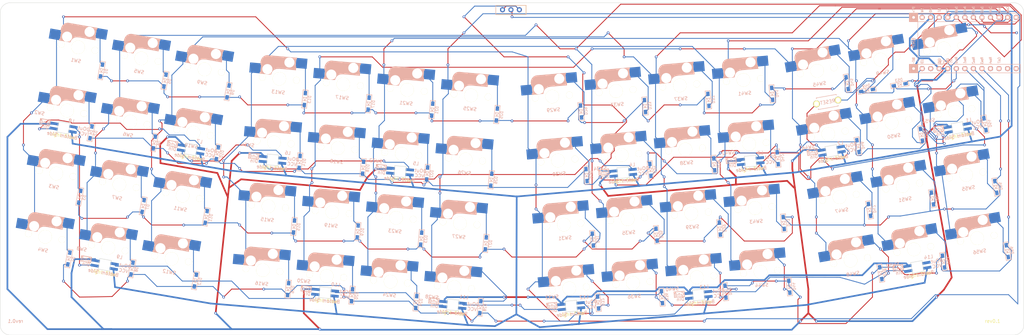
<source format=kicad_pcb>
(kicad_pcb (version 20171130) (host pcbnew "(5.1.12-1-10_14)")
  (layers (0 F.Cu signal) (31 B.Cu signal) (34 B.Paste user) (35 F.Paste user) (36 B.SilkS user) (37 F.SilkS user) (38 B.Mask user) (39 F.Mask user) (44 Edge.Cuts user))
  (net 0 "")
  (net 1 "Net-(D1-Pad2)")
  (net 2 Row0)
  (net 3 "Net-(D2-Pad2)")
  (net 4 Row1)
  (net 5 "Net-(D3-Pad2)")
  (net 6 Row2)
  (net 7 "Net-(D4-Pad2)")
  (net 8 Row3)
  (net 9 "Net-(D5-Pad2)")
  (net 10 "Net-(D6-Pad2)")
  (net 11 "Net-(D7-Pad2)")
  (net 12 "Net-(D8-Pad2)")
  (net 13 "Net-(D9-Pad2)")
  (net 14 "Net-(D10-Pad2)")
  (net 15 "Net-(D11-Pad2)")
  (net 16 "Net-(D12-Pad2)")
  (net 17 "Net-(D13-Pad2)")
  (net 18 "Net-(D14-Pad2)")
  (net 19 "Net-(D15-Pad2)")
  (net 20 "Net-(D16-Pad2)")
  (net 21 "Net-(D17-Pad2)")
  (net 22 "Net-(D18-Pad2)")
  (net 23 "Net-(D19-Pad2)")
  (net 24 "Net-(D20-Pad2)")
  (net 25 "Net-(D21-Pad2)")
  (net 26 "Net-(D22-Pad2)")
  (net 27 "Net-(D23-Pad2)")
  (net 28 "Net-(D24-Pad2)")
  (net 29 "Net-(D25-Pad2)")
  (net 30 "Net-(D26-Pad2)")
  (net 31 "Net-(D27-Pad2)")
  (net 32 "Net-(D28-Pad2)")
  (net 33 "Net-(D29-Pad1)")
  (net 34 "Net-(D30-Pad1)")
  (net 35 "Net-(D31-Pad1)")
  (net 36 "Net-(D32-Pad1)")
  (net 37 "Net-(D33-Pad1)")
  (net 38 "Net-(D34-Pad1)")
  (net 39 "Net-(D35-Pad1)")
  (net 40 "Net-(D36-Pad1)")
  (net 41 "Net-(D37-Pad1)")
  (net 42 "Net-(D38-Pad1)")
  (net 43 "Net-(D39-Pad1)")
  (net 44 "Net-(D40-Pad1)")
  (net 45 "Net-(D41-Pad1)")
  (net 46 "Net-(D42-Pad1)")
  (net 47 "Net-(D43-Pad1)")
  (net 48 "Net-(D44-Pad1)")
  (net 49 "Net-(D45-Pad1)")
  (net 50 "Net-(D46-Pad1)")
  (net 51 "Net-(D47-Pad1)")
  (net 52 "Net-(D48-Pad1)")
  (net 53 "Net-(D49-Pad1)")
  (net 54 "Net-(D50-Pad1)")
  (net 55 "Net-(D51-Pad1)")
  (net 56 "Net-(D52-Pad1)")
  (net 57 "Net-(D53-Pad1)")
  (net 58 "Net-(D54-Pad1)")
  (net 59 "Net-(D55-Pad1)")
  (net 60 "Net-(D56-Pad1)")
  (net 61 GND)
  (net 62 Bat+)
  (net 63 VCC)
  (net 64 "Net-(L1-Pad1)")
  (net 65 LED)
  (net 66 "Net-(L2-Pad1)")
  (net 67 "Net-(L3-Pad1)")
  (net 68 "Net-(L4-Pad1)")
  (net 69 "Net-(L5-Pad1)")
  (net 70 "Net-(L6-Pad1)")
  (net 71 "Net-(L7-Pad1)")
  (net 72 "Net-(L8-Pad1)")
  (net 73 "Net-(L10-Pad3)")
  (net 74 "Net-(L10-Pad1)")
  (net 75 "Net-(L11-Pad1)")
  (net 76 "Net-(L11-Pad2)")
  (net 77 "Net-(L12-Pad1)")
  (net 78 "Net-(L13-Pad1)")
  (net 79 "Net-(L14-Pad1)")
  (net 80 Col0)
  (net 81 Col1)
  (net 82 Col2)
  (net 83 Col3)
  (net 84 Col4)
  (net 85 Col5)
  (net 86 Col6)
  (net 87 Reset)
  (net 88 "Net-(U1-Pad24)")
  (net 89 "Net-(U1-Pad13)")
  (net 90 "Net-(U1-Pad12)")
  (net 91 "Net-(U1-Pad11)")
  (net 92 Col7)
  (net 93 Row4)
  (net 94 "Net-(U1-Pad2)")
  (module kbd_SW:CherryMX_Hotswap_1.0u_Small1 (layer F.Cu) (at 280.993062 34.151993 10)
    (fp_text reference SW49 (at 0 4 10) (layer B.SilkS) (effects (justify mirror)))
    (fp_text value SW_PUSH hide)
    (pad 1 smd rect (at -7 -2.58 190) (size 3.3 3) (drill (offset 0.45 0)) (layers B.Cu B.Paste B.Mask) (net 85 Col5))
    (pad "" np_thru_hole circle (at -3.81 -2.54 190) (size 3 3) (drill 3) (layers *.Cu *.Mask))
    (pad "" np_thru_hole circle (at 2.54 -5.08 190) (size 3 3) (drill 3) (layers *.Cu *.Mask))
    (pad "" np_thru_hole circle (at 0 0 100) (size 4 4) (drill 4) (layers *.Cu *.Mask F.SilkS))
    (pad "" np_thru_hole circle (at 5.08 0 10) (size 2 2) (drill 2) (layers *.Cu *.Mask F.SilkS))
    (pad "" np_thru_hole circle (at -5.08 0 10) (size 2 2) (drill 2) (layers *.Cu *.Mask F.SilkS))
    (pad 2 smd rect (at 5.7 -5.12 190) (size 3.3 2.8) (drill (offset -0.45 -0.1)) (layers B.Cu B.Paste B.Mask) (net 53 "Net-(D49-Pad1)"))
  )
  (module kbd_SW:CherryMX_Hotswap_1.0u_Small1 (layer F.Cu) (at 299.830112 30.84176 10)
    (fp_text reference SW53 (at 0 4 10) (layer B.SilkS) (effects (justify mirror)))
    (fp_text value SW_PUSH hide)
    (pad 1 smd rect (at -7 -2.58 190) (size 3.3 3) (drill (offset 0.45 0)) (layers B.Cu B.Paste B.Mask) (net 86 Col6))
    (pad "" np_thru_hole circle (at -3.81 -2.54 190) (size 3 3) (drill 3) (layers *.Cu *.Mask))
    (pad "" np_thru_hole circle (at 2.54 -5.08 190) (size 3 3) (drill 3) (layers *.Cu *.Mask))
    (pad "" np_thru_hole circle (at 0 0 100) (size 4 4) (drill 4) (layers *.Cu *.Mask F.SilkS))
    (pad "" np_thru_hole circle (at 5.08 0 10) (size 2 2) (drill 2) (layers *.Cu *.Mask F.SilkS))
    (pad "" np_thru_hole circle (at -5.08 0 10) (size 2 2) (drill 2) (layers *.Cu *.Mask F.SilkS))
    (pad 2 smd rect (at 5.7 -5.12 190) (size 3.3 2.8) (drill (offset -0.45 -0.1)) (layers B.Cu B.Paste B.Mask) (net 57 "Net-(D53-Pad1)"))
  )
  (module kbd_Parts:Micon_BMP_GL (layer F.Cu) (at 307.863093 29.172449 90)
    (fp_text reference U1 hide)
    (fp_text value BLEMicroPro hide)
    (fp_text user Row3 (at -5.25 3.302 270) (layer B.SilkS) (effects (font (size 0.75 0.5) (thickness 0.125)) (justify mirror)))
    (fp_text user Col4 (at 9.95 5.85 270) (layer B.SilkS) (effects (font (size 0.75 0.5) (thickness 0.125)) (justify mirror)))
    (fp_text user Row4 (at -5.2 5.85 270) (layer B.SilkS) (effects (font (size 0.75 0.5) (thickness 0.125)) (justify mirror)))
    (fp_text user Col5 (at 9.95 8.4455 270) (layer B.SilkS) (effects (font (size 0.75 0.5) (thickness 0.125)) (justify mirror)))
    (fp_text user Col7 (at -5.2 8.4455 270) (layer B.SilkS) (effects (font (size 0.75 0.5) (thickness 0.125)) (justify mirror)))
    (fp_text user Col6 (at 9.95 10.95 270) (layer B.SilkS) (effects (font (size 0.75 0.5) (thickness 0.125)) (justify mirror)))
    (fp_text user Col0 (at 9.9 -4.3 270) (layer B.SilkS) (effects (font (size 0.75 0.5) (thickness 0.125)) (justify mirror)))
    (fp_text user Row0 (at -5.161 -4.318 270) (layer B.SilkS) (effects (font (size 0.75 0.5) (thickness 0.125)) (justify mirror)))
    (fp_text user Col1 (at 9.85 -1.778 270) (layer B.SilkS) (effects (font (size 0.75 0.5) (thickness 0.125)) (justify mirror)))
    (fp_text user Row1 (at -5.161 -1.778 270) (layer B.SilkS) (effects (font (size 0.75 0.5) (thickness 0.125)) (justify mirror)))
    (fp_text user Col2 (at 9.9 0.762 270) (layer B.SilkS) (effects (font (size 0.75 0.5) (thickness 0.125)) (justify mirror)))
    (fp_text user Row2 (at -5.2 0.8 270) (layer B.SilkS) (effects (font (size 0.75 0.5) (thickness 0.125)) (justify mirror)))
    (fp_text user Col3 (at 9.9 3.35 270) (layer B.SilkS) (effects (font (size 0.75 0.5) (thickness 0.125)) (justify mirror)))
    (fp_text user GND (at -5.361 -6.7945 270) (layer B.SilkS) (effects (font (size 0.75 0.5) (thickness 0.125)) (justify mirror)))
    (fp_text user VCC (at 9.8155 -6.858 270) (layer B.SilkS) (effects (font (size 0.75 0.5) (thickness 0.125)) (justify mirror)))
    (fp_text user GND (at -5.4245 -9.3345 270) (layer B.SilkS) (effects (font (size 0.75 0.5) (thickness 0.125)) (justify mirror)))
    (fp_text user RST (at 9.8155 -9.3345 270) (layer B.SilkS) (effects (font (size 0.75 0.5) (thickness 0.125)) (justify mirror)))
    (fp_text user GND (at 9.8155 -11.938 270) (layer B.SilkS) (effects (font (size 0.75 0.5) (thickness 0.125)) (justify mirror)))
    (fp_text user LED (at -5.5 -14.478 270) (layer B.SilkS) (effects (font (size 0.75 0.5) (thickness 0.125)) (justify mirror)))
    (fp_text user RAW (at 9.8155 -14.478 270) (layer B.SilkS) (effects (font (size 0.75 0.5) (thickness 0.125)) (justify mirror)))
    (fp_text user "" (at 1.2065 -16.256 270) (layer F.SilkS))
    (fp_text user "" (at 0.5 -17.25 270) (layer B.SilkS) (effects (justify mirror)))
    (fp_text user BAT+ (at 9.9155 -17.018 270) (layer B.SilkS) (effects (font (size 0.75 0.5) (thickness 0.125)) (justify mirror)))
    (fp_text user BAT- (at -5.3 -17.018 270) (layer B.SilkS) (effects (font (size 0.75 0.5) (thickness 0.125)) (justify mirror)))
    (fp_text user BMP (at 0 -17 270) (layer B.SilkS) (effects (justify mirror)))
    (pad 24 thru_hole circle (at 7.5636 -14.478 270) (size 1.524 1.524) (drill 0.8128) (layers *.Cu *.Mask B.SilkS) (net 88 "Net-(U1-Pad24)"))
    (pad 23 thru_hole circle (at 7.5636 -11.938 270) (size 1.524 1.524) (drill 0.8128) (layers *.Cu *.Mask B.SilkS) (net 61 GND))
    (pad 22 thru_hole circle (at 7.5636 -9.398 270) (size 1.524 1.524) (drill 0.8128) (layers *.Cu *.Mask B.SilkS) (net 87 Reset))
    (pad 21 thru_hole circle (at 7.5636 -6.858 270) (size 1.524 1.524) (drill 0.8128) (layers *.Cu *.Mask B.SilkS) (net 63 VCC))
    (pad 20 thru_hole circle (at 7.5636 -4.318 270) (size 1.524 1.524) (drill 0.8128) (layers *.Cu *.Mask B.SilkS) (net 80 Col0))
    (pad 19 thru_hole circle (at 7.5636 -1.778 270) (size 1.524 1.524) (drill 0.8128) (layers *.Cu *.Mask B.SilkS) (net 81 Col1))
    (pad 18 thru_hole circle (at 7.5636 0.762 270) (size 1.524 1.524) (drill 0.8128) (layers *.Cu *.Mask B.SilkS) (net 82 Col2))
    (pad 17 thru_hole circle (at 7.5636 3.302 270) (size 1.524 1.524) (drill 0.8128) (layers *.Cu *.Mask B.SilkS) (net 83 Col3))
    (pad 16 thru_hole circle (at 7.5636 5.842 270) (size 1.524 1.524) (drill 0.8128) (layers *.Cu *.Mask B.SilkS) (net 84 Col4))
    (pad 15 thru_hole circle (at 7.5636 8.382 270) (size 1.524 1.524) (drill 0.8128) (layers *.Cu *.Mask B.SilkS) (net 85 Col5))
    (pad 14 thru_hole circle (at 7.5636 10.922 270) (size 1.524 1.524) (drill 0.8128) (layers *.Cu *.Mask B.SilkS) (net 86 Col6))
    (pad 13 thru_hole circle (at 7.5636 13.462 270) (size 1.524 1.524) (drill 0.8128) (layers *.Cu *.Mask B.SilkS) (net 89 "Net-(U1-Pad13)"))
    (pad 12 thru_hole circle (at -7.6564 13.462 270) (size 1.524 1.524) (drill 0.8128) (layers *.Cu *.Mask B.SilkS) (net 90 "Net-(U1-Pad12)"))
    (pad 11 thru_hole circle (at -7.6564 10.922 270) (size 1.524 1.524) (drill 0.8128) (layers *.Cu *.Mask B.SilkS) (net 91 "Net-(U1-Pad11)"))
    (pad 10 thru_hole circle (at -7.6564 8.382 270) (size 1.524 1.524) (drill 0.8128) (layers *.Cu *.Mask B.SilkS) (net 92 Col7))
    (pad 9 thru_hole circle (at -7.6564 5.842 270) (size 1.524 1.524) (drill 0.8128) (layers *.Cu *.Mask B.SilkS) (net 93 Row4))
    (pad 8 thru_hole circle (at -7.6564 3.302 270) (size 1.524 1.524) (drill 0.8128) (layers *.Cu *.Mask B.SilkS) (net 8 Row3))
    (pad 7 thru_hole circle (at -7.6564 0.762 270) (size 1.524 1.524) (drill 0.8128) (layers *.Cu *.Mask B.SilkS) (net 6 Row2))
    (pad 6 thru_hole circle (at -7.6564 -1.778 270) (size 1.524 1.524) (drill 0.8128) (layers *.Cu *.Mask B.SilkS) (net 4 Row1))
    (pad 5 thru_hole circle (at -7.6564 -4.318 270) (size 1.524 1.524) (drill 0.8128) (layers *.Cu *.Mask B.SilkS) (net 2 Row0))
    (pad 4 thru_hole circle (at -7.6564 -6.858 270) (size 1.524 1.524) (drill 0.8128) (layers *.Cu *.Mask B.SilkS) (net 61 GND))
    (pad 3 thru_hole circle (at -7.6564 -9.398 270) (size 1.524 1.524) (drill 0.8128) (layers *.Cu *.Mask B.SilkS) (net 61 GND))
    (pad 2 thru_hole circle (at -7.6564 -11.938 270) (size 1.524 1.524) (drill 0.8128) (layers *.Cu *.Mask B.SilkS) (net 94 "Net-(U1-Pad2)"))
    (pad 1 thru_hole circle (at -7.6564 -14.478 270) (size 1.524 1.524) (drill 0.8128) (layers *.Cu *.Mask B.SilkS) (net 65 LED))
    (pad 26 thru_hole circle (at -7.6564 -17.018 270) (size 1.524 1.524) (drill 0.8128) (layers *.Cu *.Mask B.SilkS) (net 61 GND))
    (pad 25 thru_hole circle (at 7.5636 -17.018 270) (size 1.524 1.524) (drill 0.8128) (layers *.Cu *.Mask B.SilkS) (net 62 Bat+))
  )
  (module kbd_Parts:ResetSW (layer F.Cu) (at 265.177395 46.761118 10)
    (fp_text reference SW57 hide)
    (fp_text value SW_PUSH)
    (fp_text user RESET (at 0.127 0 10) (layer B.SilkS) (effects (justify mirror)))
    (pad 2 thru_hole circle (at -3.25 0 10) (size 2 2) (drill 1.3) (layers *.Cu *.Mask F.SilkS) (net 61 GND))
    (pad 1 thru_hole circle (at 3.25 0 10) (size 2 2) (drill 1.3) (layers *.Cu *.Mask F.SilkS) (net 87 Reset))
  )
  (module kbd_SW:CherryMX_Hotswap_1.0u (layer F.Cu) (at 309.781116 87.282718 10)
    (fp_text reference SW56 (at 0 4 10) (layer B.SilkS) (effects (justify mirror)))
    (fp_text value SW_PUSH hide)
    (pad 2 smd rect (at 5.7 -5.12 190) (size 3.3 3) (drill (offset -0.45 0)) (layers B.Cu B.Paste B.Mask) (net 60 "Net-(D56-Pad1)"))
    (pad "" np_thru_hole circle (at -5.08 0 10) (size 2 2) (drill 2) (layers *.Cu *.Mask F.SilkS))
    (pad "" np_thru_hole circle (at 5.08 0 10) (size 2 2) (drill 2) (layers *.Cu *.Mask F.SilkS))
    (pad "" np_thru_hole circle (at 0 0 100) (size 4 4) (drill 4) (layers *.Cu *.Mask F.SilkS))
    (pad "" np_thru_hole circle (at 2.54 -5.08 190) (size 3 3) (drill 3) (layers *.Cu *.Mask))
    (pad "" np_thru_hole circle (at -3.81 -2.54 190) (size 3 3) (drill 3) (layers *.Cu *.Mask))
    (pad 1 smd rect (at -7 -2.58 190) (size 3.3 3) (drill (offset 0.45 0)) (layers B.Cu B.Paste B.Mask) (net 86 Col6))
  )
  (module kbd_SW:CherryMX_Hotswap_1.0u (layer F.Cu) (at 306.464583 68.449128 10)
    (fp_text reference SW55 (at 0 4 10) (layer B.SilkS) (effects (justify mirror)))
    (fp_text value SW_PUSH hide)
    (pad 2 smd rect (at 5.7 -5.12 190) (size 3.3 3) (drill (offset -0.45 0)) (layers B.Cu B.Paste B.Mask) (net 59 "Net-(D55-Pad1)"))
    (pad "" np_thru_hole circle (at -5.08 0 10) (size 2 2) (drill 2) (layers *.Cu *.Mask F.SilkS))
    (pad "" np_thru_hole circle (at 5.08 0 10) (size 2 2) (drill 2) (layers *.Cu *.Mask F.SilkS))
    (pad "" np_thru_hole circle (at 0 0 100) (size 4 4) (drill 4) (layers *.Cu *.Mask F.SilkS))
    (pad "" np_thru_hole circle (at 2.54 -5.08 190) (size 3 3) (drill 3) (layers *.Cu *.Mask))
    (pad "" np_thru_hole circle (at -3.81 -2.54 190) (size 3 3) (drill 3) (layers *.Cu *.Mask))
    (pad 1 smd rect (at -7 -2.58 190) (size 3.3 3) (drill (offset 0.45 0)) (layers B.Cu B.Paste B.Mask) (net 86 Col6))
  )
  (module kbd_SW:CherryMX_Hotswap_1.0u (layer F.Cu) (at 303.148049 49.638256 10)
    (fp_text reference SW54 (at -8.230841 1.340336 10) (layer B.SilkS) (effects (justify mirror)))
    (fp_text value SW_PUSH hide)
    (pad 2 smd rect (at 5.7 -5.12 190) (size 3.3 3) (drill (offset -0.45 0)) (layers B.Cu B.Paste B.Mask) (net 58 "Net-(D54-Pad1)"))
    (pad "" np_thru_hole circle (at -5.08 0 10) (size 2 2) (drill 2) (layers *.Cu *.Mask F.SilkS))
    (pad "" np_thru_hole circle (at 5.08 0 10) (size 2 2) (drill 2) (layers *.Cu *.Mask F.SilkS))
    (pad "" np_thru_hole circle (at 0 0 100) (size 4 4) (drill 4) (layers *.Cu *.Mask F.SilkS))
    (pad "" np_thru_hole circle (at 2.54 -5.08 190) (size 3 3) (drill 3) (layers *.Cu *.Mask))
    (pad "" np_thru_hole circle (at -3.81 -2.54 190) (size 3 3) (drill 3) (layers *.Cu *.Mask))
    (pad 1 smd rect (at -7 -2.58 190) (size 3.3 3) (drill (offset 0.45 0)) (layers B.Cu B.Paste B.Mask) (net 86 Col6))
  )
  (module kbd_SW:CherryMX_Hotswap_1.0u (layer F.Cu) (at 290.944066 90.592951 10)
    (fp_text reference SW52 (at -7.058355 3.484313 10) (layer B.SilkS) (effects (justify mirror)))
    (fp_text value SW_PUSH hide)
    (pad 2 smd rect (at 5.7 -5.12 190) (size 3.3 3) (drill (offset -0.45 0)) (layers B.Cu B.Paste B.Mask) (net 56 "Net-(D52-Pad1)"))
    (pad "" np_thru_hole circle (at -5.08 0 10) (size 2 2) (drill 2) (layers *.Cu *.Mask F.SilkS))
    (pad "" np_thru_hole circle (at 5.08 0 10) (size 2 2) (drill 2) (layers *.Cu *.Mask F.SilkS))
    (pad "" np_thru_hole circle (at 0 0 100) (size 4 4) (drill 4) (layers *.Cu *.Mask F.SilkS))
    (pad "" np_thru_hole circle (at 2.54 -5.08 190) (size 3 3) (drill 3) (layers *.Cu *.Mask))
    (pad "" np_thru_hole circle (at -3.81 -2.54 190) (size 3 3) (drill 3) (layers *.Cu *.Mask))
    (pad 1 smd rect (at -7 -2.58 190) (size 3.3 3) (drill (offset 0.45 0)) (layers B.Cu B.Paste B.Mask) (net 85 Col5))
  )
  (module kbd_SW:CherryMX_Hotswap_1.0u (layer F.Cu) (at 287.627533 71.759361 10)
    (fp_text reference SW51 (at 0 4 10) (layer B.SilkS) (effects (justify mirror)))
    (fp_text value SW_PUSH hide)
    (pad 2 smd rect (at 5.7 -5.12 190) (size 3.3 3) (drill (offset -0.45 0)) (layers B.Cu B.Paste B.Mask) (net 55 "Net-(D51-Pad1)"))
    (pad "" np_thru_hole circle (at -5.08 0 10) (size 2 2) (drill 2) (layers *.Cu *.Mask F.SilkS))
    (pad "" np_thru_hole circle (at 5.08 0 10) (size 2 2) (drill 2) (layers *.Cu *.Mask F.SilkS))
    (pad "" np_thru_hole circle (at 0 0 100) (size 4 4) (drill 4) (layers *.Cu *.Mask F.SilkS))
    (pad "" np_thru_hole circle (at 2.54 -5.08 190) (size 3 3) (drill 3) (layers *.Cu *.Mask))
    (pad "" np_thru_hole circle (at -3.81 -2.54 190) (size 3 3) (drill 3) (layers *.Cu *.Mask))
    (pad 1 smd rect (at -7 -2.58 190) (size 3.3 3) (drill (offset 0.45 0)) (layers B.Cu B.Paste B.Mask) (net 85 Col5))
  )
  (module kbd_SW:CherryMX_Hotswap_1.0u (layer F.Cu) (at 284.310999 52.948489 10)
    (fp_text reference SW50 (at 0 4 10) (layer B.SilkS) (effects (justify mirror)))
    (fp_text value SW_PUSH hide)
    (pad 2 smd rect (at 5.7 -5.12 190) (size 3.3 3) (drill (offset -0.45 0)) (layers B.Cu B.Paste B.Mask) (net 54 "Net-(D50-Pad1)"))
    (pad "" np_thru_hole circle (at -5.08 0 10) (size 2 2) (drill 2) (layers *.Cu *.Mask F.SilkS))
    (pad "" np_thru_hole circle (at 5.08 0 10) (size 2 2) (drill 2) (layers *.Cu *.Mask F.SilkS))
    (pad "" np_thru_hole circle (at 0 0 100) (size 4 4) (drill 4) (layers *.Cu *.Mask F.SilkS))
    (pad "" np_thru_hole circle (at 2.54 -5.08 190) (size 3 3) (drill 3) (layers *.Cu *.Mask))
    (pad "" np_thru_hole circle (at -3.81 -2.54 190) (size 3 3) (drill 3) (layers *.Cu *.Mask))
    (pad 1 smd rect (at -7 -2.58 190) (size 3.3 3) (drill (offset 0.45 0)) (layers B.Cu B.Paste B.Mask) (net 85 Col5))
  )
  (module kbd_SW:CherryMX_Hotswap_1.0u (layer F.Cu) (at 272.11574 93.924987 10)
    (fp_text reference SW48 (at 0 4 10) (layer B.SilkS) (effects (justify mirror)))
    (fp_text value SW_PUSH hide)
    (pad 2 smd rect (at 5.7 -5.12 190) (size 3.3 3) (drill (offset -0.45 0)) (layers B.Cu B.Paste B.Mask) (net 52 "Net-(D48-Pad1)"))
    (pad "" np_thru_hole circle (at -5.08 0 10) (size 2 2) (drill 2) (layers *.Cu *.Mask F.SilkS))
    (pad "" np_thru_hole circle (at 5.08 0 10) (size 2 2) (drill 2) (layers *.Cu *.Mask F.SilkS))
    (pad "" np_thru_hole circle (at 0 0 100) (size 4 4) (drill 4) (layers *.Cu *.Mask F.SilkS))
    (pad "" np_thru_hole circle (at 2.54 -5.08 190) (size 3 3) (drill 3) (layers *.Cu *.Mask))
    (pad "" np_thru_hole circle (at -3.81 -2.54 190) (size 3 3) (drill 3) (layers *.Cu *.Mask))
    (pad 1 smd rect (at -7 -2.58 190) (size 3.3 3) (drill (offset 0.45 0)) (layers B.Cu B.Paste B.Mask) (net 84 Col4))
  )
  (module kbd_SW:CherryMX_Hotswap_1.0u (layer F.Cu) (at 268.799207 75.091397 10)
    (fp_text reference SW47 (at 0 4 10) (layer B.SilkS) (effects (justify mirror)))
    (fp_text value SW_PUSH hide)
    (pad 2 smd rect (at 5.7 -5.12 190) (size 3.3 3) (drill (offset -0.45 0)) (layers B.Cu B.Paste B.Mask) (net 51 "Net-(D47-Pad1)"))
    (pad "" np_thru_hole circle (at -5.08 0 10) (size 2 2) (drill 2) (layers *.Cu *.Mask F.SilkS))
    (pad "" np_thru_hole circle (at 5.08 0 10) (size 2 2) (drill 2) (layers *.Cu *.Mask F.SilkS))
    (pad "" np_thru_hole circle (at 0 0 100) (size 4 4) (drill 4) (layers *.Cu *.Mask F.SilkS))
    (pad "" np_thru_hole circle (at 2.54 -5.08 190) (size 3 3) (drill 3) (layers *.Cu *.Mask))
    (pad "" np_thru_hole circle (at -3.81 -2.54 190) (size 3 3) (drill 3) (layers *.Cu *.Mask))
    (pad 1 smd rect (at -7 -2.58 190) (size 3.3 3) (drill (offset 0.45 0)) (layers B.Cu B.Paste B.Mask) (net 84 Col4))
  )
  (module kbd_SW:CherryMX_Hotswap_1.0u (layer F.Cu) (at 265.482673 56.280525 10)
    (fp_text reference SW46 (at -6.520428 2.850273 10) (layer B.SilkS) (effects (justify mirror)))
    (fp_text value SW_PUSH hide)
    (pad 2 smd rect (at 5.7 -5.12 190) (size 3.3 3) (drill (offset -0.45 0)) (layers B.Cu B.Paste B.Mask) (net 50 "Net-(D46-Pad1)"))
    (pad "" np_thru_hole circle (at -5.08 0 10) (size 2 2) (drill 2) (layers *.Cu *.Mask F.SilkS))
    (pad "" np_thru_hole circle (at 5.08 0 10) (size 2 2) (drill 2) (layers *.Cu *.Mask F.SilkS))
    (pad "" np_thru_hole circle (at 0 0 100) (size 4 4) (drill 4) (layers *.Cu *.Mask F.SilkS))
    (pad "" np_thru_hole circle (at 2.54 -5.08 190) (size 3 3) (drill 3) (layers *.Cu *.Mask))
    (pad "" np_thru_hole circle (at -3.81 -2.54 190) (size 3 3) (drill 3) (layers *.Cu *.Mask))
    (pad 1 smd rect (at -7 -2.58 190) (size 3.3 3) (drill (offset 0.45 0)) (layers B.Cu B.Paste B.Mask) (net 84 Col4))
  )
  (module kbd_SW:CherryMX_Hotswap_1.0u (layer F.Cu) (at 262.164736 37.484029 10)
    (fp_text reference SW45 (at 0 4 10) (layer B.SilkS) (effects (justify mirror)))
    (fp_text value SW_PUSH hide)
    (pad 2 smd rect (at 5.7 -5.12 190) (size 3.3 3) (drill (offset -0.45 0)) (layers B.Cu B.Paste B.Mask) (net 49 "Net-(D45-Pad1)"))
    (pad "" np_thru_hole circle (at -5.08 0 10) (size 2 2) (drill 2) (layers *.Cu *.Mask F.SilkS))
    (pad "" np_thru_hole circle (at 5.08 0 10) (size 2 2) (drill 2) (layers *.Cu *.Mask F.SilkS))
    (pad "" np_thru_hole circle (at 0 0 100) (size 4 4) (drill 4) (layers *.Cu *.Mask F.SilkS))
    (pad "" np_thru_hole circle (at 2.54 -5.08 190) (size 3 3) (drill 3) (layers *.Cu *.Mask))
    (pad "" np_thru_hole circle (at -3.81 -2.54 190) (size 3 3) (drill 3) (layers *.Cu *.Mask))
    (pad 1 smd rect (at -7 -2.58 190) (size 3.3 3) (drill (offset 0.45 0)) (layers B.Cu B.Paste B.Mask) (net 84 Col4))
  )
  (module kbd_SW:CherryMX_Hotswap_1.0u (layer F.Cu) (at 245.341495 97.25904 5)
    (fp_text reference SW44 (at 0 4 5) (layer B.SilkS) (effects (justify mirror)))
    (fp_text value SW_PUSH hide)
    (pad 2 smd rect (at 5.7 -5.12 185) (size 3.3 3) (drill (offset -0.45 0)) (layers B.Cu B.Paste B.Mask) (net 48 "Net-(D44-Pad1)"))
    (pad "" np_thru_hole circle (at -5.08 0 5) (size 2 2) (drill 2) (layers *.Cu *.Mask F.SilkS))
    (pad "" np_thru_hole circle (at 5.08 0 5) (size 2 2) (drill 2) (layers *.Cu *.Mask F.SilkS))
    (pad "" np_thru_hole circle (at 0 0 95) (size 4 4) (drill 4) (layers *.Cu *.Mask F.SilkS))
    (pad "" np_thru_hole circle (at 2.54 -5.08 185) (size 3 3) (drill 3) (layers *.Cu *.Mask))
    (pad "" np_thru_hole circle (at -3.81 -2.54 185) (size 3 3) (drill 3) (layers *.Cu *.Mask))
    (pad 1 smd rect (at -7 -2.58 185) (size 3.3 3) (drill (offset 0.45 0)) (layers B.Cu B.Paste B.Mask) (net 83 Col3))
  )
  (module kbd_SW:CherryMX_Hotswap_1.0u (layer F.Cu) (at 243.708197 78.2995 5)
    (fp_text reference SW43 (at 0 4 5) (layer B.SilkS) (effects (justify mirror)))
    (fp_text value SW_PUSH hide)
    (pad 2 smd rect (at 5.7 -5.12 185) (size 3.3 3) (drill (offset -0.45 0)) (layers B.Cu B.Paste B.Mask) (net 47 "Net-(D43-Pad1)"))
    (pad "" np_thru_hole circle (at -5.08 0 5) (size 2 2) (drill 2) (layers *.Cu *.Mask F.SilkS))
    (pad "" np_thru_hole circle (at 5.08 0 5) (size 2 2) (drill 2) (layers *.Cu *.Mask F.SilkS))
    (pad "" np_thru_hole circle (at 0 0 95) (size 4 4) (drill 4) (layers *.Cu *.Mask F.SilkS))
    (pad "" np_thru_hole circle (at 2.54 -5.08 185) (size 3 3) (drill 3) (layers *.Cu *.Mask))
    (pad "" np_thru_hole circle (at -3.81 -2.54 185) (size 3 3) (drill 3) (layers *.Cu *.Mask))
    (pad 1 smd rect (at -7 -2.58 185) (size 3.3 3) (drill (offset 0.45 0)) (layers B.Cu B.Paste B.Mask) (net 83 Col3))
  )
  (module kbd_SW:CherryMX_Hotswap_1.0u (layer F.Cu) (at 241.966013 59.244359 5)
    (fp_text reference SW42 (at -6.431129 2.115682 5) (layer B.SilkS) (effects (justify mirror)))
    (fp_text value SW_PUSH hide)
    (pad 2 smd rect (at 5.7 -5.12 185) (size 3.3 3) (drill (offset -0.45 0)) (layers B.Cu B.Paste B.Mask) (net 46 "Net-(D42-Pad1)"))
    (pad "" np_thru_hole circle (at -5.08 0 5) (size 2 2) (drill 2) (layers *.Cu *.Mask F.SilkS))
    (pad "" np_thru_hole circle (at 5.08 0 5) (size 2 2) (drill 2) (layers *.Cu *.Mask F.SilkS))
    (pad "" np_thru_hole circle (at 0 0 95) (size 4 4) (drill 4) (layers *.Cu *.Mask F.SilkS))
    (pad "" np_thru_hole circle (at 2.54 -5.08 185) (size 3 3) (drill 3) (layers *.Cu *.Mask))
    (pad "" np_thru_hole circle (at -3.81 -2.54 185) (size 3 3) (drill 3) (layers *.Cu *.Mask))
    (pad 1 smd rect (at -7 -2.58 185) (size 3.3 3) (drill (offset 0.45 0)) (layers B.Cu B.Paste B.Mask) (net 83 Col3))
  )
  (module kbd_SW:CherryMX_Hotswap_1.0u (layer F.Cu) (at 240.273159 40.220456 5)
    (fp_text reference SW41 (at 0 4 5) (layer B.SilkS) (effects (justify mirror)))
    (fp_text value SW_PUSH hide)
    (pad 2 smd rect (at 5.7 -5.12 185) (size 3.3 3) (drill (offset -0.45 0)) (layers B.Cu B.Paste B.Mask) (net 45 "Net-(D41-Pad1)"))
    (pad "" np_thru_hole circle (at -5.08 0 5) (size 2 2) (drill 2) (layers *.Cu *.Mask F.SilkS))
    (pad "" np_thru_hole circle (at 5.08 0 5) (size 2 2) (drill 2) (layers *.Cu *.Mask F.SilkS))
    (pad "" np_thru_hole circle (at 0 0 95) (size 4 4) (drill 4) (layers *.Cu *.Mask F.SilkS))
    (pad "" np_thru_hole circle (at 2.54 -5.08 185) (size 3 3) (drill 3) (layers *.Cu *.Mask))
    (pad "" np_thru_hole circle (at -3.81 -2.54 185) (size 3 3) (drill 3) (layers *.Cu *.Mask))
    (pad 1 smd rect (at -7 -2.58 185) (size 3.3 3) (drill (offset 0.45 0)) (layers B.Cu B.Paste B.Mask) (net 83 Col3))
  )
  (module kbd_SW:CherryMX_Hotswap_1.0u (layer F.Cu) (at 226.396215 98.881907 5)
    (fp_text reference SW40 (at -7.599433 2.860393 5) (layer B.SilkS) (effects (justify mirror)))
    (fp_text value SW_PUSH hide)
    (pad 2 smd rect (at 5.7 -5.12 185) (size 3.3 3) (drill (offset -0.45 0)) (layers B.Cu B.Paste B.Mask) (net 44 "Net-(D40-Pad1)"))
    (pad "" np_thru_hole circle (at -5.08 0 5) (size 2 2) (drill 2) (layers *.Cu *.Mask F.SilkS))
    (pad "" np_thru_hole circle (at 5.08 0 5) (size 2 2) (drill 2) (layers *.Cu *.Mask F.SilkS))
    (pad "" np_thru_hole circle (at 0 0 95) (size 4 4) (drill 4) (layers *.Cu *.Mask F.SilkS))
    (pad "" np_thru_hole circle (at 2.54 -5.08 185) (size 3 3) (drill 3) (layers *.Cu *.Mask))
    (pad "" np_thru_hole circle (at -3.81 -2.54 185) (size 3 3) (drill 3) (layers *.Cu *.Mask))
    (pad 1 smd rect (at -7 -2.58 185) (size 3.3 3) (drill (offset 0.45 0)) (layers B.Cu B.Paste B.Mask) (net 82 Col2))
  )
  (module kbd_SW:CherryMX_Hotswap_1.0u (layer F.Cu) (at 224.762917 79.922367 5)
    (fp_text reference SW39 (at 0 4 5) (layer B.SilkS) (effects (justify mirror)))
    (fp_text value SW_PUSH hide)
    (pad 2 smd rect (at 5.7 -5.12 185) (size 3.3 3) (drill (offset -0.45 0)) (layers B.Cu B.Paste B.Mask) (net 43 "Net-(D39-Pad1)"))
    (pad "" np_thru_hole circle (at -5.08 0 5) (size 2 2) (drill 2) (layers *.Cu *.Mask F.SilkS))
    (pad "" np_thru_hole circle (at 5.08 0 5) (size 2 2) (drill 2) (layers *.Cu *.Mask F.SilkS))
    (pad "" np_thru_hole circle (at 0 0 95) (size 4 4) (drill 4) (layers *.Cu *.Mask F.SilkS))
    (pad "" np_thru_hole circle (at 2.54 -5.08 185) (size 3 3) (drill 3) (layers *.Cu *.Mask))
    (pad "" np_thru_hole circle (at -3.81 -2.54 185) (size 3 3) (drill 3) (layers *.Cu *.Mask))
    (pad 1 smd rect (at -7 -2.58 185) (size 3.3 3) (drill (offset 0.45 0)) (layers B.Cu B.Paste B.Mask) (net 82 Col2))
  )
  (module kbd_SW:CherryMX_Hotswap_1.0u (layer F.Cu) (at 223.020733 60.867226 5)
    (fp_text reference SW38 (at 0 4 5) (layer B.SilkS) (effects (justify mirror)))
    (fp_text value SW_PUSH hide)
    (pad 2 smd rect (at 5.7 -5.12 185) (size 3.3 3) (drill (offset -0.45 0)) (layers B.Cu B.Paste B.Mask) (net 42 "Net-(D38-Pad1)"))
    (pad "" np_thru_hole circle (at -5.08 0 5) (size 2 2) (drill 2) (layers *.Cu *.Mask F.SilkS))
    (pad "" np_thru_hole circle (at 5.08 0 5) (size 2 2) (drill 2) (layers *.Cu *.Mask F.SilkS))
    (pad "" np_thru_hole circle (at 0 0 95) (size 4 4) (drill 4) (layers *.Cu *.Mask F.SilkS))
    (pad "" np_thru_hole circle (at 2.54 -5.08 185) (size 3 3) (drill 3) (layers *.Cu *.Mask))
    (pad "" np_thru_hole circle (at -3.81 -2.54 185) (size 3 3) (drill 3) (layers *.Cu *.Mask))
    (pad 1 smd rect (at -7 -2.58 185) (size 3.3 3) (drill (offset 0.45 0)) (layers B.Cu B.Paste B.Mask) (net 82 Col2))
  )
  (module kbd_SW:CherryMX_Hotswap_1.0u (layer F.Cu) (at 221.327879 41.843323 5)
    (fp_text reference SW37 (at 0 4 5) (layer B.SilkS) (effects (justify mirror)))
    (fp_text value SW_PUSH hide)
    (pad 2 smd rect (at 5.7 -5.12 185) (size 3.3 3) (drill (offset -0.45 0)) (layers B.Cu B.Paste B.Mask) (net 41 "Net-(D37-Pad1)"))
    (pad "" np_thru_hole circle (at -5.08 0 5) (size 2 2) (drill 2) (layers *.Cu *.Mask F.SilkS))
    (pad "" np_thru_hole circle (at 5.08 0 5) (size 2 2) (drill 2) (layers *.Cu *.Mask F.SilkS))
    (pad "" np_thru_hole circle (at 0 0 95) (size 4 4) (drill 4) (layers *.Cu *.Mask F.SilkS))
    (pad "" np_thru_hole circle (at 2.54 -5.08 185) (size 3 3) (drill 3) (layers *.Cu *.Mask))
    (pad "" np_thru_hole circle (at -3.81 -2.54 185) (size 3 3) (drill 3) (layers *.Cu *.Mask))
    (pad 1 smd rect (at -7 -2.58 185) (size 3.3 3) (drill (offset 0.45 0)) (layers B.Cu B.Paste B.Mask) (net 82 Col2))
  )
  (module kbd_SW:CherryMX_Hotswap_1.0u (layer F.Cu) (at 207.440435 100.572267 5)
    (fp_text reference SW36 (at 0 4 5) (layer B.SilkS) (effects (justify mirror)))
    (fp_text value SW_PUSH hide)
    (pad 2 smd rect (at 5.7 -5.12 185) (size 3.3 3) (drill (offset -0.45 0)) (layers B.Cu B.Paste B.Mask) (net 40 "Net-(D36-Pad1)"))
    (pad "" np_thru_hole circle (at -5.08 0 5) (size 2 2) (drill 2) (layers *.Cu *.Mask F.SilkS))
    (pad "" np_thru_hole circle (at 5.08 0 5) (size 2 2) (drill 2) (layers *.Cu *.Mask F.SilkS))
    (pad "" np_thru_hole circle (at 0 0 95) (size 4 4) (drill 4) (layers *.Cu *.Mask F.SilkS))
    (pad "" np_thru_hole circle (at 2.54 -5.08 185) (size 3 3) (drill 3) (layers *.Cu *.Mask))
    (pad "" np_thru_hole circle (at -3.81 -2.54 185) (size 3 3) (drill 3) (layers *.Cu *.Mask))
    (pad 1 smd rect (at -7 -2.58 185) (size 3.3 3) (drill (offset 0.45 0)) (layers B.Cu B.Paste B.Mask) (net 81 Col1))
  )
  (module kbd_SW:CherryMX_Hotswap_1.0u (layer F.Cu) (at 205.807137 81.612727 5)
    (fp_text reference SW35 (at 0 4 5) (layer B.SilkS) (effects (justify mirror)))
    (fp_text value SW_PUSH hide)
    (pad 2 smd rect (at 5.7 -5.12 185) (size 3.3 3) (drill (offset -0.45 0)) (layers B.Cu B.Paste B.Mask) (net 39 "Net-(D35-Pad1)"))
    (pad "" np_thru_hole circle (at -5.08 0 5) (size 2 2) (drill 2) (layers *.Cu *.Mask F.SilkS))
    (pad "" np_thru_hole circle (at 5.08 0 5) (size 2 2) (drill 2) (layers *.Cu *.Mask F.SilkS))
    (pad "" np_thru_hole circle (at 0 0 95) (size 4 4) (drill 4) (layers *.Cu *.Mask F.SilkS))
    (pad "" np_thru_hole circle (at 2.54 -5.08 185) (size 3 3) (drill 3) (layers *.Cu *.Mask))
    (pad "" np_thru_hole circle (at -3.81 -2.54 185) (size 3 3) (drill 3) (layers *.Cu *.Mask))
    (pad 1 smd rect (at -7 -2.58 185) (size 3.3 3) (drill (offset 0.45 0)) (layers B.Cu B.Paste B.Mask) (net 81 Col1))
  )
  (module kbd_SW:CherryMX_Hotswap_1.0u (layer F.Cu) (at 204.064953 62.557586 5)
    (fp_text reference SW34 (at -6.744065 3.409971 5) (layer B.SilkS) (effects (justify mirror)))
    (fp_text value SW_PUSH hide)
    (pad 2 smd rect (at 5.7 -5.12 185) (size 3.3 3) (drill (offset -0.45 0)) (layers B.Cu B.Paste B.Mask) (net 38 "Net-(D34-Pad1)"))
    (pad "" np_thru_hole circle (at -5.08 0 5) (size 2 2) (drill 2) (layers *.Cu *.Mask F.SilkS))
    (pad "" np_thru_hole circle (at 5.08 0 5) (size 2 2) (drill 2) (layers *.Cu *.Mask F.SilkS))
    (pad "" np_thru_hole circle (at 0 0 95) (size 4 4) (drill 4) (layers *.Cu *.Mask F.SilkS))
    (pad "" np_thru_hole circle (at 2.54 -5.08 185) (size 3 3) (drill 3) (layers *.Cu *.Mask))
    (pad "" np_thru_hole circle (at -3.81 -2.54 185) (size 3 3) (drill 3) (layers *.Cu *.Mask))
    (pad 1 smd rect (at -7 -2.58 185) (size 3.3 3) (drill (offset 0.45 0)) (layers B.Cu B.Paste B.Mask) (net 81 Col1))
  )
  (module kbd_SW:CherryMX_Hotswap_1.0u (layer F.Cu) (at 202.372099 43.533683 5)
    (fp_text reference SW33 (at 0 4 5) (layer B.SilkS) (effects (justify mirror)))
    (fp_text value SW_PUSH hide)
    (pad 2 smd rect (at 5.7 -5.12 185) (size 3.3 3) (drill (offset -0.45 0)) (layers B.Cu B.Paste B.Mask) (net 37 "Net-(D33-Pad1)"))
    (pad "" np_thru_hole circle (at -5.08 0 5) (size 2 2) (drill 2) (layers *.Cu *.Mask F.SilkS))
    (pad "" np_thru_hole circle (at 5.08 0 5) (size 2 2) (drill 2) (layers *.Cu *.Mask F.SilkS))
    (pad "" np_thru_hole circle (at 0 0 95) (size 4 4) (drill 4) (layers *.Cu *.Mask F.SilkS))
    (pad "" np_thru_hole circle (at 2.54 -5.08 185) (size 3 3) (drill 3) (layers *.Cu *.Mask))
    (pad "" np_thru_hole circle (at -3.81 -2.54 185) (size 3 3) (drill 3) (layers *.Cu *.Mask))
    (pad 1 smd rect (at -7 -2.58 185) (size 3.3 3) (drill (offset 0.45 0)) (layers B.Cu B.Paste B.Mask) (net 81 Col1))
  )
  (module kbd_SW:CherryMX_Hotswap_1.0u (layer F.Cu) (at 188.485539 102.176282 5)
    (fp_text reference SW32 (at -5.336264 2.141782 5) (layer B.SilkS) (effects (justify mirror)))
    (fp_text value SW_PUSH hide)
    (pad 2 smd rect (at 5.7 -5.12 185) (size 3.3 3) (drill (offset -0.45 0)) (layers B.Cu B.Paste B.Mask) (net 36 "Net-(D32-Pad1)"))
    (pad "" np_thru_hole circle (at -5.08 0 5) (size 2 2) (drill 2) (layers *.Cu *.Mask F.SilkS))
    (pad "" np_thru_hole circle (at 5.08 0 5) (size 2 2) (drill 2) (layers *.Cu *.Mask F.SilkS))
    (pad "" np_thru_hole circle (at 0 0 95) (size 4 4) (drill 4) (layers *.Cu *.Mask F.SilkS))
    (pad "" np_thru_hole circle (at 2.54 -5.08 185) (size 3 3) (drill 3) (layers *.Cu *.Mask))
    (pad "" np_thru_hole circle (at -3.81 -2.54 185) (size 3 3) (drill 3) (layers *.Cu *.Mask))
    (pad 1 smd rect (at -7 -2.58 185) (size 3.3 3) (drill (offset 0.45 0)) (layers B.Cu B.Paste B.Mask) (net 80 Col0))
  )
  (module kbd_SW:CherryMX_Hotswap_1.0u (layer F.Cu) (at 186.852241 83.216742 5)
    (fp_text reference SW31 (at 0 4 5) (layer B.SilkS) (effects (justify mirror)))
    (fp_text value SW_PUSH hide)
    (pad 2 smd rect (at 5.7 -5.12 185) (size 3.3 3) (drill (offset -0.45 0)) (layers B.Cu B.Paste B.Mask) (net 35 "Net-(D31-Pad1)"))
    (pad "" np_thru_hole circle (at -5.08 0 5) (size 2 2) (drill 2) (layers *.Cu *.Mask F.SilkS))
    (pad "" np_thru_hole circle (at 5.08 0 5) (size 2 2) (drill 2) (layers *.Cu *.Mask F.SilkS))
    (pad "" np_thru_hole circle (at 0 0 95) (size 4 4) (drill 4) (layers *.Cu *.Mask F.SilkS))
    (pad "" np_thru_hole circle (at 2.54 -5.08 185) (size 3 3) (drill 3) (layers *.Cu *.Mask))
    (pad "" np_thru_hole circle (at -3.81 -2.54 185) (size 3 3) (drill 3) (layers *.Cu *.Mask))
    (pad 1 smd rect (at -7 -2.58 185) (size 3.3 3) (drill (offset 0.45 0)) (layers B.Cu B.Paste B.Mask) (net 80 Col0))
  )
  (module kbd_SW:CherryMX_Hotswap_1.0u (layer F.Cu) (at 185.110057 64.161601 5)
    (fp_text reference SW30 (at 0 4 5) (layer B.SilkS) (effects (justify mirror)))
    (fp_text value SW_PUSH hide)
    (pad 2 smd rect (at 5.7 -5.12 185) (size 3.3 3) (drill (offset -0.45 0)) (layers B.Cu B.Paste B.Mask) (net 34 "Net-(D30-Pad1)"))
    (pad "" np_thru_hole circle (at -5.08 0 5) (size 2 2) (drill 2) (layers *.Cu *.Mask F.SilkS))
    (pad "" np_thru_hole circle (at 5.08 0 5) (size 2 2) (drill 2) (layers *.Cu *.Mask F.SilkS))
    (pad "" np_thru_hole circle (at 0 0 95) (size 4 4) (drill 4) (layers *.Cu *.Mask F.SilkS))
    (pad "" np_thru_hole circle (at 2.54 -5.08 185) (size 3 3) (drill 3) (layers *.Cu *.Mask))
    (pad "" np_thru_hole circle (at -3.81 -2.54 185) (size 3 3) (drill 3) (layers *.Cu *.Mask))
    (pad 1 smd rect (at -7 -2.58 185) (size 3.3 3) (drill (offset 0.45 0)) (layers B.Cu B.Paste B.Mask) (net 80 Col0))
  )
  (module kbd_SW:CherryMX_Hotswap_1.0u (layer F.Cu) (at 183.417203 45.137698 5)
    (fp_text reference SW29 (at 0 4 5) (layer B.SilkS) (effects (justify mirror)))
    (fp_text value SW_PUSH hide)
    (pad 2 smd rect (at 5.7 -5.12 185) (size 3.3 3) (drill (offset -0.45 0)) (layers B.Cu B.Paste B.Mask) (net 33 "Net-(D29-Pad1)"))
    (pad "" np_thru_hole circle (at -5.08 0 5) (size 2 2) (drill 2) (layers *.Cu *.Mask F.SilkS))
    (pad "" np_thru_hole circle (at 5.08 0 5) (size 2 2) (drill 2) (layers *.Cu *.Mask F.SilkS))
    (pad "" np_thru_hole circle (at 0 0 95) (size 4 4) (drill 4) (layers *.Cu *.Mask F.SilkS))
    (pad "" np_thru_hole circle (at 2.54 -5.08 185) (size 3 3) (drill 3) (layers *.Cu *.Mask))
    (pad "" np_thru_hole circle (at -3.81 -2.54 185) (size 3 3) (drill 3) (layers *.Cu *.Mask))
    (pad 1 smd rect (at -7 -2.58 185) (size 3.3 3) (drill (offset 0.45 0)) (layers B.Cu B.Paste B.Mask) (net 80 Col0))
  )
  (module kbd_SW:CherryMX_Hotswap_1.0u (layer F.Cu) (at 154.324242 101.831967 355)
    (fp_text reference SW28 (at -6.404795 3.514622 175) (layer B.SilkS) (effects (justify mirror)))
    (fp_text value SW_PUSH hide)
    (pad 2 smd rect (at 5.7 -5.12 175) (size 3.3 3) (drill (offset -0.45 0)) (layers B.Cu B.Paste B.Mask) (net 32 "Net-(D28-Pad2)"))
    (pad "" np_thru_hole circle (at -5.08 0 355) (size 2 2) (drill 2) (layers *.Cu *.Mask F.SilkS))
    (pad "" np_thru_hole circle (at 5.08 0 355) (size 2 2) (drill 2) (layers *.Cu *.Mask F.SilkS))
    (pad "" np_thru_hole circle (at 0 0 85) (size 4 4) (drill 4) (layers *.Cu *.Mask F.SilkS))
    (pad "" np_thru_hole circle (at 2.54 -5.08 175) (size 3 3) (drill 3) (layers *.Cu *.Mask))
    (pad "" np_thru_hole circle (at -3.81 -2.54 175) (size 3 3) (drill 3) (layers *.Cu *.Mask))
    (pad 1 smd rect (at -7 -2.58 175) (size 3.3 3) (drill (offset 0.45 0)) (layers B.Cu B.Paste B.Mask) (net 86 Col6))
  )
  (module kbd_SW:CherryMX_Hotswap_1.0u (layer F.Cu) (at 155.988006 82.844262 355)
    (fp_text reference SW27 (at 0 4 175) (layer B.SilkS) (effects (justify mirror)))
    (fp_text value SW_PUSH hide)
    (pad 2 smd rect (at 5.7 -5.12 175) (size 3.3 3) (drill (offset -0.45 0)) (layers B.Cu B.Paste B.Mask) (net 31 "Net-(D27-Pad2)"))
    (pad "" np_thru_hole circle (at -5.08 0 355) (size 2 2) (drill 2) (layers *.Cu *.Mask F.SilkS))
    (pad "" np_thru_hole circle (at 5.08 0 355) (size 2 2) (drill 2) (layers *.Cu *.Mask F.SilkS))
    (pad "" np_thru_hole circle (at 0 0 85) (size 4 4) (drill 4) (layers *.Cu *.Mask F.SilkS))
    (pad "" np_thru_hole circle (at 2.54 -5.08 175) (size 3 3) (drill 3) (layers *.Cu *.Mask))
    (pad "" np_thru_hole circle (at -3.81 -2.54 175) (size 3 3) (drill 3) (layers *.Cu *.Mask))
    (pad 1 smd rect (at -7 -2.58 175) (size 3.3 3) (drill (offset 0.45 0)) (layers B.Cu B.Paste B.Mask) (net 86 Col6))
  )
  (module kbd_SW:CherryMX_Hotswap_1.0u (layer F.Cu) (at 157.65177 63.838879 355)
    (fp_text reference SW26 (at 0 4 175) (layer B.SilkS) (effects (justify mirror)))
    (fp_text value SW_PUSH hide)
    (pad 2 smd rect (at 5.7 -5.12 175) (size 3.3 3) (drill (offset -0.45 0)) (layers B.Cu B.Paste B.Mask) (net 30 "Net-(D26-Pad2)"))
    (pad "" np_thru_hole circle (at -5.08 0 355) (size 2 2) (drill 2) (layers *.Cu *.Mask F.SilkS))
    (pad "" np_thru_hole circle (at 5.08 0 355) (size 2 2) (drill 2) (layers *.Cu *.Mask F.SilkS))
    (pad "" np_thru_hole circle (at 0 0 85) (size 4 4) (drill 4) (layers *.Cu *.Mask F.SilkS))
    (pad "" np_thru_hole circle (at 2.54 -5.08 175) (size 3 3) (drill 3) (layers *.Cu *.Mask))
    (pad "" np_thru_hole circle (at -3.81 -2.54 175) (size 3 3) (drill 3) (layers *.Cu *.Mask))
    (pad 1 smd rect (at -7 -2.58 175) (size 3.3 3) (drill (offset 0.45 0)) (layers B.Cu B.Paste B.Mask) (net 86 Col6))
  )
  (module kbd_SW:CherryMX_Hotswap_1.0u (layer F.Cu) (at 159.277351 44.80882 355)
    (fp_text reference SW25 (at 0 4 175) (layer B.SilkS) (effects (justify mirror)))
    (fp_text value SW_PUSH hide)
    (pad 2 smd rect (at 5.7 -5.12 175) (size 3.3 3) (drill (offset -0.45 0)) (layers B.Cu B.Paste B.Mask) (net 29 "Net-(D25-Pad2)"))
    (pad "" np_thru_hole circle (at -5.08 0 355) (size 2 2) (drill 2) (layers *.Cu *.Mask F.SilkS))
    (pad "" np_thru_hole circle (at 5.08 0 355) (size 2 2) (drill 2) (layers *.Cu *.Mask F.SilkS))
    (pad "" np_thru_hole circle (at 0 0 85) (size 4 4) (drill 4) (layers *.Cu *.Mask F.SilkS))
    (pad "" np_thru_hole circle (at 2.54 -5.08 175) (size 3 3) (drill 3) (layers *.Cu *.Mask))
    (pad "" np_thru_hole circle (at -3.81 -2.54 175) (size 3 3) (drill 3) (layers *.Cu *.Mask))
    (pad 1 smd rect (at -7 -2.58 175) (size 3.3 3) (drill (offset 0.45 0)) (layers B.Cu B.Paste B.Mask) (net 86 Col6))
  )
  (module kbd_SW:CherryMX_Hotswap_1.0u (layer F.Cu) (at 135.342888 100.167382 355)
    (fp_text reference SW24 (at 0 4 175) (layer B.SilkS) (effects (justify mirror)))
    (fp_text value SW_PUSH hide)
    (pad 2 smd rect (at 5.7 -5.12 175) (size 3.3 3) (drill (offset -0.45 0)) (layers B.Cu B.Paste B.Mask) (net 28 "Net-(D24-Pad2)"))
    (pad "" np_thru_hole circle (at -5.08 0 355) (size 2 2) (drill 2) (layers *.Cu *.Mask F.SilkS))
    (pad "" np_thru_hole circle (at 5.08 0 355) (size 2 2) (drill 2) (layers *.Cu *.Mask F.SilkS))
    (pad "" np_thru_hole circle (at 0 0 85) (size 4 4) (drill 4) (layers *.Cu *.Mask F.SilkS))
    (pad "" np_thru_hole circle (at 2.54 -5.08 175) (size 3 3) (drill 3) (layers *.Cu *.Mask))
    (pad "" np_thru_hole circle (at -3.81 -2.54 175) (size 3 3) (drill 3) (layers *.Cu *.Mask))
    (pad 1 smd rect (at -7 -2.58 175) (size 3.3 3) (drill (offset 0.45 0)) (layers B.Cu B.Paste B.Mask) (net 85 Col5))
  )
  (module kbd_SW:CherryMX_Hotswap_1.0u (layer F.Cu) (at 137.006652 81.179677 355)
    (fp_text reference SW23 (at 0 4 175) (layer B.SilkS) (effects (justify mirror)))
    (fp_text value SW_PUSH hide)
    (pad 2 smd rect (at 5.7 -5.12 175) (size 3.3 3) (drill (offset -0.45 0)) (layers B.Cu B.Paste B.Mask) (net 27 "Net-(D23-Pad2)"))
    (pad "" np_thru_hole circle (at -5.08 0 355) (size 2 2) (drill 2) (layers *.Cu *.Mask F.SilkS))
    (pad "" np_thru_hole circle (at 5.08 0 355) (size 2 2) (drill 2) (layers *.Cu *.Mask F.SilkS))
    (pad "" np_thru_hole circle (at 0 0 85) (size 4 4) (drill 4) (layers *.Cu *.Mask F.SilkS))
    (pad "" np_thru_hole circle (at 2.54 -5.08 175) (size 3 3) (drill 3) (layers *.Cu *.Mask))
    (pad "" np_thru_hole circle (at -3.81 -2.54 175) (size 3 3) (drill 3) (layers *.Cu *.Mask))
    (pad 1 smd rect (at -7 -2.58 175) (size 3.3 3) (drill (offset 0.45 0)) (layers B.Cu B.Paste B.Mask) (net 85 Col5))
  )
  (module kbd_SW:CherryMX_Hotswap_1.0u (layer F.Cu) (at 138.670416 62.174294 355)
    (fp_text reference SW22 (at -7.487636 2.782635 175) (layer B.SilkS) (effects (justify mirror)))
    (fp_text value SW_PUSH hide)
    (pad 2 smd rect (at 5.7 -5.12 175) (size 3.3 3) (drill (offset -0.45 0)) (layers B.Cu B.Paste B.Mask) (net 26 "Net-(D22-Pad2)"))
    (pad "" np_thru_hole circle (at -5.08 0 355) (size 2 2) (drill 2) (layers *.Cu *.Mask F.SilkS))
    (pad "" np_thru_hole circle (at 5.08 0 355) (size 2 2) (drill 2) (layers *.Cu *.Mask F.SilkS))
    (pad "" np_thru_hole circle (at 0 0 85) (size 4 4) (drill 4) (layers *.Cu *.Mask F.SilkS))
    (pad "" np_thru_hole circle (at 2.54 -5.08 175) (size 3 3) (drill 3) (layers *.Cu *.Mask))
    (pad "" np_thru_hole circle (at -3.81 -2.54 175) (size 3 3) (drill 3) (layers *.Cu *.Mask))
    (pad 1 smd rect (at -7 -2.58 175) (size 3.3 3) (drill (offset 0.45 0)) (layers B.Cu B.Paste B.Mask) (net 85 Col5))
  )
  (module kbd_SW:CherryMX_Hotswap_1.0u (layer F.Cu) (at 140.295997 43.144235 355)
    (fp_text reference SW21 (at 0 4 175) (layer B.SilkS) (effects (justify mirror)))
    (fp_text value SW_PUSH hide)
    (pad 2 smd rect (at 5.7 -5.12 175) (size 3.3 3) (drill (offset -0.45 0)) (layers B.Cu B.Paste B.Mask) (net 25 "Net-(D21-Pad2)"))
    (pad "" np_thru_hole circle (at -5.08 0 355) (size 2 2) (drill 2) (layers *.Cu *.Mask F.SilkS))
    (pad "" np_thru_hole circle (at 5.08 0 355) (size 2 2) (drill 2) (layers *.Cu *.Mask F.SilkS))
    (pad "" np_thru_hole circle (at 0 0 85) (size 4 4) (drill 4) (layers *.Cu *.Mask F.SilkS))
    (pad "" np_thru_hole circle (at 2.54 -5.08 175) (size 3 3) (drill 3) (layers *.Cu *.Mask))
    (pad "" np_thru_hole circle (at -3.81 -2.54 175) (size 3 3) (drill 3) (layers *.Cu *.Mask))
    (pad 1 smd rect (at -7 -2.58 175) (size 3.3 3) (drill (offset 0.45 0)) (layers B.Cu B.Paste B.Mask) (net 85 Col5))
  )
  (module kbd_SW:CherryMX_Hotswap_1.0u (layer F.Cu) (at 116.344749 98.499046 355)
    (fp_text reference SW20 (at -6.649439 2.100986 175) (layer B.SilkS) (effects (justify mirror)))
    (fp_text value SW_PUSH hide)
    (pad 2 smd rect (at 5.7 -5.12 175) (size 3.3 3) (drill (offset -0.45 0)) (layers B.Cu B.Paste B.Mask) (net 24 "Net-(D20-Pad2)"))
    (pad "" np_thru_hole circle (at -5.08 0 355) (size 2 2) (drill 2) (layers *.Cu *.Mask F.SilkS))
    (pad "" np_thru_hole circle (at 5.08 0 355) (size 2 2) (drill 2) (layers *.Cu *.Mask F.SilkS))
    (pad "" np_thru_hole circle (at 0 0 85) (size 4 4) (drill 4) (layers *.Cu *.Mask F.SilkS))
    (pad "" np_thru_hole circle (at 2.54 -5.08 175) (size 3 3) (drill 3) (layers *.Cu *.Mask))
    (pad "" np_thru_hole circle (at -3.81 -2.54 175) (size 3 3) (drill 3) (layers *.Cu *.Mask))
    (pad 1 smd rect (at -7 -2.58 175) (size 3.3 3) (drill (offset 0.45 0)) (layers B.Cu B.Paste B.Mask) (net 84 Col4))
  )
  (module kbd_SW:CherryMX_Hotswap_1.0u (layer F.Cu) (at 118.008513 79.511341 355)
    (fp_text reference SW19 (at 0 4 175) (layer B.SilkS) (effects (justify mirror)))
    (fp_text value SW_PUSH hide)
    (pad 2 smd rect (at 5.7 -5.12 175) (size 3.3 3) (drill (offset -0.45 0)) (layers B.Cu B.Paste B.Mask) (net 23 "Net-(D19-Pad2)"))
    (pad "" np_thru_hole circle (at -5.08 0 355) (size 2 2) (drill 2) (layers *.Cu *.Mask F.SilkS))
    (pad "" np_thru_hole circle (at 5.08 0 355) (size 2 2) (drill 2) (layers *.Cu *.Mask F.SilkS))
    (pad "" np_thru_hole circle (at 0 0 85) (size 4 4) (drill 4) (layers *.Cu *.Mask F.SilkS))
    (pad "" np_thru_hole circle (at 2.54 -5.08 175) (size 3 3) (drill 3) (layers *.Cu *.Mask))
    (pad "" np_thru_hole circle (at -3.81 -2.54 175) (size 3 3) (drill 3) (layers *.Cu *.Mask))
    (pad 1 smd rect (at -7 -2.58 175) (size 3.3 3) (drill (offset 0.45 0)) (layers B.Cu B.Paste B.Mask) (net 84 Col4))
  )
  (module kbd_SW:CherryMX_Hotswap_1.0u (layer F.Cu) (at 119.672277 60.505958 355)
    (fp_text reference SW18 (at 0 4 175) (layer B.SilkS) (effects (justify mirror)))
    (fp_text value SW_PUSH hide)
    (pad 2 smd rect (at 5.7 -5.12 175) (size 3.3 3) (drill (offset -0.45 0)) (layers B.Cu B.Paste B.Mask) (net 22 "Net-(D18-Pad2)"))
    (pad "" np_thru_hole circle (at -5.08 0 355) (size 2 2) (drill 2) (layers *.Cu *.Mask F.SilkS))
    (pad "" np_thru_hole circle (at 5.08 0 355) (size 2 2) (drill 2) (layers *.Cu *.Mask F.SilkS))
    (pad "" np_thru_hole circle (at 0 0 85) (size 4 4) (drill 4) (layers *.Cu *.Mask F.SilkS))
    (pad "" np_thru_hole circle (at 2.54 -5.08 175) (size 3 3) (drill 3) (layers *.Cu *.Mask))
    (pad "" np_thru_hole circle (at -3.81 -2.54 175) (size 3 3) (drill 3) (layers *.Cu *.Mask))
    (pad 1 smd rect (at -7 -2.58 175) (size 3.3 3) (drill (offset 0.45 0)) (layers B.Cu B.Paste B.Mask) (net 84 Col4))
  )
  (module kbd_SW:CherryMX_Hotswap_1.0u (layer F.Cu) (at 121.297858 41.475899 355)
    (fp_text reference SW17 (at 0 4 175) (layer B.SilkS) (effects (justify mirror)))
    (fp_text value SW_PUSH hide)
    (pad 2 smd rect (at 5.7 -5.12 175) (size 3.3 3) (drill (offset -0.45 0)) (layers B.Cu B.Paste B.Mask) (net 21 "Net-(D17-Pad2)"))
    (pad "" np_thru_hole circle (at -5.08 0 355) (size 2 2) (drill 2) (layers *.Cu *.Mask F.SilkS))
    (pad "" np_thru_hole circle (at 5.08 0 355) (size 2 2) (drill 2) (layers *.Cu *.Mask F.SilkS))
    (pad "" np_thru_hole circle (at 0 0 85) (size 4 4) (drill 4) (layers *.Cu *.Mask F.SilkS))
    (pad "" np_thru_hole circle (at 2.54 -5.08 175) (size 3 3) (drill 3) (layers *.Cu *.Mask))
    (pad "" np_thru_hole circle (at -3.81 -2.54 175) (size 3 3) (drill 3) (layers *.Cu *.Mask))
    (pad 1 smd rect (at -7 -2.58 175) (size 3.3 3) (drill (offset 0.45 0)) (layers B.Cu B.Paste B.Mask) (net 84 Col4))
  )
  (module kbd_SW:CherryMX_Hotswap_1.0u (layer F.Cu) (at 97.37633 96.773948 355)
    (fp_text reference SW16 (at 0 4 175) (layer B.SilkS) (effects (justify mirror)))
    (fp_text value SW_PUSH hide)
    (pad 2 smd rect (at 5.7 -5.12 175) (size 3.3 3) (drill (offset -0.45 0)) (layers B.Cu B.Paste B.Mask) (net 20 "Net-(D16-Pad2)"))
    (pad "" np_thru_hole circle (at -5.08 0 355) (size 2 2) (drill 2) (layers *.Cu *.Mask F.SilkS))
    (pad "" np_thru_hole circle (at 5.08 0 355) (size 2 2) (drill 2) (layers *.Cu *.Mask F.SilkS))
    (pad "" np_thru_hole circle (at 0 0 85) (size 4 4) (drill 4) (layers *.Cu *.Mask F.SilkS))
    (pad "" np_thru_hole circle (at 2.54 -5.08 175) (size 3 3) (drill 3) (layers *.Cu *.Mask))
    (pad "" np_thru_hole circle (at -3.81 -2.54 175) (size 3 3) (drill 3) (layers *.Cu *.Mask))
    (pad 1 smd rect (at -7 -2.58 175) (size 3.3 3) (drill (offset 0.45 0)) (layers B.Cu B.Paste B.Mask) (net 83 Col3))
  )
  (module kbd_SW:CherryMX_Hotswap_1.0u (layer F.Cu) (at 99.040094 77.786243 355)
    (fp_text reference SW15 (at 0 4 175) (layer B.SilkS) (effects (justify mirror)))
    (fp_text value SW_PUSH hide)
    (pad 2 smd rect (at 5.7 -5.12 175) (size 3.3 3) (drill (offset -0.45 0)) (layers B.Cu B.Paste B.Mask) (net 19 "Net-(D15-Pad2)"))
    (pad "" np_thru_hole circle (at -5.08 0 355) (size 2 2) (drill 2) (layers *.Cu *.Mask F.SilkS))
    (pad "" np_thru_hole circle (at 5.08 0 355) (size 2 2) (drill 2) (layers *.Cu *.Mask F.SilkS))
    (pad "" np_thru_hole circle (at 0 0 85) (size 4 4) (drill 4) (layers *.Cu *.Mask F.SilkS))
    (pad "" np_thru_hole circle (at 2.54 -5.08 175) (size 3 3) (drill 3) (layers *.Cu *.Mask))
    (pad "" np_thru_hole circle (at -3.81 -2.54 175) (size 3 3) (drill 3) (layers *.Cu *.Mask))
    (pad 1 smd rect (at -7 -2.58 175) (size 3.3 3) (drill (offset 0.45 0)) (layers B.Cu B.Paste B.Mask) (net 83 Col3))
  )
  (module kbd_SW:CherryMX_Hotswap_1.0u (layer F.Cu) (at 100.703858 58.78086 355)
    (fp_text reference SW14 (at -7.739892 1.430409 175) (layer B.SilkS) (effects (justify mirror)))
    (fp_text value SW_PUSH hide)
    (pad 2 smd rect (at 5.7 -5.12 175) (size 3.3 3) (drill (offset -0.45 0)) (layers B.Cu B.Paste B.Mask) (net 18 "Net-(D14-Pad2)"))
    (pad "" np_thru_hole circle (at -5.08 0 355) (size 2 2) (drill 2) (layers *.Cu *.Mask F.SilkS))
    (pad "" np_thru_hole circle (at 5.08 0 355) (size 2 2) (drill 2) (layers *.Cu *.Mask F.SilkS))
    (pad "" np_thru_hole circle (at 0 0 85) (size 4 4) (drill 4) (layers *.Cu *.Mask F.SilkS))
    (pad "" np_thru_hole circle (at 2.54 -5.08 175) (size 3 3) (drill 3) (layers *.Cu *.Mask))
    (pad "" np_thru_hole circle (at -3.81 -2.54 175) (size 3 3) (drill 3) (layers *.Cu *.Mask))
    (pad 1 smd rect (at -7 -2.58 175) (size 3.3 3) (drill (offset 0.45 0)) (layers B.Cu B.Paste B.Mask) (net 83 Col3))
  )
  (module kbd_SW:CherryMX_Hotswap_1.0u (layer F.Cu) (at 102.298488 39.848087 355)
    (fp_text reference SW13 (at 0 4 175) (layer B.SilkS) (effects (justify mirror)))
    (fp_text value SW_PUSH hide)
    (pad 2 smd rect (at 5.7 -5.12 175) (size 3.3 3) (drill (offset -0.45 0)) (layers B.Cu B.Paste B.Mask) (net 17 "Net-(D13-Pad2)"))
    (pad "" np_thru_hole circle (at -5.08 0 355) (size 2 2) (drill 2) (layers *.Cu *.Mask F.SilkS))
    (pad "" np_thru_hole circle (at 5.08 0 355) (size 2 2) (drill 2) (layers *.Cu *.Mask F.SilkS))
    (pad "" np_thru_hole circle (at 0 0 85) (size 4 4) (drill 4) (layers *.Cu *.Mask F.SilkS))
    (pad "" np_thru_hole circle (at 2.54 -5.08 175) (size 3 3) (drill 3) (layers *.Cu *.Mask))
    (pad "" np_thru_hole circle (at -3.81 -2.54 175) (size 3 3) (drill 3) (layers *.Cu *.Mask))
    (pad 1 smd rect (at -7 -2.58 175) (size 3.3 3) (drill (offset 0.45 0)) (layers B.Cu B.Paste B.Mask) (net 83 Col3))
  )
  (module kbd_SW:CherryMX_Hotswap_1.0u (layer F.Cu) (at 70.238069 93.379892 350)
    (fp_text reference SW12 (at 0 4 170) (layer B.SilkS) (effects (justify mirror)))
    (fp_text value SW_PUSH hide)
    (pad 2 smd rect (at 5.7 -5.12 170) (size 3.3 3) (drill (offset -0.45 0)) (layers B.Cu B.Paste B.Mask) (net 16 "Net-(D12-Pad2)"))
    (pad "" np_thru_hole circle (at -5.08 0 350) (size 2 2) (drill 2) (layers *.Cu *.Mask F.SilkS))
    (pad "" np_thru_hole circle (at 5.08 0 350) (size 2 2) (drill 2) (layers *.Cu *.Mask F.SilkS))
    (pad "" np_thru_hole circle (at 0 0 80) (size 4 4) (drill 4) (layers *.Cu *.Mask F.SilkS))
    (pad "" np_thru_hole circle (at 2.54 -5.08 170) (size 3 3) (drill 3) (layers *.Cu *.Mask))
    (pad "" np_thru_hole circle (at -3.81 -2.54 170) (size 3 3) (drill 3) (layers *.Cu *.Mask))
    (pad 1 smd rect (at -7 -2.58 170) (size 3.3 3) (drill (offset 0.45 0)) (layers B.Cu B.Paste B.Mask) (net 82 Col2))
  )
  (module kbd_SW:CherryMX_Hotswap_1.0u (layer F.Cu) (at 73.516816 74.597383 350)
    (fp_text reference SW11 (at 0 4 170) (layer B.SilkS) (effects (justify mirror)))
    (fp_text value SW_PUSH hide)
    (pad 2 smd rect (at 5.7 -5.12 170) (size 3.3 3) (drill (offset -0.45 0)) (layers B.Cu B.Paste B.Mask) (net 15 "Net-(D11-Pad2)"))
    (pad "" np_thru_hole circle (at -5.08 0 350) (size 2 2) (drill 2) (layers *.Cu *.Mask F.SilkS))
    (pad "" np_thru_hole circle (at 5.08 0 350) (size 2 2) (drill 2) (layers *.Cu *.Mask F.SilkS))
    (pad "" np_thru_hole circle (at 0 0 80) (size 4 4) (drill 4) (layers *.Cu *.Mask F.SilkS))
    (pad "" np_thru_hole circle (at 2.54 -5.08 170) (size 3 3) (drill 3) (layers *.Cu *.Mask))
    (pad "" np_thru_hole circle (at -3.81 -2.54 170) (size 3 3) (drill 3) (layers *.Cu *.Mask))
    (pad 1 smd rect (at -7 -2.58 170) (size 3.3 3) (drill (offset 0.45 0)) (layers B.Cu B.Paste B.Mask) (net 82 Col2))
  )
  (module kbd_SW:CherryMX_Hotswap_1.0u (layer F.Cu) (at 76.759838 55.863897 350)
    (fp_text reference SW10 (at 0 4 170) (layer B.SilkS) (effects (justify mirror)))
    (fp_text value SW_PUSH hide)
    (pad 2 smd rect (at 5.7 -5.12 170) (size 3.3 3) (drill (offset -0.45 0)) (layers B.Cu B.Paste B.Mask) (net 14 "Net-(D10-Pad2)"))
    (pad "" np_thru_hole circle (at -5.08 0 350) (size 2 2) (drill 2) (layers *.Cu *.Mask F.SilkS))
    (pad "" np_thru_hole circle (at 5.08 0 350) (size 2 2) (drill 2) (layers *.Cu *.Mask F.SilkS))
    (pad "" np_thru_hole circle (at 0 0 80) (size 4 4) (drill 4) (layers *.Cu *.Mask F.SilkS))
    (pad "" np_thru_hole circle (at 2.54 -5.08 170) (size 3 3) (drill 3) (layers *.Cu *.Mask))
    (pad "" np_thru_hole circle (at -3.81 -2.54 170) (size 3 3) (drill 3) (layers *.Cu *.Mask))
    (pad 1 smd rect (at -7 -2.58 170) (size 3.3 3) (drill (offset 0.45 0)) (layers B.Cu B.Paste B.Mask) (net 82 Col2))
  )
  (module kbd_SW:CherryMX_Hotswap_1.0u (layer F.Cu) (at 80.04198 37.064885 350)
    (fp_text reference SW9 (at 0 4 170) (layer B.SilkS) (effects (justify mirror)))
    (fp_text value SW_PUSH hide)
    (pad 2 smd rect (at 5.7 -5.12 170) (size 3.3 3) (drill (offset -0.45 0)) (layers B.Cu B.Paste B.Mask) (net 13 "Net-(D9-Pad2)"))
    (pad "" np_thru_hole circle (at -5.08 0 350) (size 2 2) (drill 2) (layers *.Cu *.Mask F.SilkS))
    (pad "" np_thru_hole circle (at 5.08 0 350) (size 2 2) (drill 2) (layers *.Cu *.Mask F.SilkS))
    (pad "" np_thru_hole circle (at 0 0 80) (size 4 4) (drill 4) (layers *.Cu *.Mask F.SilkS))
    (pad "" np_thru_hole circle (at 2.54 -5.08 170) (size 3 3) (drill 3) (layers *.Cu *.Mask))
    (pad "" np_thru_hole circle (at -3.81 -2.54 170) (size 3 3) (drill 3) (layers *.Cu *.Mask))
    (pad 1 smd rect (at -7 -2.58 170) (size 3.3 3) (drill (offset 0.45 0)) (layers B.Cu B.Paste B.Mask) (net 82 Col2))
  )
  (module kbd_SW:CherryMX_Hotswap_1.0u (layer F.Cu) (at 51.449078 90.108768 350)
    (fp_text reference SW8 (at -7.744246 1.750094 170) (layer B.SilkS) (effects (justify mirror)))
    (fp_text value SW_PUSH hide)
    (pad 2 smd rect (at 5.7 -5.12 170) (size 3.3 3) (drill (offset -0.45 0)) (layers B.Cu B.Paste B.Mask) (net 12 "Net-(D8-Pad2)"))
    (pad "" np_thru_hole circle (at -5.08 0 350) (size 2 2) (drill 2) (layers *.Cu *.Mask F.SilkS))
    (pad "" np_thru_hole circle (at 5.08 0 350) (size 2 2) (drill 2) (layers *.Cu *.Mask F.SilkS))
    (pad "" np_thru_hole circle (at 0 0 80) (size 4 4) (drill 4) (layers *.Cu *.Mask F.SilkS))
    (pad "" np_thru_hole circle (at 2.54 -5.08 170) (size 3 3) (drill 3) (layers *.Cu *.Mask))
    (pad "" np_thru_hole circle (at -3.81 -2.54 170) (size 3 3) (drill 3) (layers *.Cu *.Mask))
    (pad 1 smd rect (at -7 -2.58 170) (size 3.3 3) (drill (offset 0.45 0)) (layers B.Cu B.Paste B.Mask) (net 81 Col1))
  )
  (module kbd_SW:CherryMX_Hotswap_1.0u (layer F.Cu) (at 54.727825 71.326259 350)
    (fp_text reference SW7 (at 0 4 170) (layer B.SilkS) (effects (justify mirror)))
    (fp_text value SW_PUSH hide)
    (pad 2 smd rect (at 5.7 -5.12 170) (size 3.3 3) (drill (offset -0.45 0)) (layers B.Cu B.Paste B.Mask) (net 11 "Net-(D7-Pad2)"))
    (pad "" np_thru_hole circle (at -5.08 0 350) (size 2 2) (drill 2) (layers *.Cu *.Mask F.SilkS))
    (pad "" np_thru_hole circle (at 5.08 0 350) (size 2 2) (drill 2) (layers *.Cu *.Mask F.SilkS))
    (pad "" np_thru_hole circle (at 0 0 80) (size 4 4) (drill 4) (layers *.Cu *.Mask F.SilkS))
    (pad "" np_thru_hole circle (at 2.54 -5.08 170) (size 3 3) (drill 3) (layers *.Cu *.Mask))
    (pad "" np_thru_hole circle (at -3.81 -2.54 170) (size 3 3) (drill 3) (layers *.Cu *.Mask))
    (pad 1 smd rect (at -7 -2.58 170) (size 3.3 3) (drill (offset 0.45 0)) (layers B.Cu B.Paste B.Mask) (net 81 Col1))
  )
  (module kbd_SW:CherryMX_Hotswap_1.0u (layer F.Cu) (at 57.970847 52.592773 350)
    (fp_text reference SW6 (at 0 4 170) (layer B.SilkS) (effects (justify mirror)))
    (fp_text value SW_PUSH hide)
    (pad 2 smd rect (at 5.7 -5.12 170) (size 3.3 3) (drill (offset -0.45 0)) (layers B.Cu B.Paste B.Mask) (net 10 "Net-(D6-Pad2)"))
    (pad "" np_thru_hole circle (at -5.08 0 350) (size 2 2) (drill 2) (layers *.Cu *.Mask F.SilkS))
    (pad "" np_thru_hole circle (at 5.08 0 350) (size 2 2) (drill 2) (layers *.Cu *.Mask F.SilkS))
    (pad "" np_thru_hole circle (at 0 0 80) (size 4 4) (drill 4) (layers *.Cu *.Mask F.SilkS))
    (pad "" np_thru_hole circle (at 2.54 -5.08 170) (size 3 3) (drill 3) (layers *.Cu *.Mask))
    (pad "" np_thru_hole circle (at -3.81 -2.54 170) (size 3 3) (drill 3) (layers *.Cu *.Mask))
    (pad 1 smd rect (at -7 -2.58 170) (size 3.3 3) (drill (offset 0.45 0)) (layers B.Cu B.Paste B.Mask) (net 81 Col1))
  )
  (module kbd_SW:CherryMX_Hotswap_1.0u (layer F.Cu) (at 61.252989 33.793761 350)
    (fp_text reference SW5 (at 0 4 170) (layer B.SilkS) (effects (justify mirror)))
    (fp_text value SW_PUSH hide)
    (pad 2 smd rect (at 5.7 -5.12 170) (size 3.3 3) (drill (offset -0.45 0)) (layers B.Cu B.Paste B.Mask) (net 9 "Net-(D5-Pad2)"))
    (pad "" np_thru_hole circle (at -5.08 0 350) (size 2 2) (drill 2) (layers *.Cu *.Mask F.SilkS))
    (pad "" np_thru_hole circle (at 5.08 0 350) (size 2 2) (drill 2) (layers *.Cu *.Mask F.SilkS))
    (pad "" np_thru_hole circle (at 0 0 80) (size 4 4) (drill 4) (layers *.Cu *.Mask F.SilkS))
    (pad "" np_thru_hole circle (at 2.54 -5.08 170) (size 3 3) (drill 3) (layers *.Cu *.Mask))
    (pad "" np_thru_hole circle (at -3.81 -2.54 170) (size 3 3) (drill 3) (layers *.Cu *.Mask))
    (pad 1 smd rect (at -7 -2.58 170) (size 3.3 3) (drill (offset 0.45 0)) (layers B.Cu B.Paste B.Mask) (net 81 Col1))
  )
  (module kbd_SW:CherryMX_Hotswap_1.0u (layer F.Cu) (at 32.673053 86.813701 350)
    (fp_text reference SW4 (at 0 4 170) (layer B.SilkS) (effects (justify mirror)))
    (fp_text value SW_PUSH hide)
    (pad 2 smd rect (at 5.7 -5.12 170) (size 3.3 3) (drill (offset -0.45 0)) (layers B.Cu B.Paste B.Mask) (net 7 "Net-(D4-Pad2)"))
    (pad "" np_thru_hole circle (at -5.08 0 350) (size 2 2) (drill 2) (layers *.Cu *.Mask F.SilkS))
    (pad "" np_thru_hole circle (at 5.08 0 350) (size 2 2) (drill 2) (layers *.Cu *.Mask F.SilkS))
    (pad "" np_thru_hole circle (at 0 0 80) (size 4 4) (drill 4) (layers *.Cu *.Mask F.SilkS))
    (pad "" np_thru_hole circle (at 2.54 -5.08 170) (size 3 3) (drill 3) (layers *.Cu *.Mask))
    (pad "" np_thru_hole circle (at -3.81 -2.54 170) (size 3 3) (drill 3) (layers *.Cu *.Mask))
    (pad 1 smd rect (at -7 -2.58 170) (size 3.3 3) (drill (offset 0.45 0)) (layers B.Cu B.Paste B.Mask) (net 80 Col0))
  )
  (module kbd_SW:CherryMX_Hotswap_1.0u (layer F.Cu) (at 35.9518 68.031192 350)
    (fp_text reference SW3 (at 0 4 170) (layer B.SilkS) (effects (justify mirror)))
    (fp_text value SW_PUSH hide)
    (pad 2 smd rect (at 5.7 -5.12 170) (size 3.3 3) (drill (offset -0.45 0)) (layers B.Cu B.Paste B.Mask) (net 5 "Net-(D3-Pad2)"))
    (pad "" np_thru_hole circle (at -5.08 0 350) (size 2 2) (drill 2) (layers *.Cu *.Mask F.SilkS))
    (pad "" np_thru_hole circle (at 5.08 0 350) (size 2 2) (drill 2) (layers *.Cu *.Mask F.SilkS))
    (pad "" np_thru_hole circle (at 0 0 80) (size 4 4) (drill 4) (layers *.Cu *.Mask F.SilkS))
    (pad "" np_thru_hole circle (at 2.54 -5.08 170) (size 3 3) (drill 3) (layers *.Cu *.Mask))
    (pad "" np_thru_hole circle (at -3.81 -2.54 170) (size 3 3) (drill 3) (layers *.Cu *.Mask))
    (pad 1 smd rect (at -7 -2.58 170) (size 3.3 3) (drill (offset 0.45 0)) (layers B.Cu B.Paste B.Mask) (net 80 Col0))
  )
  (module kbd_SW:CherryMX_Hotswap_1.0u (layer F.Cu) (at 39.194822 49.297706 350)
    (fp_text reference SW2 (at -7.990372 2.128393 170) (layer B.SilkS) (effects (justify mirror)))
    (fp_text value SW_PUSH hide)
    (pad 2 smd rect (at 5.7 -5.12 170) (size 3.3 3) (drill (offset -0.45 0)) (layers B.Cu B.Paste B.Mask) (net 3 "Net-(D2-Pad2)"))
    (pad "" np_thru_hole circle (at -5.08 0 350) (size 2 2) (drill 2) (layers *.Cu *.Mask F.SilkS))
    (pad "" np_thru_hole circle (at 5.08 0 350) (size 2 2) (drill 2) (layers *.Cu *.Mask F.SilkS))
    (pad "" np_thru_hole circle (at 0 0 80) (size 4 4) (drill 4) (layers *.Cu *.Mask F.SilkS))
    (pad "" np_thru_hole circle (at 2.54 -5.08 170) (size 3 3) (drill 3) (layers *.Cu *.Mask))
    (pad "" np_thru_hole circle (at -3.81 -2.54 170) (size 3 3) (drill 3) (layers *.Cu *.Mask))
    (pad 1 smd rect (at -7 -2.58 170) (size 3.3 3) (drill (offset 0.45 0)) (layers B.Cu B.Paste B.Mask) (net 80 Col0))
  )
  (module kbd_SW:CherryMX_Hotswap_1.0u (layer F.Cu) (at 42.476964 30.498694 350)
    (fp_text reference SW1 (at 0 4 170) (layer B.SilkS) (effects (justify mirror)))
    (fp_text value SW_PUSH hide)
    (pad 2 smd rect (at 5.7 -5.12 170) (size 3.3 3) (drill (offset -0.45 0)) (layers B.Cu B.Paste B.Mask) (net 1 "Net-(D1-Pad2)"))
    (pad "" np_thru_hole circle (at -5.08 0 350) (size 2 2) (drill 2) (layers *.Cu *.Mask F.SilkS))
    (pad "" np_thru_hole circle (at 5.08 0 350) (size 2 2) (drill 2) (layers *.Cu *.Mask F.SilkS))
    (pad "" np_thru_hole circle (at 0 0 80) (size 4 4) (drill 4) (layers *.Cu *.Mask F.SilkS))
    (pad "" np_thru_hole circle (at 2.54 -5.08 170) (size 3 3) (drill 3) (layers *.Cu *.Mask))
    (pad "" np_thru_hole circle (at -3.81 -2.54 170) (size 3 3) (drill 3) (layers *.Cu *.Mask))
    (pad 1 smd rect (at -7 -2.58 170) (size 3.3 3) (drill (offset 0.45 0)) (layers B.Cu B.Paste B.Mask) (net 80 Col0))
  )
  (module kbd_Parts:LED_SK6812MINI-E_BL (layer F.Cu) (at 291.949076 95.795867 10)
    (fp_text reference L14 (at 3.783684 -2.305107 10) (layer B.SilkS) (effects (justify mirror)))
    (fp_text value SK6812MINI)
    (fp_line (start 1.75 1.6) (end -1.75 1.6) (layer Edge.Cuts) (width 0.12))
    (fp_line (start 1.75 -1.6) (end 1.75 1.6) (layer Edge.Cuts) (width 0.12))
    (fp_line (start -1.75 -1.6) (end 1.75 -1.6) (layer Edge.Cuts) (width 0.12))
    (fp_line (start -1.75 1.6) (end -1.75 -1.6) (layer Edge.Cuts) (width 0.12))
    (fp_text user Gnd (at -5.69 -0.7 10) (layer B.SilkS) (effects (justify mirror)))
    (fp_text user DIn (at -5.49 0.79 10) (layer B.SilkS) (effects (justify mirror)))
    (fp_text user DOut (at 6.03 -0.75 10) (layer B.SilkS) (effects (justify mirror)))
    (fp_text user VCC (at 5.82 0.75 10) (layer B.SilkS) (effects (justify mirror)))
    (fp_text user "Light Side" (at 0 2.35 10) (layer F.SilkS))
    (fp_text user "Bottom Side" (at 0 2.35 10) (layer B.SilkS) (effects (justify mirror)))
    (pad 4 smd rect (at 2.5 0.75 10) (size 2.5 0.82) (drill (offset 0.35 0)) (layers B.Cu B.Paste B.Mask) (net 63 VCC))
    (pad 1 smd rect (at 2.5 -0.75 10) (size 2.5 0.82) (drill (offset 0.35 0)) (layers B.Cu B.Paste B.Mask) (net 79 "Net-(L14-Pad1)"))
    (pad 2 smd rect (at -2.5 -0.75 10) (size 2.5 0.82) (drill (offset -0.35 0)) (layers B.Cu B.Paste B.Mask) (net 76 "Net-(L11-Pad2)"))
    (pad 3 smd rect (at -2.5 0.75 10) (size 2.5 0.82) (drill (offset -0.35 0)) (layers B.Cu B.Paste B.Mask) (net 78 "Net-(L13-Pad1)"))
  )
  (module kbd_Parts:LED_SK6812MINI-E_BL (layer F.Cu) (at 226.925207 104.139752 5)
    (fp_text reference L13 (at 1.876798 -2.235801 5) (layer B.SilkS) (effects (justify mirror)))
    (fp_text value SK6812MINI)
    (fp_line (start 1.75 1.6) (end -1.75 1.6) (layer Edge.Cuts) (width 0.12))
    (fp_line (start 1.75 -1.6) (end 1.75 1.6) (layer Edge.Cuts) (width 0.12))
    (fp_line (start -1.75 -1.6) (end 1.75 -1.6) (layer Edge.Cuts) (width 0.12))
    (fp_line (start -1.75 1.6) (end -1.75 -1.6) (layer Edge.Cuts) (width 0.12))
    (fp_text user Gnd (at -5.69 -0.7 5) (layer B.SilkS) (effects (justify mirror)))
    (fp_text user DIn (at -5.49 0.79 5) (layer B.SilkS) (effects (justify mirror)))
    (fp_text user DOut (at 6.03 -0.75 5) (layer B.SilkS) (effects (justify mirror)))
    (fp_text user VCC (at 5.82 0.75 5) (layer B.SilkS) (effects (justify mirror)))
    (fp_text user "Light Side" (at 0 2.35 5) (layer F.SilkS))
    (fp_text user "Bottom Side" (at 0 2.35 5) (layer B.SilkS) (effects (justify mirror)))
    (pad 4 smd rect (at 2.5 0.75 5) (size 2.5 0.82) (drill (offset 0.35 0)) (layers B.Cu B.Paste B.Mask) (net 63 VCC))
    (pad 1 smd rect (at 2.5 -0.75 5) (size 2.5 0.82) (drill (offset 0.35 0)) (layers B.Cu B.Paste B.Mask) (net 78 "Net-(L13-Pad1)"))
    (pad 2 smd rect (at -2.5 -0.75 5) (size 2.5 0.82) (drill (offset -0.35 0)) (layers B.Cu B.Paste B.Mask) (net 76 "Net-(L11-Pad2)"))
    (pad 3 smd rect (at -2.5 0.75 5) (size 2.5 0.82) (drill (offset -0.35 0)) (layers B.Cu B.Paste B.Mask) (net 77 "Net-(L12-Pad1)"))
  )
  (module kbd_Parts:LED_SK6812MINI-E_BL (layer F.Cu) (at 189.055693 107.467043 5)
    (fp_text reference L12 (at 4.045627 -2.34838 5) (layer B.SilkS) (effects (justify mirror)))
    (fp_text value SK6812MINI)
    (fp_line (start 1.75 1.6) (end -1.75 1.6) (layer Edge.Cuts) (width 0.12))
    (fp_line (start 1.75 -1.6) (end 1.75 1.6) (layer Edge.Cuts) (width 0.12))
    (fp_line (start -1.75 -1.6) (end 1.75 -1.6) (layer Edge.Cuts) (width 0.12))
    (fp_line (start -1.75 1.6) (end -1.75 -1.6) (layer Edge.Cuts) (width 0.12))
    (fp_text user Gnd (at -5.69 -0.7 5) (layer B.SilkS) (effects (justify mirror)))
    (fp_text user DIn (at -5.49 0.79 5) (layer B.SilkS) (effects (justify mirror)))
    (fp_text user DOut (at 6.03 -0.75 5) (layer B.SilkS) (effects (justify mirror)))
    (fp_text user VCC (at 5.82 0.75 5) (layer B.SilkS) (effects (justify mirror)))
    (fp_text user "Light Side" (at 0 2.35 5) (layer F.SilkS))
    (fp_text user "Bottom Side" (at 0 2.35 5) (layer B.SilkS) (effects (justify mirror)))
    (pad 4 smd rect (at 2.5 0.75 5) (size 2.5 0.82) (drill (offset 0.35 0)) (layers B.Cu B.Paste B.Mask) (net 63 VCC))
    (pad 1 smd rect (at 2.5 -0.75 5) (size 2.5 0.82) (drill (offset 0.35 0)) (layers B.Cu B.Paste B.Mask) (net 77 "Net-(L12-Pad1)"))
    (pad 2 smd rect (at -2.5 -0.75 5) (size 2.5 0.82) (drill (offset -0.35 0)) (layers B.Cu B.Paste B.Mask) (net 76 "Net-(L11-Pad2)"))
    (pad 3 smd rect (at -2.5 0.75 5) (size 2.5 0.82) (drill (offset -0.35 0)) (layers B.Cu B.Paste B.Mask) (net 75 "Net-(L11-Pad1)"))
  )
  (module kbd_Parts:LED_SK6812MINI-E_BL (layer F.Cu) (at 153.845629 107.09753 355)
    (fp_text reference L11 (at 3.101827 -2.602776 175) (layer B.SilkS) (effects (justify mirror)))
    (fp_text value SK6812MINI)
    (fp_line (start 1.75 1.6) (end -1.75 1.6) (layer Edge.Cuts) (width 0.12))
    (fp_line (start 1.75 -1.6) (end 1.75 1.6) (layer Edge.Cuts) (width 0.12))
    (fp_line (start -1.75 -1.6) (end 1.75 -1.6) (layer Edge.Cuts) (width 0.12))
    (fp_line (start -1.75 1.6) (end -1.75 -1.6) (layer Edge.Cuts) (width 0.12))
    (fp_text user Gnd (at -5.69 -0.7 175) (layer B.SilkS) (effects (justify mirror)))
    (fp_text user DIn (at -5.49 0.79 175) (layer B.SilkS) (effects (justify mirror)))
    (fp_text user DOut (at 6.03 -0.75 175) (layer B.SilkS) (effects (justify mirror)))
    (fp_text user VCC (at 5.82 0.75 175) (layer B.SilkS) (effects (justify mirror)))
    (fp_text user "Light Side" (at 0 2.35 175) (layer F.SilkS))
    (fp_text user "Bottom Side" (at 0 2.35 175) (layer B.SilkS) (effects (justify mirror)))
    (pad 4 smd rect (at 2.5 0.75 355) (size 2.5 0.82) (drill (offset 0.35 0)) (layers B.Cu B.Paste B.Mask) (net 63 VCC))
    (pad 1 smd rect (at 2.5 -0.75 355) (size 2.5 0.82) (drill (offset 0.35 0)) (layers B.Cu B.Paste B.Mask) (net 75 "Net-(L11-Pad1)"))
    (pad 2 smd rect (at -2.5 -0.75 355) (size 2.5 0.82) (drill (offset -0.35 0)) (layers B.Cu B.Paste B.Mask) (net 76 "Net-(L11-Pad2)"))
    (pad 3 smd rect (at -2.5 0.75 355) (size 2.5 0.82) (drill (offset -0.35 0)) (layers B.Cu B.Paste B.Mask) (net 74 "Net-(L10-Pad1)"))
  )
  (module kbd_Parts:LED_SK6812MINI-E_BL (layer F.Cu) (at 115.897762 103.468406 355)
    (fp_text reference L10 (at 2.944317 -2.657594 175) (layer B.SilkS) (effects (justify mirror)))
    (fp_text value SK6812MINI)
    (fp_line (start 1.75 1.6) (end -1.75 1.6) (layer Edge.Cuts) (width 0.12))
    (fp_line (start 1.75 -1.6) (end 1.75 1.6) (layer Edge.Cuts) (width 0.12))
    (fp_line (start -1.75 -1.6) (end 1.75 -1.6) (layer Edge.Cuts) (width 0.12))
    (fp_line (start -1.75 1.6) (end -1.75 -1.6) (layer Edge.Cuts) (width 0.12))
    (fp_text user Gnd (at -5.69 -0.7 175) (layer B.SilkS) (effects (justify mirror)))
    (fp_text user DIn (at -5.49 0.79 175) (layer B.SilkS) (effects (justify mirror)))
    (fp_text user DOut (at 6.03 -0.75 175) (layer B.SilkS) (effects (justify mirror)))
    (fp_text user VCC (at 5.82 0.75 175) (layer B.SilkS) (effects (justify mirror)))
    (fp_text user "Light Side" (at 0 2.35 175) (layer F.SilkS))
    (fp_text user "Bottom Side" (at 0 2.35 175) (layer B.SilkS) (effects (justify mirror)))
    (pad 4 smd rect (at 2.5 0.75 355) (size 2.5 0.82) (drill (offset 0.35 0)) (layers B.Cu B.Paste B.Mask) (net 63 VCC))
    (pad 1 smd rect (at 2.5 -0.75 355) (size 2.5 0.82) (drill (offset 0.35 0)) (layers B.Cu B.Paste B.Mask) (net 74 "Net-(L10-Pad1)"))
    (pad 2 smd rect (at -2.5 -0.75 355) (size 2.5 0.82) (drill (offset -0.35 0)) (layers B.Cu B.Paste B.Mask) (net 61 GND))
    (pad 3 smd rect (at -2.5 0.75 355) (size 2.5 0.82) (drill (offset -0.35 0)) (layers B.Cu B.Paste B.Mask) (net 73 "Net-(L10-Pad3)"))
  )
  (module kbd_Parts:LED_SK6812MINI-E_BL (layer F.Cu) (at 50.348728 95.171876 350)
    (fp_text reference L9 (at 3.952938 -3.035665 170) (layer B.SilkS) (effects (justify mirror)))
    (fp_text value SK6812MINI)
    (fp_line (start 1.75 1.6) (end -1.75 1.6) (layer Edge.Cuts) (width 0.12))
    (fp_line (start 1.75 -1.6) (end 1.75 1.6) (layer Edge.Cuts) (width 0.12))
    (fp_line (start -1.75 -1.6) (end 1.75 -1.6) (layer Edge.Cuts) (width 0.12))
    (fp_line (start -1.75 1.6) (end -1.75 -1.6) (layer Edge.Cuts) (width 0.12))
    (fp_text user Gnd (at -5.69 -0.7 170) (layer B.SilkS) (effects (justify mirror)))
    (fp_text user DIn (at -5.49 0.79 170) (layer B.SilkS) (effects (justify mirror)))
    (fp_text user DOut (at 6.03 -0.75 170) (layer B.SilkS) (effects (justify mirror)))
    (fp_text user VCC (at 5.82 0.75 170) (layer B.SilkS) (effects (justify mirror)))
    (fp_text user "Light Side" (at 0 2.35 170) (layer F.SilkS))
    (fp_text user "Bottom Side" (at 0 2.35 170) (layer B.SilkS) (effects (justify mirror)))
    (pad 4 smd rect (at 2.5 0.75 350) (size 2.5 0.82) (drill (offset 0.35 0)) (layers B.Cu B.Paste B.Mask) (net 63 VCC))
    (pad 1 smd rect (at 2.5 -0.75 350) (size 2.5 0.82) (drill (offset 0.35 0)) (layers B.Cu B.Paste B.Mask) (net 73 "Net-(L10-Pad3)"))
    (pad 2 smd rect (at -2.5 -0.75 350) (size 2.5 0.82) (drill (offset -0.35 0)) (layers B.Cu B.Paste B.Mask) (net 61 GND))
    (pad 3 smd rect (at -2.5 0.75 350) (size 2.5 0.82) (drill (offset -0.35 0)) (layers B.Cu B.Paste B.Mask) (net 72 "Net-(L8-Pad1)"))
  )
  (module kbd_Parts:LED_SK6812MINI-E_BL (layer F.Cu) (at 38.114736 54.417238 350)
    (fp_text reference L8 (at 1.978101 -2.409843 170) (layer B.SilkS) (effects (justify mirror)))
    (fp_text value SK6812MINI)
    (fp_line (start 1.75 1.6) (end -1.75 1.6) (layer Edge.Cuts) (width 0.12))
    (fp_line (start 1.75 -1.6) (end 1.75 1.6) (layer Edge.Cuts) (width 0.12))
    (fp_line (start -1.75 -1.6) (end 1.75 -1.6) (layer Edge.Cuts) (width 0.12))
    (fp_line (start -1.75 1.6) (end -1.75 -1.6) (layer Edge.Cuts) (width 0.12))
    (fp_text user Gnd (at -5.69 -0.7 170) (layer B.SilkS) (effects (justify mirror)))
    (fp_text user DIn (at -5.49 0.79 170) (layer B.SilkS) (effects (justify mirror)))
    (fp_text user DOut (at 6.03 -0.75 170) (layer B.SilkS) (effects (justify mirror)))
    (fp_text user VCC (at 5.82 0.75 170) (layer B.SilkS) (effects (justify mirror)))
    (fp_text user "Light Side" (at 0 2.35 170) (layer F.SilkS))
    (fp_text user "Bottom Side" (at 0 2.35 170) (layer B.SilkS) (effects (justify mirror)))
    (pad 4 smd rect (at 2.5 0.75 350) (size 2.5 0.82) (drill (offset 0.35 0)) (layers B.Cu B.Paste B.Mask) (net 63 VCC))
    (pad 1 smd rect (at 2.5 -0.75 350) (size 2.5 0.82) (drill (offset 0.35 0)) (layers B.Cu B.Paste B.Mask) (net 72 "Net-(L8-Pad1)"))
    (pad 2 smd rect (at -2.5 -0.75 350) (size 2.5 0.82) (drill (offset -0.35 0)) (layers B.Cu B.Paste B.Mask) (net 61 GND))
    (pad 3 smd rect (at -2.5 0.75 350) (size 2.5 0.82) (drill (offset -0.35 0)) (layers B.Cu B.Paste B.Mask) (net 71 "Net-(L7-Pad1)"))
  )
  (module kbd_Parts:LED_SK6812MINI-E_BL (layer F.Cu) (at 76.012434 60.870512 350)
    (fp_text reference L7 (at 2.119366 -2.773702 170) (layer B.SilkS) (effects (justify mirror)))
    (fp_text value SK6812MINI)
    (fp_line (start 1.75 1.6) (end -1.75 1.6) (layer Edge.Cuts) (width 0.12))
    (fp_line (start 1.75 -1.6) (end 1.75 1.6) (layer Edge.Cuts) (width 0.12))
    (fp_line (start -1.75 -1.6) (end 1.75 -1.6) (layer Edge.Cuts) (width 0.12))
    (fp_line (start -1.75 1.6) (end -1.75 -1.6) (layer Edge.Cuts) (width 0.12))
    (fp_text user Gnd (at -5.69 -0.7 170) (layer B.SilkS) (effects (justify mirror)))
    (fp_text user DIn (at -5.49 0.79 170) (layer B.SilkS) (effects (justify mirror)))
    (fp_text user DOut (at 6.03 -0.75 170) (layer B.SilkS) (effects (justify mirror)))
    (fp_text user VCC (at 5.82 0.75 170) (layer B.SilkS) (effects (justify mirror)))
    (fp_text user "Light Side" (at 0 2.35 170) (layer F.SilkS))
    (fp_text user "Bottom Side" (at 0 2.35 170) (layer B.SilkS) (effects (justify mirror)))
    (pad 4 smd rect (at 2.5 0.75 350) (size 2.5 0.82) (drill (offset 0.35 0)) (layers B.Cu B.Paste B.Mask) (net 63 VCC))
    (pad 1 smd rect (at 2.5 -0.75 350) (size 2.5 0.82) (drill (offset 0.35 0)) (layers B.Cu B.Paste B.Mask) (net 71 "Net-(L7-Pad1)"))
    (pad 2 smd rect (at -2.5 -0.75 350) (size 2.5 0.82) (drill (offset -0.35 0)) (layers B.Cu B.Paste B.Mask) (net 61 GND))
    (pad 3 smd rect (at -2.5 0.75 350) (size 2.5 0.82) (drill (offset -0.35 0)) (layers B.Cu B.Paste B.Mask) (net 70 "Net-(L6-Pad1)"))
  )
  (module kbd_Parts:LED_SK6812MINI-E_BL (layer F.Cu) (at 100.289486 63.976026 355)
    (fp_text reference L6 (at 4.288597 -2.446612 175) (layer B.SilkS) (effects (justify mirror)))
    (fp_text value SK6812MINI)
    (fp_line (start 1.75 1.6) (end -1.75 1.6) (layer Edge.Cuts) (width 0.12))
    (fp_line (start 1.75 -1.6) (end 1.75 1.6) (layer Edge.Cuts) (width 0.12))
    (fp_line (start -1.75 -1.6) (end 1.75 -1.6) (layer Edge.Cuts) (width 0.12))
    (fp_line (start -1.75 1.6) (end -1.75 -1.6) (layer Edge.Cuts) (width 0.12))
    (fp_text user Gnd (at -5.69 -0.7 175) (layer B.SilkS) (effects (justify mirror)))
    (fp_text user DIn (at -5.49 0.79 175) (layer B.SilkS) (effects (justify mirror)))
    (fp_text user DOut (at 6.03 -0.75 175) (layer B.SilkS) (effects (justify mirror)))
    (fp_text user VCC (at 5.82 0.75 175) (layer B.SilkS) (effects (justify mirror)))
    (fp_text user "Light Side" (at 0 2.35 175) (layer F.SilkS))
    (fp_text user "Bottom Side" (at 0 2.35 175) (layer B.SilkS) (effects (justify mirror)))
    (pad 4 smd rect (at 2.5 0.75 355) (size 2.5 0.82) (drill (offset 0.35 0)) (layers B.Cu B.Paste B.Mask) (net 63 VCC))
    (pad 1 smd rect (at 2.5 -0.75 355) (size 2.5 0.82) (drill (offset 0.35 0)) (layers B.Cu B.Paste B.Mask) (net 70 "Net-(L6-Pad1)"))
    (pad 2 smd rect (at -2.5 -0.75 355) (size 2.5 0.82) (drill (offset -0.35 0)) (layers B.Cu B.Paste B.Mask) (net 61 GND))
    (pad 3 smd rect (at -2.5 0.75 355) (size 2.5 0.82) (drill (offset -0.35 0)) (layers B.Cu B.Paste B.Mask) (net 69 "Net-(L5-Pad1)"))
  )
  (module kbd_Parts:LED_SK6812MINI-E_BL (layer F.Cu) (at 138.181485 67.43682 355)
    (fp_text reference L5 (at 4.467277 -2.790836 175) (layer B.SilkS) (effects (justify mirror)))
    (fp_text value SK6812MINI)
    (fp_line (start 1.75 1.6) (end -1.75 1.6) (layer Edge.Cuts) (width 0.12))
    (fp_line (start 1.75 -1.6) (end 1.75 1.6) (layer Edge.Cuts) (width 0.12))
    (fp_line (start -1.75 -1.6) (end 1.75 -1.6) (layer Edge.Cuts) (width 0.12))
    (fp_line (start -1.75 1.6) (end -1.75 -1.6) (layer Edge.Cuts) (width 0.12))
    (fp_text user Gnd (at -5.69 -0.7 175) (layer B.SilkS) (effects (justify mirror)))
    (fp_text user DIn (at -5.49 0.79 175) (layer B.SilkS) (effects (justify mirror)))
    (fp_text user DOut (at 6.03 -0.75 175) (layer B.SilkS) (effects (justify mirror)))
    (fp_text user VCC (at 5.82 0.75 175) (layer B.SilkS) (effects (justify mirror)))
    (fp_text user "Light Side" (at 0 2.35 175) (layer F.SilkS))
    (fp_text user "Bottom Side" (at 0 2.35 175) (layer B.SilkS) (effects (justify mirror)))
    (pad 4 smd rect (at 2.5 0.75 355) (size 2.5 0.82) (drill (offset 0.35 0)) (layers B.Cu B.Paste B.Mask) (net 63 VCC))
    (pad 1 smd rect (at 2.5 -0.75 355) (size 2.5 0.82) (drill (offset 0.35 0)) (layers B.Cu B.Paste B.Mask) (net 69 "Net-(L5-Pad1)"))
    (pad 2 smd rect (at -2.5 -0.75 355) (size 2.5 0.82) (drill (offset -0.35 0)) (layers B.Cu B.Paste B.Mask) (net 61 GND))
    (pad 3 smd rect (at -2.5 0.75 355) (size 2.5 0.82) (drill (offset -0.35 0)) (layers B.Cu B.Paste B.Mask) (net 68 "Net-(L4-Pad1)"))
  )
  (module kbd_Parts:LED_SK6812MINI-E_BL (layer F.Cu) (at 204.487352 67.806669 5)
    (fp_text reference L4 (at 2.879572 -2.14807 5) (layer B.SilkS) (effects (justify mirror)))
    (fp_text value SK6812MINI)
    (fp_line (start 1.75 1.6) (end -1.75 1.6) (layer Edge.Cuts) (width 0.12))
    (fp_line (start 1.75 -1.6) (end 1.75 1.6) (layer Edge.Cuts) (width 0.12))
    (fp_line (start -1.75 -1.6) (end 1.75 -1.6) (layer Edge.Cuts) (width 0.12))
    (fp_line (start -1.75 1.6) (end -1.75 -1.6) (layer Edge.Cuts) (width 0.12))
    (fp_text user Gnd (at -5.69 -0.7 5) (layer B.SilkS) (effects (justify mirror)))
    (fp_text user DIn (at -5.49 0.79 5) (layer B.SilkS) (effects (justify mirror)))
    (fp_text user DOut (at 6.03 -0.75 5) (layer B.SilkS) (effects (justify mirror)))
    (fp_text user VCC (at 5.82 0.75 5) (layer B.SilkS) (effects (justify mirror)))
    (fp_text user "Light Side" (at 0 2.35 5) (layer F.SilkS))
    (fp_text user "Bottom Side" (at 0 2.35 5) (layer B.SilkS) (effects (justify mirror)))
    (pad 4 smd rect (at 2.5 0.75 5) (size 2.5 0.82) (drill (offset 0.35 0)) (layers B.Cu B.Paste B.Mask) (net 63 VCC))
    (pad 1 smd rect (at 2.5 -0.75 5) (size 2.5 0.82) (drill (offset 0.35 0)) (layers B.Cu B.Paste B.Mask) (net 68 "Net-(L4-Pad1)"))
    (pad 2 smd rect (at -2.5 -0.75 5) (size 2.5 0.82) (drill (offset -0.35 0)) (layers B.Cu B.Paste B.Mask) (net 61 GND))
    (pad 3 smd rect (at -2.5 0.75 5) (size 2.5 0.82) (drill (offset -0.35 0)) (layers B.Cu B.Paste B.Mask) (net 67 "Net-(L3-Pad1)"))
  )
  (module kbd_Parts:LED_SK6812MINI-E_BL (layer F.Cu) (at 242.36213 64.362147 5)
    (fp_text reference L3 (at 3.10906 -2.186997 5) (layer B.SilkS) (effects (justify mirror)))
    (fp_text value SK6812MINI)
    (fp_line (start 1.75 1.6) (end -1.75 1.6) (layer Edge.Cuts) (width 0.12))
    (fp_line (start 1.75 -1.6) (end 1.75 1.6) (layer Edge.Cuts) (width 0.12))
    (fp_line (start -1.75 -1.6) (end 1.75 -1.6) (layer Edge.Cuts) (width 0.12))
    (fp_line (start -1.75 1.6) (end -1.75 -1.6) (layer Edge.Cuts) (width 0.12))
    (fp_text user Gnd (at -5.69 -0.7 5) (layer B.SilkS) (effects (justify mirror)))
    (fp_text user DIn (at -5.49 0.79 5) (layer B.SilkS) (effects (justify mirror)))
    (fp_text user DOut (at 6.03 -0.75 5) (layer B.SilkS) (effects (justify mirror)))
    (fp_text user VCC (at 5.82 0.75 5) (layer B.SilkS) (effects (justify mirror)))
    (fp_text user "Light Side" (at 0 2.35 5) (layer F.SilkS))
    (fp_text user "Bottom Side" (at 0 2.35 5) (layer B.SilkS) (effects (justify mirror)))
    (pad 4 smd rect (at 2.5 0.75 5) (size 2.5 0.82) (drill (offset 0.35 0)) (layers B.Cu B.Paste B.Mask) (net 63 VCC))
    (pad 1 smd rect (at 2.5 -0.75 5) (size 2.5 0.82) (drill (offset 0.35 0)) (layers B.Cu B.Paste B.Mask) (net 67 "Net-(L3-Pad1)"))
    (pad 2 smd rect (at -2.5 -0.75 5) (size 2.5 0.82) (drill (offset -0.35 0)) (layers B.Cu B.Paste B.Mask) (net 61 GND))
    (pad 3 smd rect (at -2.5 0.75 5) (size 2.5 0.82) (drill (offset -0.35 0)) (layers B.Cu B.Paste B.Mask) (net 66 "Net-(L2-Pad1)"))
  )
  (module kbd_Parts:LED_SK6812MINI-E_BL (layer F.Cu) (at 266.473785 61.327404 10)
    (fp_text reference L2 (at 2.978276 -1.87485 10) (layer B.SilkS) (effects (justify mirror)))
    (fp_text value SK6812MINI)
    (fp_line (start 1.75 1.6) (end -1.75 1.6) (layer Edge.Cuts) (width 0.12))
    (fp_line (start 1.75 -1.6) (end 1.75 1.6) (layer Edge.Cuts) (width 0.12))
    (fp_line (start -1.75 -1.6) (end 1.75 -1.6) (layer Edge.Cuts) (width 0.12))
    (fp_line (start -1.75 1.6) (end -1.75 -1.6) (layer Edge.Cuts) (width 0.12))
    (fp_text user Gnd (at -5.69 -0.7 10) (layer B.SilkS) (effects (justify mirror)))
    (fp_text user DIn (at -5.49 0.79 10) (layer B.SilkS) (effects (justify mirror)))
    (fp_text user DOut (at 6.03 -0.75 10) (layer B.SilkS) (effects (justify mirror)))
    (fp_text user VCC (at 5.82 0.75 10) (layer B.SilkS) (effects (justify mirror)))
    (fp_text user "Light Side" (at 0 2.35 10) (layer F.SilkS))
    (fp_text user "Bottom Side" (at 0 2.35 10) (layer B.SilkS) (effects (justify mirror)))
    (pad 4 smd rect (at 2.5 0.75 10) (size 2.5 0.82) (drill (offset 0.35 0)) (layers B.Cu B.Paste B.Mask) (net 63 VCC))
    (pad 1 smd rect (at 2.5 -0.75 10) (size 2.5 0.82) (drill (offset 0.35 0)) (layers B.Cu B.Paste B.Mask) (net 66 "Net-(L2-Pad1)"))
    (pad 2 smd rect (at -2.5 -0.75 10) (size 2.5 0.82) (drill (offset -0.35 0)) (layers B.Cu B.Paste B.Mask) (net 61 GND))
    (pad 3 smd rect (at -2.5 0.75 10) (size 2.5 0.82) (drill (offset -0.35 0)) (layers B.Cu B.Paste B.Mask) (net 64 "Net-(L1-Pad1)"))
  )
  (module kbd_Parts:LED_SK6812MINI-E_BL (layer F.Cu) (at 303.973634 54.496712 10)
    (fp_text reference L1 (at 3.569309 -1.770635 10) (layer B.SilkS) (effects (justify mirror)))
    (fp_text value SK6812MINI)
    (fp_line (start 1.75 1.6) (end -1.75 1.6) (layer Edge.Cuts) (width 0.12))
    (fp_line (start 1.75 -1.6) (end 1.75 1.6) (layer Edge.Cuts) (width 0.12))
    (fp_line (start -1.75 -1.6) (end 1.75 -1.6) (layer Edge.Cuts) (width 0.12))
    (fp_line (start -1.75 1.6) (end -1.75 -1.6) (layer Edge.Cuts) (width 0.12))
    (fp_text user Gnd (at -5.69 -0.7 10) (layer B.SilkS) (effects (justify mirror)))
    (fp_text user DIn (at -5.49 0.79 10) (layer B.SilkS) (effects (justify mirror)))
    (fp_text user DOut (at 6.03 -0.75 10) (layer B.SilkS) (effects (justify mirror)))
    (fp_text user VCC (at 5.82 0.75 10) (layer B.SilkS) (effects (justify mirror)))
    (fp_text user "Light Side" (at 0 2.35 10) (layer F.SilkS))
    (fp_text user "Bottom Side" (at 0 2.35 10) (layer B.SilkS) (effects (justify mirror)))
    (pad 4 smd rect (at 2.5 0.75 10) (size 2.5 0.82) (drill (offset 0.35 0)) (layers B.Cu B.Paste B.Mask) (net 63 VCC))
    (pad 1 smd rect (at 2.5 -0.75 10) (size 2.5 0.82) (drill (offset 0.35 0)) (layers B.Cu B.Paste B.Mask) (net 64 "Net-(L1-Pad1)"))
    (pad 2 smd rect (at -2.5 -0.75 10) (size 2.5 0.82) (drill (offset -0.35 0)) (layers B.Cu B.Paste B.Mask) (net 61 GND))
    (pad 3 smd rect (at -2.5 0.75 10) (size 2.5 0.82) (drill (offset -0.35 0)) (layers B.Cu B.Paste B.Mask) (net 65 LED))
  )
  (module kbd_Parts:Battery_XH2.5_GL_PCB (layer F.Cu) (at 171.130885 19.289559)
    (fp_text reference J1)
    (fp_text value Conn_01x02 hide)
    (pad 2 thru_hole oval (at -2.5 0.05) (size 1.5 1.5) (drill oval 0.8) (layers *.Cu *.Mask) (net 61 GND) (clearance 0.15))
    (pad 1 thru_hole oval (at 0 0.05) (size 1.5 1.5) (drill oval 0.8) (layers *.Cu *.Mask) (net 62 Bat+) (clearance 0.15))
    (pad 2 thru_hole oval (at 2.5 0.05) (size 1.5 1.5) (drill oval 0.8) (layers *.Cu *.Mask) (net 61 GND) (clearance 0.15))
  )
  (module kbd_Parts:Diode_SMD (layer F.Cu) (at 318.689642 91.102064 100)
    (fp_text reference D56 (at 0 1.4 100) (layer B.SilkS) (effects (font (size 0.8 0.8) (thickness 0.125)) (justify mirror)))
    (fp_text value D hide)
    (pad 2 smd rect (at 1.775 0 100) (size 1.3 0.95) (layers B.Cu B.Paste B.Mask) (net 8 Row3))
    (pad 1 smd rect (at -1.775 0 100) (size 1.3 0.95) (layers B.Cu B.Paste B.Mask) (net 60 "Net-(D56-Pad1)"))
  )
  (module kbd_Parts:Diode_SMD (layer F.Cu) (at 315.288909 72.024458 100)
    (fp_text reference D55 (at 0 1.4 100) (layer B.SilkS) (effects (font (size 0.8 0.8) (thickness 0.125)) (justify mirror)))
    (fp_text value D hide)
    (pad 2 smd rect (at 1.775 0 100) (size 1.3 0.95) (layers B.Cu B.Paste B.Mask) (net 6 Row2))
    (pad 1 smd rect (at -1.775 0 100) (size 1.3 0.95) (layers B.Cu B.Paste B.Mask) (net 59 "Net-(D55-Pad1)"))
  )
  (module kbd_Parts:Diode_SMD (layer F.Cu) (at 312.068878 53.369523 100)
    (fp_text reference D54 (at 0 1.4 100) (layer B.SilkS) (effects (font (size 0.8 0.8) (thickness 0.125)) (justify mirror)))
    (fp_text value D hide)
    (pad 2 smd rect (at 1.775 0 100) (size 1.3 0.95) (layers B.Cu B.Paste B.Mask) (net 4 Row1))
    (pad 1 smd rect (at -1.775 0 100) (size 1.3 0.95) (layers B.Cu B.Paste B.Mask) (net 58 "Net-(D54-Pad1)"))
  )
  (module kbd_Parts:Diode_SMD (layer F.Cu) (at 286.709354 41.623417 190)
    (fp_text reference D53 (at 0 1.4 10) (layer B.SilkS) (effects (font (size 0.8 0.8) (thickness 0.125)) (justify mirror)))
    (fp_text value D hide)
    (pad 2 smd rect (at 1.775 0 190) (size 1.3 0.95) (layers B.Cu B.Paste B.Mask) (net 2 Row0))
    (pad 1 smd rect (at -1.775 0 190) (size 1.3 0.95) (layers B.Cu B.Paste B.Mask) (net 57 "Net-(D53-Pad1)"))
  )
  (module kbd_Parts:Diode_SMD (layer F.Cu) (at 299.756823 94.214465 100)
    (fp_text reference D52 (at 0 1.4 100) (layer B.SilkS) (effects (font (size 0.8 0.8) (thickness 0.125)) (justify mirror)))
    (fp_text value D hide)
    (pad 2 smd rect (at 1.775 0 100) (size 1.3 0.95) (layers B.Cu B.Paste B.Mask) (net 8 Row3))
    (pad 1 smd rect (at -1.775 0 100) (size 1.3 0.95) (layers B.Cu B.Paste B.Mask) (net 56 "Net-(D52-Pad1)"))
  )
  (module kbd_Parts:Diode_SMD (layer F.Cu) (at 296.450638 75.457563 100)
    (fp_text reference D51 (at 0 1.4 100) (layer B.SilkS) (effects (font (size 0.8 0.8) (thickness 0.125)) (justify mirror)))
    (fp_text value D hide)
    (pad 2 smd rect (at 1.775 0 100) (size 1.3 0.95) (layers B.Cu B.Paste B.Mask) (net 6 Row2))
    (pad 1 smd rect (at -1.775 0 100) (size 1.3 0.95) (layers B.Cu B.Paste B.Mask) (net 55 "Net-(D51-Pad1)"))
  )
  (module kbd_Parts:Diode_SMD (layer F.Cu) (at 293.183519 56.520899 100)
    (fp_text reference D50 (at 0 1.4 100) (layer B.SilkS) (effects (font (size 0.8 0.8) (thickness 0.125)) (justify mirror)))
    (fp_text value D hide)
    (pad 2 smd rect (at 1.775 0 100) (size 1.3 0.95) (layers B.Cu B.Paste B.Mask) (net 4 Row1))
    (pad 1 smd rect (at -1.775 0 100) (size 1.3 0.95) (layers B.Cu B.Paste B.Mask) (net 54 "Net-(D50-Pad1)"))
  )
  (module kbd_Parts:Diode_SMD (layer F.Cu) (at 277.006034 43.328055 190)
    (fp_text reference D49 (at 0 1.4 10) (layer B.SilkS) (effects (font (size 0.8 0.8) (thickness 0.125)) (justify mirror)))
    (fp_text value D hide)
    (pad 2 smd rect (at 1.775 0 190) (size 1.3 0.95) (layers B.Cu B.Paste B.Mask) (net 2 Row0))
    (pad 1 smd rect (at -1.775 0 190) (size 1.3 0.95) (layers B.Cu B.Paste B.Mask) (net 53 "Net-(D49-Pad1)"))
  )
  (module kbd_Parts:Diode_SMD (layer F.Cu) (at 281.080647 97.656568 100)
    (fp_text reference D48 (at 0 1.4 100) (layer B.SilkS) (effects (font (size 0.8 0.8) (thickness 0.125)) (justify mirror)))
    (fp_text value D hide)
    (pad 2 smd rect (at 1.775 0 100) (size 1.3 0.95) (layers B.Cu B.Paste B.Mask) (net 8 Row3))
    (pad 1 smd rect (at -1.775 0 100) (size 1.3 0.95) (layers B.Cu B.Paste B.Mask) (net 52 "Net-(D48-Pad1)"))
  )
  (module kbd_Parts:Diode_SMD (layer F.Cu) (at 277.749581 78.853697 100)
    (fp_text reference D47 (at 0 1.4 100) (layer B.SilkS) (effects (font (size 0.8 0.8) (thickness 0.125)) (justify mirror)))
    (fp_text value D hide)
    (pad 2 smd rect (at 1.775 0 100) (size 1.3 0.95) (layers B.Cu B.Paste B.Mask) (net 6 Row2))
    (pad 1 smd rect (at -1.775 0 100) (size 1.3 0.95) (layers B.Cu B.Paste B.Mask) (net 51 "Net-(D47-Pad1)"))
  )
  (module kbd_Parts:Diode_SMD (layer F.Cu) (at 274.30748 59.888828 100)
    (fp_text reference D46 (at 0 1.4 100) (layer B.SilkS) (effects (font (size 0.8 0.8) (thickness 0.125)) (justify mirror)))
    (fp_text value D hide)
    (pad 2 smd rect (at 1.775 0 100) (size 1.3 0.95) (layers B.Cu B.Paste B.Mask) (net 4 Row1))
    (pad 1 smd rect (at -1.775 0 100) (size 1.3 0.95) (layers B.Cu B.Paste B.Mask) (net 50 "Net-(D46-Pad1)"))
  )
  (module kbd_Parts:Diode_SMD (layer F.Cu) (at 271.107158 41.151582 100)
    (fp_text reference D45 (at 0 1.4 100) (layer B.SilkS) (effects (font (size 0.8 0.8) (thickness 0.125)) (justify mirror)))
    (fp_text value D hide)
    (pad 2 smd rect (at 1.775 0 100) (size 1.3 0.95) (layers B.Cu B.Paste B.Mask) (net 2 Row0))
    (pad 1 smd rect (at -1.775 0 100) (size 1.3 0.95) (layers B.Cu B.Paste B.Mask) (net 49 "Net-(D45-Pad1)"))
  )
  (module kbd_Parts:Diode_SMD (layer F.Cu) (at 253.896651 101.684269 95)
    (fp_text reference D44 (at 0 1.4 95) (layer B.SilkS) (effects (font (size 0.8 0.8) (thickness 0.125)) (justify mirror)))
    (fp_text value D hide)
    (pad 2 smd rect (at 1.775 0 95) (size 1.3 0.95) (layers B.Cu B.Paste B.Mask) (net 8 Row3))
    (pad 1 smd rect (at -1.775 0 95) (size 1.3 0.95) (layers B.Cu B.Paste B.Mask) (net 48 "Net-(D44-Pad1)"))
  )
  (module kbd_Parts:Diode_SMD (layer F.Cu) (at 252.231119 82.742829 95)
    (fp_text reference D43 (at 0 1.4 95) (layer B.SilkS) (effects (font (size 0.8 0.8) (thickness 0.125)) (justify mirror)))
    (fp_text value D hide)
    (pad 2 smd rect (at 1.775 0 95) (size 1.3 0.95) (layers B.Cu B.Paste B.Mask) (net 6 Row2))
    (pad 1 smd rect (at -1.775 0 95) (size 1.3 0.95) (layers B.Cu B.Paste B.Mask) (net 47 "Net-(D43-Pad1)"))
  )
  (module kbd_Parts:Diode_SMD (layer F.Cu) (at 250.445946 63.471835 95)
    (fp_text reference D42 (at 0 1.4 95) (layer B.SilkS) (effects (font (size 0.8 0.8) (thickness 0.125)) (justify mirror)))
    (fp_text value D hide)
    (pad 2 smd rect (at 1.775 0 95) (size 1.3 0.95) (layers B.Cu B.Paste B.Mask) (net 4 Row1))
    (pad 1 smd rect (at -1.775 0 95) (size 1.3 0.95) (layers B.Cu B.Paste B.Mask) (net 46 "Net-(D42-Pad1)"))
  )
  (module kbd_Parts:Diode_SMD (layer F.Cu) (at 248.794846 44.344633 95)
    (fp_text reference D41 (at 0 1.4 95) (layer B.SilkS) (effects (font (size 0.8 0.8) (thickness 0.125)) (justify mirror)))
    (fp_text value D hide)
    (pad 2 smd rect (at 1.775 0 95) (size 1.3 0.95) (layers B.Cu B.Paste B.Mask) (net 2 Row0))
    (pad 1 smd rect (at -1.775 0 95) (size 1.3 0.95) (layers B.Cu B.Paste B.Mask) (net 45 "Net-(D41-Pad1)"))
  )
  (module kbd_Parts:Diode_SMD (layer F.Cu) (at 234.906521 103.154494 95)
    (fp_text reference D40 (at 0 1.4 95) (layer B.SilkS) (effects (font (size 0.8 0.8) (thickness 0.125)) (justify mirror)))
    (fp_text value D hide)
    (pad 2 smd rect (at 1.775 0 95) (size 1.3 0.95) (layers B.Cu B.Paste B.Mask) (net 8 Row3))
    (pad 1 smd rect (at -1.775 0 95) (size 1.3 0.95) (layers B.Cu B.Paste B.Mask) (net 44 "Net-(D40-Pad1)"))
  )
  (module kbd_Parts:Diode_SMD (layer F.Cu) (at 233.240988 84.410029 95)
    (fp_text reference D39 (at 0 1.4 95) (layer B.SilkS) (effects (font (size 0.8 0.8) (thickness 0.125)) (justify mirror)))
    (fp_text value D hide)
    (pad 2 smd rect (at 1.775 0 95) (size 1.3 0.95) (layers B.Cu B.Paste B.Mask) (net 6 Row2))
    (pad 1 smd rect (at -1.775 0 95) (size 1.3 0.95) (layers B.Cu B.Paste B.Mask) (net 43 "Net-(D39-Pad1)"))
  )
  (module kbd_Parts:Diode_SMD (layer F.Cu) (at 231.575456 65.308588 95)
    (fp_text reference D38 (at 0 1.4 95) (layer B.SilkS) (effects (font (size 0.8 0.8) (thickness 0.125)) (justify mirror)))
    (fp_text value D hide)
    (pad 2 smd rect (at 1.775 0 95) (size 1.3 0.95) (layers B.Cu B.Paste B.Mask) (net 4 Row1))
    (pad 1 smd rect (at -1.775 0 95) (size 1.3 0.95) (layers B.Cu B.Paste B.Mask) (net 42 "Net-(D38-Pad1)"))
  )
  (module kbd_Parts:Diode_SMD (layer F.Cu) (at 229.842553 46.141084 95)
    (fp_text reference D37 (at 0 1.4 95) (layer B.SilkS) (effects (font (size 0.8 0.8) (thickness 0.125)) (justify mirror)))
    (fp_text value D hide)
    (pad 2 smd rect (at 1.775 0 95) (size 1.3 0.95) (layers B.Cu B.Paste B.Mask) (net 2 Row0))
    (pad 1 smd rect (at -1.775 0 95) (size 1.3 0.95) (layers B.Cu B.Paste B.Mask) (net 41 "Net-(D37-Pad1)"))
  )
  (module kbd_Parts:Diode_SMD (layer F.Cu) (at 216.030482 104.78827 95)
    (fp_text reference D36 (at 0 1.4 95) (layer B.SilkS) (effects (font (size 0.8 0.8) (thickness 0.125)) (justify mirror)))
    (fp_text value D hide)
    (pad 2 smd rect (at 1.775 0 95) (size 1.3 0.95) (layers B.Cu B.Paste B.Mask) (net 8 Row3))
    (pad 1 smd rect (at -1.775 0 95) (size 1.3 0.95) (layers B.Cu B.Paste B.Mask) (net 40 "Net-(D36-Pad1)"))
  )
  (module kbd_Parts:Diode_SMD (layer F.Cu) (at 214.432319 86.219015 95)
    (fp_text reference D35 (at 0 1.4 95) (layer B.SilkS) (effects (font (size 0.8 0.8) (thickness 0.125)) (justify mirror)))
    (fp_text value D hide)
    (pad 2 smd rect (at 1.775 0 95) (size 1.3 0.95) (layers B.Cu B.Paste B.Mask) (net 6 Row2))
    (pad 1 smd rect (at -1.775 0 95) (size 1.3 0.95) (layers B.Cu B.Paste B.Mask) (net 39 "Net-(D35-Pad1)"))
  )
  (module kbd_Parts:Diode_SMD (layer F.Cu) (at 212.58838 66.956021 95)
    (fp_text reference D34 (at 0 1.4 95) (layer B.SilkS) (effects (font (size 0.8 0.8) (thickness 0.125)) (justify mirror)))
    (fp_text value D hide)
    (pad 2 smd rect (at 1.775 0 95) (size 1.3 0.95) (layers B.Cu B.Paste B.Mask) (net 4 Row1))
    (pad 1 smd rect (at -1.775 0 95) (size 1.3 0.95) (layers B.Cu B.Paste B.Mask) (net 38 "Net-(D34-Pad1)"))
  )
  (module kbd_Parts:Diode_SMD (layer F.Cu) (at 210.990218 47.962722 95)
    (fp_text reference D33 (at 0 1.4 95) (layer B.SilkS) (effects (font (size 0.8 0.8) (thickness 0.125)) (justify mirror)))
    (fp_text value D hide)
    (pad 2 smd rect (at 1.775 0 95) (size 1.3 0.95) (layers B.Cu B.Paste B.Mask) (net 2 Row0))
    (pad 1 smd rect (at -1.775 0 95) (size 1.3 0.95) (layers B.Cu B.Paste B.Mask) (net 37 "Net-(D33-Pad1)"))
  )
  (module kbd_Parts:Diode_SMD (layer F.Cu) (at 197.043407 106.379001 95)
    (fp_text reference D32 (at 0 1.4 95) (layer B.SilkS) (effects (font (size 0.8 0.8) (thickness 0.125)) (justify mirror)))
    (fp_text value D hide)
    (pad 2 smd rect (at 1.775 0 95) (size 1.3 0.95) (layers B.Cu B.Paste B.Mask) (net 8 Row3))
    (pad 1 smd rect (at -1.775 0 95) (size 1.3 0.95) (layers B.Cu B.Paste B.Mask) (net 36 "Net-(D32-Pad1)"))
  )
  (module kbd_Parts:Diode_SMD (layer F.Cu) (at 195.481444 87.676485 95)
    (fp_text reference D31 (at 0 1.4 95) (layer B.SilkS) (effects (font (size 0.8 0.8) (thickness 0.125)) (justify mirror)))
    (fp_text value D hide)
    (pad 2 smd rect (at 1.775 0 95) (size 1.3 0.95) (layers B.Cu B.Paste B.Mask) (net 6 Row2))
    (pad 1 smd rect (at -1.775 0 95) (size 1.3 0.95) (layers B.Cu B.Paste B.Mask) (net 35 "Net-(D31-Pad1)"))
  )
  (module kbd_Parts:Diode_SMD (layer F.Cu) (at 193.603585 68.486599 95)
    (fp_text reference D30 (at 0 1.4 95) (layer B.SilkS) (effects (font (size 0.8 0.8) (thickness 0.125)) (justify mirror)))
    (fp_text value D hide)
    (pad 2 smd rect (at 1.775 0 95) (size 1.3 0.95) (layers B.Cu B.Paste B.Mask) (net 4 Row1))
    (pad 1 smd rect (at -1.775 0 95) (size 1.3 0.95) (layers B.Cu B.Paste B.Mask) (net 34 "Net-(D30-Pad1)"))
  )
  (module kbd_Parts:Diode_SMD (layer F.Cu) (at 191.968783 49.58376 95)
    (fp_text reference D29 (at 0 1.4 95) (layer B.SilkS) (effects (font (size 0.8 0.8) (thickness 0.125)) (justify mirror)))
    (fp_text value D hide)
    (pad 2 smd rect (at 1.775 0 95) (size 1.3 0.95) (layers B.Cu B.Paste B.Mask) (net 2 Row0))
    (pad 1 smd rect (at -1.775 0 95) (size 1.3 0.95) (layers B.Cu B.Paste B.Mask) (net 33 "Net-(D29-Pad1)"))
  )
  (module kbd_Parts:Diode_SMD (layer F.Cu) (at 162.02161 107.754587 85)
    (fp_text reference D28 (at 0 1.4 85) (layer B.SilkS) (effects (font (size 0.8 0.8) (thickness 0.125)) (justify mirror)))
    (fp_text value D hide)
    (pad 2 smd rect (at 1.775 0 85) (size 1.3 0.95) (layers B.Cu B.Paste B.Mask) (net 32 "Net-(D28-Pad2)"))
    (pad 1 smd rect (at -1.775 0 85) (size 1.3 0.95) (layers B.Cu B.Paste B.Mask) (net 8 Row3))
  )
  (module kbd_Parts:Diode_SMD (layer F.Cu) (at 163.654514 88.799081 85)
    (fp_text reference D27 (at 0 1.4 85) (layer B.SilkS) (effects (font (size 0.8 0.8) (thickness 0.125)) (justify mirror)))
    (fp_text value D hide)
    (pad 2 smd rect (at 1.775 0 85) (size 1.3 0.95) (layers B.Cu B.Paste B.Mask) (net 31 "Net-(D27-Pad2)"))
    (pad 1 smd rect (at -1.775 0 85) (size 1.3 0.95) (layers B.Cu B.Paste B.Mask) (net 6 Row2))
  )
  (module kbd_Parts:Diode_SMD (layer F.Cu) (at 165.287418 69.881635 85)
    (fp_text reference D26 (at 0 1.4 85) (layer B.SilkS) (effects (font (size 0.8 0.8) (thickness 0.125)) (justify mirror)))
    (fp_text value D hide)
    (pad 2 smd rect (at 1.775 0 85) (size 1.3 0.95) (layers B.Cu B.Paste B.Mask) (net 30 "Net-(D26-Pad2)"))
    (pad 1 smd rect (at -1.775 0 85) (size 1.3 0.95) (layers B.Cu B.Paste B.Mask) (net 4 Row1))
  )
  (module kbd_Parts:Diode_SMD (layer F.Cu) (at 166.949415 50.493645 85)
    (fp_text reference D25 (at 0 1.4 85) (layer B.SilkS) (effects (font (size 0.8 0.8) (thickness 0.125)) (justify mirror)))
    (fp_text value D hide)
    (pad 2 smd rect (at 1.775 0 85) (size 1.3 0.95) (layers B.Cu B.Paste B.Mask) (net 29 "Net-(D25-Pad2)"))
    (pad 1 smd rect (at -1.775 0 85) (size 1.3 0.95) (layers B.Cu B.Paste B.Mask) (net 2 Row0))
  )
  (module kbd_Parts:Diode_SMD (layer F.Cu) (at 142.976868 106.245789 85)
    (fp_text reference D24 (at 0 1.4 85) (layer B.SilkS) (effects (font (size 0.8 0.8) (thickness 0.125)) (justify mirror)))
    (fp_text value D hide)
    (pad 2 smd rect (at 1.775 0 85) (size 1.3 0.95) (layers B.Cu B.Paste B.Mask) (net 28 "Net-(D24-Pad2)"))
    (pad 1 smd rect (at -1.775 0 85) (size 1.3 0.95) (layers B.Cu B.Paste B.Mask) (net 8 Row3))
  )
  (module kbd_Parts:Diode_SMD (layer F.Cu) (at 144.441395 87.40354 85)
    (fp_text reference D23 (at 0 1.4 85) (layer B.SilkS) (effects (font (size 0.8 0.8) (thickness 0.125)) (justify mirror)))
    (fp_text value D hide)
    (pad 2 smd rect (at 1.775 0 85) (size 1.3 0.95) (layers B.Cu B.Paste B.Mask) (net 27 "Net-(D23-Pad2)"))
    (pad 1 smd rect (at -1.775 0 85) (size 1.3 0.95) (layers B.Cu B.Paste B.Mask) (net 6 Row2))
  )
  (module kbd_Parts:Diode_SMD (layer F.Cu) (at 146.211948 68.012584 85)
    (fp_text reference D22 (at 0 1.4 85) (layer B.SilkS) (effects (font (size 0.8 0.8) (thickness 0.125)) (justify mirror)))
    (fp_text value D hide)
    (pad 2 smd rect (at 1.775 0 85) (size 1.3 0.95) (layers B.Cu B.Paste B.Mask) (net 26 "Net-(D22-Pad2)"))
    (pad 1 smd rect (at -1.775 0 85) (size 1.3 0.95) (layers B.Cu B.Paste B.Mask) (net 4 Row1))
  )
  (module kbd_Parts:Diode_SMD (layer F.Cu) (at 147.731936 49.041564 85)
    (fp_text reference D21 (at 0 1.4 85) (layer B.SilkS) (effects (font (size 0.8 0.8) (thickness 0.125)) (justify mirror)))
    (fp_text value D hide)
    (pad 2 smd rect (at 1.775 0 85) (size 1.3 0.95) (layers B.Cu B.Paste B.Mask) (net 25 "Net-(D21-Pad2)"))
    (pad 1 smd rect (at -1.775 0 85) (size 1.3 0.95) (layers B.Cu B.Paste B.Mask) (net 2 Row0))
  )
  (module kbd_Parts:Diode_SMD (layer F.Cu) (at 123.888502 104.216456 85)
    (fp_text reference D20 (at 0 1.4 85) (layer B.SilkS) (effects (font (size 0.8 0.8) (thickness 0.125)) (justify mirror)))
    (fp_text value D hide)
    (pad 2 smd rect (at 1.775 0 85) (size 1.3 0.95) (layers B.Cu B.Paste B.Mask) (net 24 "Net-(D20-Pad2)"))
    (pad 1 smd rect (at -1.775 0 85) (size 1.3 0.95) (layers B.Cu B.Paste B.Mask) (net 8 Row3))
  )
  (module kbd_Parts:Diode_SMD (layer F.Cu) (at 125.578141 85.251731 85)
    (fp_text reference D19 (at 0 1.4 85) (layer B.SilkS) (effects (font (size 0.8 0.8) (thickness 0.125)) (justify mirror)))
    (fp_text value D hide)
    (pad 2 smd rect (at 1.775 0 85) (size 1.3 0.95) (layers B.Cu B.Paste B.Mask) (net 23 "Net-(D19-Pad2)"))
    (pad 1 smd rect (at -1.775 0 85) (size 1.3 0.95) (layers B.Cu B.Paste B.Mask) (net 6 Row2))
  )
  (module kbd_Parts:Diode_SMD (layer F.Cu) (at 127.185337 66.305061 85)
    (fp_text reference D18 (at 0 1.4 85) (layer B.SilkS) (effects (font (size 0.8 0.8) (thickness 0.125)) (justify mirror)))
    (fp_text value D hide)
    (pad 2 smd rect (at 1.775 0 85) (size 1.3 0.95) (layers B.Cu B.Paste B.Mask) (net 22 "Net-(D18-Pad2)"))
    (pad 1 smd rect (at -1.775 0 85) (size 1.3 0.95) (layers B.Cu B.Paste B.Mask) (net 4 Row1))
  )
  (module kbd_Parts:Diode_SMD (layer F.Cu) (at 128.812466 47.268382 85)
    (fp_text reference D17 (at 0 1.4 85) (layer B.SilkS) (effects (font (size 0.8 0.8) (thickness 0.125)) (justify mirror)))
    (fp_text value D hide)
    (pad 2 smd rect (at 1.775 0 85) (size 1.3 0.95) (layers B.Cu B.Paste B.Mask) (net 21 "Net-(D17-Pad2)"))
    (pad 1 smd rect (at -1.775 0 85) (size 1.3 0.95) (layers B.Cu B.Paste B.Mask) (net 2 Row0))
  )
  (module kbd_Parts:Diode_SMD (layer F.Cu) (at 104.887689 102.39375 85)
    (fp_text reference D16 (at 0 1.4 85) (layer B.SilkS) (effects (font (size 0.8 0.8) (thickness 0.125)) (justify mirror)))
    (fp_text value D hide)
    (pad 2 smd rect (at 1.775 0 85) (size 1.3 0.95) (layers B.Cu B.Paste B.Mask) (net 20 "Net-(D16-Pad2)"))
    (pad 1 smd rect (at -1.775 0 85) (size 1.3 0.95) (layers B.Cu B.Paste B.Mask) (net 8 Row3))
  )
  (module kbd_Parts:Diode_SMD (layer F.Cu) (at 106.634778 83.783285 85)
    (fp_text reference D15 (at 0 1.4 85) (layer B.SilkS) (effects (font (size 0.8 0.8) (thickness 0.125)) (justify mirror)))
    (fp_text value D hide)
    (pad 2 smd rect (at 1.775 0 85) (size 1.3 0.95) (layers B.Cu B.Paste B.Mask) (net 19 "Net-(D15-Pad2)"))
    (pad 1 smd rect (at -1.775 0 85) (size 1.3 0.95) (layers B.Cu B.Paste B.Mask) (net 6 Row2))
  )
  (module kbd_Parts:Diode_SMD (layer F.Cu) (at 108.302523 64.584887 85)
    (fp_text reference D14 (at 0 1.4 85) (layer B.SilkS) (effects (font (size 0.8 0.8) (thickness 0.125)) (justify mirror)))
    (fp_text value D hide)
    (pad 2 smd rect (at 1.775 0 85) (size 1.3 0.95) (layers B.Cu B.Paste B.Mask) (net 18 "Net-(D14-Pad2)"))
    (pad 1 smd rect (at -1.775 0 85) (size 1.3 0.95) (layers B.Cu B.Paste B.Mask) (net 4 Row1))
  )
  (module kbd_Parts:Diode_SMD (layer F.Cu) (at 109.865964 45.889307 85)
    (fp_text reference D13 (at 0 1.4 85) (layer B.SilkS) (effects (font (size 0.8 0.8) (thickness 0.125)) (justify mirror)))
    (fp_text value D hide)
    (pad 2 smd rect (at 1.775 0 85) (size 1.3 0.95) (layers B.Cu B.Paste B.Mask) (net 17 "Net-(D13-Pad2)"))
    (pad 1 smd rect (at -1.775 0 85) (size 1.3 0.95) (layers B.Cu B.Paste B.Mask) (net 2 Row0))
  )
  (module kbd_Parts:Diode_SMD (layer F.Cu) (at 77.314486 99.860542 80)
    (fp_text reference D12 (at 0 1.4 80) (layer B.SilkS) (effects (font (size 0.8 0.8) (thickness 0.125)) (justify mirror)))
    (fp_text value D hide)
    (pad 2 smd rect (at 1.775 0 80) (size 1.3 0.95) (layers B.Cu B.Paste B.Mask) (net 16 "Net-(D12-Pad2)"))
    (pad 1 smd rect (at -1.775 0 80) (size 1.3 0.95) (layers B.Cu B.Paste B.Mask) (net 8 Row3))
  )
  (module kbd_Parts:Diode_SMD (layer F.Cu) (at 80.528079 80.935765 80)
    (fp_text reference D11 (at 0 1.4 80) (layer B.SilkS) (effects (font (size 0.8 0.8) (thickness 0.125)) (justify mirror)))
    (fp_text value D hide)
    (pad 2 smd rect (at 1.775 0 80) (size 1.3 0.95) (layers B.Cu B.Paste B.Mask) (net 15 "Net-(D11-Pad2)"))
    (pad 1 smd rect (at -1.775 0 80) (size 1.3 0.95) (layers B.Cu B.Paste B.Mask) (net 6 Row2))
  )
  (module kbd_Parts:Diode_SMD (layer F.Cu) (at 83.844342 61.991561 80)
    (fp_text reference D10 (at 0 1.4 80) (layer B.SilkS) (effects (font (size 0.8 0.8) (thickness 0.125)) (justify mirror)))
    (fp_text value D hide)
    (pad 2 smd rect (at 1.775 0 80) (size 1.3 0.95) (layers B.Cu B.Paste B.Mask) (net 14 "Net-(D10-Pad2)"))
    (pad 1 smd rect (at -1.775 0 80) (size 1.3 0.95) (layers B.Cu B.Paste B.Mask) (net 4 Row1))
  )
  (module kbd_Parts:Diode_SMD (layer F.Cu) (at 87.035735 43.642575 80)
    (fp_text reference D9 (at 0 1.4 80) (layer B.SilkS) (effects (font (size 0.8 0.8) (thickness 0.125)) (justify mirror)))
    (fp_text value D hide)
    (pad 2 smd rect (at 1.775 0 80) (size 1.3 0.95) (layers B.Cu B.Paste B.Mask) (net 13 "Net-(D9-Pad2)"))
    (pad 1 smd rect (at -1.775 0 80) (size 1.3 0.95) (layers B.Cu B.Paste B.Mask) (net 2 Row0))
  )
  (module kbd_Parts:Diode_SMD (layer F.Cu) (at 58.467353 96.286247 80)
    (fp_text reference D8 (at 0 1.4 80) (layer B.SilkS) (effects (font (size 0.8 0.8) (thickness 0.125)) (justify mirror)))
    (fp_text value D hide)
    (pad 2 smd rect (at 1.775 0 80) (size 1.3 0.95) (layers B.Cu B.Paste B.Mask) (net 12 "Net-(D8-Pad2)"))
    (pad 1 smd rect (at -1.775 0 80) (size 1.3 0.95) (layers B.Cu B.Paste B.Mask) (net 8 Row3))
  )
  (module kbd_Parts:Diode_SMD (layer F.Cu) (at 61.786928 77.689944 80)
    (fp_text reference D7 (at 0 1.4 80) (layer B.SilkS) (effects (font (size 0.8 0.8) (thickness 0.125)) (justify mirror)))
    (fp_text value D hide)
    (pad 2 smd rect (at 1.775 0 80) (size 1.3 0.95) (layers B.Cu B.Paste B.Mask) (net 11 "Net-(D7-Pad2)"))
    (pad 1 smd rect (at -1.775 0 80) (size 1.3 0.95) (layers B.Cu B.Paste B.Mask) (net 6 Row2))
  )
  (module kbd_Parts:Diode_SMD (layer F.Cu) (at 65.114104 58.808848 80)
    (fp_text reference D6 (at 0 1.4 80) (layer B.SilkS) (effects (font (size 0.8 0.8) (thickness 0.125)) (justify mirror)))
    (fp_text value D hide)
    (pad 2 smd rect (at 1.775 0 80) (size 1.3 0.95) (layers B.Cu B.Paste B.Mask) (net 10 "Net-(D6-Pad2)"))
    (pad 1 smd rect (at -1.775 0 80) (size 1.3 0.95) (layers B.Cu B.Paste B.Mask) (net 4 Row1))
  )
  (module kbd_Parts:Diode_SMD (layer F.Cu) (at 68.288842 40.384399 80)
    (fp_text reference D5 (at 0 1.4 80) (layer B.SilkS) (effects (font (size 0.8 0.8) (thickness 0.125)) (justify mirror)))
    (fp_text value D hide)
    (pad 2 smd rect (at 1.775 0 80) (size 1.3 0.95) (layers B.Cu B.Paste B.Mask) (net 9 "Net-(D5-Pad2)"))
    (pad 1 smd rect (at -1.775 0 80) (size 1.3 0.95) (layers B.Cu B.Paste B.Mask) (net 2 Row0))
  )
  (module kbd_Parts:Diode_SMD (layer F.Cu) (at 39.705206 93.297665 80)
    (fp_text reference D4 (at 0 1.4 80) (layer B.SilkS) (effects (font (size 0.8 0.8) (thickness 0.125)) (justify mirror)))
    (fp_text value D hide)
    (pad 2 smd rect (at 1.775 0 80) (size 1.3 0.95) (layers B.Cu B.Paste B.Mask) (net 7 "Net-(D4-Pad2)"))
    (pad 1 smd rect (at -1.775 0 80) (size 1.3 0.95) (layers B.Cu B.Paste B.Mask) (net 8 Row3))
  )
  (module kbd_Parts:Diode_SMD (layer F.Cu) (at 42.932526 74.930462 80)
    (fp_text reference D3 (at 0 1.4 80) (layer B.SilkS) (effects (font (size 0.8 0.8) (thickness 0.125)) (justify mirror)))
    (fp_text value D hide)
    (pad 2 smd rect (at 1.775 0 80) (size 1.3 0.95) (layers B.Cu B.Paste B.Mask) (net 5 "Net-(D3-Pad2)"))
    (pad 1 smd rect (at -1.775 0 80) (size 1.3 0.95) (layers B.Cu B.Paste B.Mask) (net 6 Row2))
  )
  (module kbd_Parts:Diode_SMD (layer F.Cu) (at 46.285511 55.786863 80)
    (fp_text reference D2 (at 0 1.4 80) (layer B.SilkS) (effects (font (size 0.8 0.8) (thickness 0.125)) (justify mirror)))
    (fp_text value D hide)
    (pad 2 smd rect (at 1.775 0 80) (size 1.3 0.95) (layers B.Cu B.Paste B.Mask) (net 3 "Net-(D2-Pad2)"))
    (pad 1 smd rect (at -1.775 0 80) (size 1.3 0.95) (layers B.Cu B.Paste B.Mask) (net 4 Row1))
  )
  (module kbd_Parts:Diode_SMD (layer F.Cu) (at 49.404326 37.407531 80)
    (fp_text reference D1 (at 0 1.4 80) (layer B.SilkS) (effects (font (size 0.8 0.8) (thickness 0.125)) (justify mirror)))
    (fp_text value D hide)
    (pad 2 smd rect (at 1.775 0 80) (size 1.3 0.95) (layers B.Cu B.Paste B.Mask) (net 1 "Net-(D1-Pad2)"))
    (pad 1 smd rect (at -1.775 0 80) (size 1.3 0.95) (layers B.Cu B.Paste B.Mask) (net 2 Row0))
  )
  (gr_text rev0.1 (at 23.8125 111.91875) (layer B.SilkS) (effects (font (size 1 1)) (justify mirror)))
  (gr_text rev0.1 (at 314.325 111.91875) (layer F.SilkS) (effects (font (size 1 1))))
  (gr_line (start 320.625 17.25) (end 22.275 17.25) (layer Edge.Cuts) (width 0.1))
  (gr_line (start 22.275 116.05) (end 320.625 116.05) (layer Edge.Cuts) (width 0.1))
  (gr_arc (start 320.625 20.25) (end 323.625 20.25) (angle -90) (layer Edge.Cuts) (width 0.1))
  (gr_arc (start 320.625 113.05) (end 320.625 116.05) (angle -90) (layer Edge.Cuts) (width 0.1))
  (gr_arc (start 22.275 20.25) (end 22.275 17.25) (angle -90) (layer Edge.Cuts) (width 0.1))
  (gr_arc (start 22.275 113.05) (end 19.275 113.05) (angle -90) (layer Edge.Cuts) (width 0.1))
  (gr_line (start 323.625 20.25) (end 323.625 113.05) (layer Edge.Cuts) (width 0.1))
  (gr_line (start 19.275 20.25) (end 19.275 113.05) (layer Edge.Cuts) (width 0.1))
  (segment (start 48.979447 34.926392) (end 49.712552 35.659497) (width 0.25) (layer B.Cu) (net 1))
  (segment (start 48.979447 26.446273) (end 48.979447 34.926392) (width 0.25) (layer B.Cu) (net 1))
  (via (at 302.817094 40.48125) (size 0.8) (drill 0.4) (layers F.Cu B.Cu) (net 2))
  (segment (start 303.545093 39.753251) (end 302.817094 40.48125) (width 0.25) (layer B.Cu) (net 2))
  (segment (start 303.545093 36.828849) (end 303.545093 39.753251) (width 0.25) (layer B.Cu) (net 2))
  (via (at 295.275 42.8625) (size 0.8) (drill 0.4) (layers F.Cu B.Cu) (net 2))
  (segment (start 300.435844 42.8625) (end 295.275 42.8625) (width 0.25) (layer F.Cu) (net 2))
  (segment (start 302.817094 40.48125) (end 300.435844 42.8625) (width 0.25) (layer F.Cu) (net 2))
  (segment (start 285.892177 42.8625) (end 284.96132 41.931643) (width 0.25) (layer B.Cu) (net 2))
  (segment (start 295.275 42.8625) (end 285.892177 42.8625) (width 0.25) (layer B.Cu) (net 2))
  (segment (start 284.96132 41.931643) (end 284.96132 43.65118) (width 0.25) (layer B.Cu) (net 2))
  (segment (start 284.566191 44.046309) (end 275.668028 44.046309) (width 0.25) (layer B.Cu) (net 2))
  (segment (start 275.668028 44.046309) (end 275.258 43.636281) (width 0.25) (layer B.Cu) (net 2))
  (segment (start 284.96132 43.65118) (end 284.566191 44.046309) (width 0.25) (layer B.Cu) (net 2))
  (via (at 52.3875 40.48125) (size 0.8) (drill 0.4) (layers F.Cu B.Cu) (net 2))
  (segment (start 51.061815 39.155565) (end 52.3875 40.48125) (width 0.25) (layer B.Cu) (net 2))
  (segment (start 49.0961 39.155565) (end 51.061815 39.155565) (width 0.25) (layer B.Cu) (net 2))
  (via (at 57.15 40.48125) (size 0.8) (drill 0.4) (layers F.Cu B.Cu) (net 2))
  (segment (start 52.3875 40.48125) (end 57.15 40.48125) (width 0.25) (layer F.Cu) (net 2))
  (segment (start 66.329433 40.48125) (end 67.980616 42.132433) (width 0.25) (layer B.Cu) (net 2))
  (segment (start 57.15 40.48125) (end 66.329433 40.48125) (width 0.25) (layer B.Cu) (net 2))
  (via (at 69.05625 45.24375) (size 0.8) (drill 0.4) (layers F.Cu B.Cu) (net 2))
  (segment (start 67.980616 44.168116) (end 69.05625 45.24375) (width 0.25) (layer B.Cu) (net 2))
  (segment (start 67.980616 42.132433) (end 67.980616 44.168116) (width 0.25) (layer B.Cu) (net 2))
  (via (at 78.58125 45.24375) (size 0.8) (drill 0.4) (layers F.Cu B.Cu) (net 2))
  (segment (start 69.05625 45.24375) (end 78.58125 45.24375) (width 0.25) (layer F.Cu) (net 2))
  (segment (start 86.58065 45.24375) (end 86.727509 45.390609) (width 0.25) (layer B.Cu) (net 2))
  (segment (start 78.58125 45.24375) (end 86.58065 45.24375) (width 0.25) (layer B.Cu) (net 2))
  (via (at 90.4875 45.24375) (size 0.8) (drill 0.4) (layers F.Cu B.Cu) (net 2))
  (segment (start 90.340641 45.390609) (end 90.4875 45.24375) (width 0.25) (layer B.Cu) (net 2))
  (segment (start 86.727509 45.390609) (end 90.340641 45.390609) (width 0.25) (layer B.Cu) (net 2))
  (via (at 104.775 47.625) (size 0.8) (drill 0.4) (layers F.Cu B.Cu) (net 2))
  (segment (start 92.86875 47.625) (end 104.775 47.625) (width 0.25) (layer F.Cu) (net 2))
  (segment (start 90.4875 45.24375) (end 92.86875 47.625) (width 0.25) (layer F.Cu) (net 2))
  (segment (start 109.67871 47.625) (end 109.711263 47.657553) (width 0.25) (layer B.Cu) (net 2))
  (segment (start 104.775 47.625) (end 109.67871 47.625) (width 0.25) (layer B.Cu) (net 2))
  (via (at 109.5375 50.00625) (size 0.8) (drill 0.4) (layers F.Cu B.Cu) (net 2))
  (segment (start 109.711263 49.832487) (end 109.5375 50.00625) (width 0.25) (layer B.Cu) (net 2))
  (segment (start 109.711263 47.657553) (end 109.711263 49.832487) (width 0.25) (layer B.Cu) (net 2))
  (via (at 123.825 50.00625) (size 0.8) (drill 0.4) (layers F.Cu B.Cu) (net 2))
  (segment (start 109.5375 50.00625) (end 123.825 50.00625) (width 0.25) (layer F.Cu) (net 2))
  (segment (start 127.688143 50.00625) (end 128.657765 49.036628) (width 0.25) (layer B.Cu) (net 2))
  (segment (start 123.825 50.00625) (end 127.688143 50.00625) (width 0.25) (layer B.Cu) (net 2))
  (via (at 130.96875 50.00625) (size 0.8) (drill 0.4) (layers F.Cu B.Cu) (net 2))
  (segment (start 129.999128 49.036628) (end 130.96875 50.00625) (width 0.25) (layer B.Cu) (net 2))
  (segment (start 128.657765 49.036628) (end 129.999128 49.036628) (width 0.25) (layer B.Cu) (net 2))
  (via (at 142.875 50.00625) (size 0.8) (drill 0.4) (layers F.Cu B.Cu) (net 2))
  (segment (start 130.96875 50.00625) (end 142.875 50.00625) (width 0.25) (layer F.Cu) (net 2))
  (segment (start 146.773675 50.00625) (end 147.577235 50.80981) (width 0.25) (layer B.Cu) (net 2))
  (segment (start 142.875 50.00625) (end 146.773675 50.00625) (width 0.25) (layer B.Cu) (net 2))
  (via (at 147.6375 52.3875) (size 0.8) (drill 0.4) (layers F.Cu B.Cu) (net 2))
  (segment (start 147.577235 52.327235) (end 147.6375 52.3875) (width 0.25) (layer B.Cu) (net 2))
  (segment (start 147.577235 50.80981) (end 147.577235 52.327235) (width 0.25) (layer B.Cu) (net 2))
  (via (at 161.925 52.3875) (size 0.8) (drill 0.4) (layers F.Cu B.Cu) (net 2))
  (segment (start 147.6375 52.3875) (end 161.925 52.3875) (width 0.25) (layer F.Cu) (net 2))
  (segment (start 166.669105 52.3875) (end 166.794714 52.261891) (width 0.25) (layer B.Cu) (net 2))
  (segment (start 161.925 52.3875) (end 166.669105 52.3875) (width 0.25) (layer B.Cu) (net 2))
  (via (at 171.45 52.3875) (size 0.8) (drill 0.4) (layers F.Cu B.Cu) (net 2))
  (segment (start 171.324391 52.261891) (end 171.45 52.3875) (width 0.25) (layer B.Cu) (net 2))
  (segment (start 166.794714 52.261891) (end 171.324391 52.261891) (width 0.25) (layer B.Cu) (net 2))
  (via (at 188.11875 52.3875) (size 0.8) (drill 0.4) (layers F.Cu B.Cu) (net 2))
  (segment (start 171.45 52.3875) (end 188.11875 52.3875) (width 0.25) (layer F.Cu) (net 2))
  (segment (start 188.11875 51.510846) (end 191.814082 47.815514) (width 0.25) (layer B.Cu) (net 2))
  (segment (start 188.11875 52.3875) (end 188.11875 51.510846) (width 0.25) (layer B.Cu) (net 2))
  (segment (start 192.084 52.877624) (end 193.02557 52.877624) (width 0.25) (layer B.Cu) (net 2))
  (segment (start 191.26863 52.062254) (end 192.084 52.877624) (width 0.25) (layer B.Cu) (net 2))
  (via (at 193.02557 52.877624) (size 0.8) (drill 0.4) (layers F.Cu B.Cu) (net 2))
  (segment (start 191.26863 48.360966) (end 191.26863 52.062254) (width 0.25) (layer B.Cu) (net 2))
  (segment (start 191.814082 47.815514) (end 191.26863 48.360966) (width 0.25) (layer B.Cu) (net 2))
  (via (at 204.7875 52.3875) (size 0.8) (drill 0.4) (layers F.Cu B.Cu) (net 2))
  (segment (start 204.297376 52.877624) (end 204.7875 52.3875) (width 0.25) (layer F.Cu) (net 2))
  (segment (start 193.02557 52.877624) (end 204.297376 52.877624) (width 0.25) (layer F.Cu) (net 2))
  (segment (start 210.835517 46.339483) (end 210.835517 46.194476) (width 0.25) (layer B.Cu) (net 2))
  (segment (start 204.7875 52.3875) (end 210.835517 46.339483) (width 0.25) (layer B.Cu) (net 2))
  (via (at 211.93125 52.3875) (size 0.8) (drill 0.4) (layers F.Cu B.Cu) (net 2))
  (segment (start 210.290065 46.739928) (end 210.290065 50.746315) (width 0.25) (layer B.Cu) (net 2))
  (segment (start 210.290065 50.746315) (end 211.93125 52.3875) (width 0.25) (layer B.Cu) (net 2))
  (segment (start 210.835517 46.194476) (end 210.290065 46.739928) (width 0.25) (layer B.Cu) (net 2))
  (segment (start 211.93125 52.3875) (end 216.69375 47.625) (width 0.25) (layer F.Cu) (net 2))
  (via (at 221.45625 47.625) (size 0.8) (drill 0.4) (layers F.Cu B.Cu) (net 2))
  (segment (start 216.69375 47.625) (end 221.45625 47.625) (width 0.25) (layer F.Cu) (net 2))
  (segment (start 226.43569 47.625) (end 229.687852 44.372838) (width 0.25) (layer B.Cu) (net 2))
  (segment (start 221.45625 47.625) (end 226.43569 47.625) (width 0.25) (layer B.Cu) (net 2))
  (via (at 228.6 50.00625) (size 0.8) (drill 0.4) (layers F.Cu B.Cu) (net 2))
  (segment (start 228.6 45.46069) (end 228.6 50.00625) (width 0.25) (layer B.Cu) (net 2))
  (segment (start 229.687852 44.372838) (end 228.6 45.46069) (width 0.25) (layer B.Cu) (net 2))
  (via (at 245.26875 47.625) (size 0.8) (drill 0.4) (layers F.Cu B.Cu) (net 2))
  (segment (start 242.8875 50.00625) (end 245.26875 47.625) (width 0.25) (layer F.Cu) (net 2))
  (segment (start 228.6 50.00625) (end 242.8875 50.00625) (width 0.25) (layer F.Cu) (net 2))
  (segment (start 249.033034 47.625) (end 249.804401 46.853633) (width 0.25) (layer B.Cu) (net 2))
  (segment (start 249.804401 43.740643) (end 248.640145 42.576387) (width 0.25) (layer B.Cu) (net 2))
  (segment (start 249.804401 46.853633) (end 249.804401 43.740643) (width 0.25) (layer B.Cu) (net 2))
  (segment (start 245.26875 47.625) (end 249.033034 47.625) (width 0.25) (layer B.Cu) (net 2))
  (via (at 252.4125 42.8625) (size 0.8) (drill 0.4) (layers F.Cu B.Cu) (net 2))
  (segment (start 252.126387 42.576387) (end 252.4125 42.8625) (width 0.25) (layer B.Cu) (net 2))
  (segment (start 248.640145 42.576387) (end 252.126387 42.576387) (width 0.25) (layer B.Cu) (net 2))
  (via (at 266.7 42.8625) (size 0.8) (drill 0.4) (layers F.Cu B.Cu) (net 2))
  (segment (start 252.4125 42.8625) (end 266.7 42.8625) (width 0.25) (layer F.Cu) (net 2))
  (segment (start 267.33998 42.8625) (end 270.798932 39.403548) (width 0.25) (layer B.Cu) (net 2))
  (segment (start 266.7 42.8625) (end 267.33998 42.8625) (width 0.25) (layer B.Cu) (net 2))
  (segment (start 276.524221 43.636281) (end 275.258 43.636281) (width 0.25) (layer B.Cu) (net 2))
  (segment (start 279.331251 40.829251) (end 276.524221 43.636281) (width 0.25) (layer B.Cu) (net 2))
  (segment (start 278.954251 39.756249) (end 279.331251 40.133249) (width 0.25) (layer B.Cu) (net 2))
  (segment (start 276.964467 39.756249) (end 278.954251 39.756249) (width 0.25) (layer B.Cu) (net 2))
  (segment (start 279.331251 40.133249) (end 279.331251 40.829251) (width 0.25) (layer B.Cu) (net 2))
  (segment (start 270.925847 43.947234) (end 272.773482 43.947234) (width 0.25) (layer B.Cu) (net 2))
  (segment (start 270.509719 43.531106) (end 270.925847 43.947234) (width 0.25) (layer B.Cu) (net 2))
  (segment (start 270.509719 40.352788) (end 270.509719 43.531106) (width 0.25) (layer B.Cu) (net 2))
  (segment (start 272.773482 43.947234) (end 276.964467 39.756249) (width 0.25) (layer B.Cu) (net 2))
  (segment (start 270.798932 40.063575) (end 270.509719 40.352788) (width 0.25) (layer B.Cu) (net 2))
  (segment (start 270.798932 39.403548) (end 270.798932 40.063575) (width 0.25) (layer B.Cu) (net 2))
  (segment (start 45.697305 53.142397) (end 46.593737 54.038829) (width 0.25) (layer B.Cu) (net 3))
  (segment (start 45.697305 45.245285) (end 45.697305 53.142397) (width 0.25) (layer B.Cu) (net 3))
  (segment (start 311.760652 42.504408) (end 311.760652 51.621489) (width 0.25) (layer B.Cu) (net 4))
  (segment (start 306.085093 36.828849) (end 311.760652 42.504408) (width 0.25) (layer B.Cu) (net 4))
  (via (at 299.586745 56.699238) (size 0.8) (drill 0.4) (layers F.Cu B.Cu) (net 4))
  (segment (start 296.931249 53.151634) (end 296.931249 54.043742) (width 0.25) (layer B.Cu) (net 4))
  (segment (start 303.768781 52.517202) (end 297.565681 52.517202) (width 0.25) (layer B.Cu) (net 4))
  (segment (start 309.814625 41.439363) (end 304.821329 41.439363) (width 0.25) (layer B.Cu) (net 4))
  (segment (start 305.643329 50.642654) (end 303.768781 52.517202) (width 0.25) (layer B.Cu) (net 4))
  (segment (start 305.643329 47.771369) (end 305.643329 50.642654) (width 0.25) (layer B.Cu) (net 4))
  (segment (start 296.931249 54.043742) (end 299.586745 56.699238) (width 0.25) (layer B.Cu) (net 4))
  (segment (start 297.565681 52.517202) (end 296.931249 53.151634) (width 0.25) (layer B.Cu) (net 4))
  (segment (start 302.942327 45.070367) (end 305.643329 47.771369) (width 0.25) (layer B.Cu) (net 4))
  (segment (start 302.942327 43.318365) (end 302.942327 45.070367) (width 0.25) (layer B.Cu) (net 4))
  (segment (start 311.760652 51.621489) (end 311.760652 43.38539) (width 0.25) (layer B.Cu) (net 4))
  (segment (start 311.760652 43.38539) (end 309.814625 41.439363) (width 0.25) (layer B.Cu) (net 4))
  (segment (start 304.821329 41.439363) (end 302.942327 43.318365) (width 0.25) (layer B.Cu) (net 4))
  (via (at 299.962093 59.100463) (size 0.8) (drill 0.4) (layers F.Cu B.Cu) (net 4))
  (segment (start 299.586745 58.725115) (end 299.962093 59.100463) (width 0.25) (layer F.Cu) (net 4))
  (segment (start 299.586745 56.699238) (end 299.586745 58.725115) (width 0.25) (layer F.Cu) (net 4))
  (segment (start 293.569703 54.772865) (end 292.875293 54.772865) (width 0.25) (layer B.Cu) (net 4))
  (segment (start 297.897301 59.100463) (end 293.569703 54.772865) (width 0.25) (layer B.Cu) (net 4))
  (segment (start 299.962093 59.100463) (end 297.897301 59.100463) (width 0.25) (layer B.Cu) (net 4))
  (segment (start 274.126169 62.68448) (end 273.710041 62.268352) (width 0.25) (layer B.Cu) (net 4))
  (segment (start 275.166019 62.68448) (end 274.126169 62.68448) (width 0.25) (layer B.Cu) (net 4))
  (segment (start 273.710041 58.430007) (end 273.999254 58.140794) (width 0.25) (layer B.Cu) (net 4))
  (segment (start 277.201335 60.649164) (end 275.166019 62.68448) (width 0.25) (layer B.Cu) (net 4))
  (segment (start 292.709445 60.649164) (end 277.201335 60.649164) (width 0.25) (layer B.Cu) (net 4))
  (segment (start 273.710041 62.268352) (end 273.710041 58.430007) (width 0.25) (layer B.Cu) (net 4))
  (segment (start 294.39741 58.961199) (end 292.709445 60.649164) (width 0.25) (layer B.Cu) (net 4))
  (segment (start 294.39741 56.294982) (end 294.39741 58.961199) (width 0.25) (layer B.Cu) (net 4))
  (segment (start 292.875293 54.772865) (end 294.39741 56.294982) (width 0.25) (layer B.Cu) (net 4))
  (segment (start 256.075663 61.703589) (end 250.291245 61.703589) (width 0.25) (layer B.Cu) (net 4))
  (segment (start 259.173726 58.605526) (end 256.075663 61.703589) (width 0.25) (layer B.Cu) (net 4))
  (segment (start 273.534522 58.605526) (end 259.173726 58.605526) (width 0.25) (layer B.Cu) (net 4))
  (segment (start 273.999254 58.140794) (end 273.534522 58.605526) (width 0.25) (layer B.Cu) (net 4))
  (via (at 250.03125 59.53125) (size 0.8) (drill 0.4) (layers F.Cu B.Cu) (net 4))
  (segment (start 250.291245 59.791245) (end 250.03125 59.53125) (width 0.25) (layer B.Cu) (net 4))
  (segment (start 250.291245 61.703589) (end 250.291245 59.791245) (width 0.25) (layer B.Cu) (net 4))
  (segment (start 234.087501 61.187499) (end 233.3625 61.9125) (width 0.25) (layer F.Cu) (net 4))
  (segment (start 238.473001 61.187499) (end 234.087501 61.187499) (width 0.25) (layer F.Cu) (net 4))
  (via (at 233.3625 61.9125) (size 0.8) (drill 0.4) (layers F.Cu B.Cu) (net 4))
  (segment (start 250.03125 59.53125) (end 247.65 61.9125) (width 0.25) (layer F.Cu) (net 4))
  (segment (start 239.198002 61.9125) (end 238.473001 61.187499) (width 0.25) (layer F.Cu) (net 4))
  (segment (start 247.65 61.9125) (end 239.198002 61.9125) (width 0.25) (layer F.Cu) (net 4))
  (segment (start 231.734658 63.540342) (end 231.420755 63.540342) (width 0.25) (layer B.Cu) (net 4))
  (segment (start 233.3625 61.9125) (end 231.734658 63.540342) (width 0.25) (layer B.Cu) (net 4))
  (via (at 216.69375 64.29375) (size 0.8) (drill 0.4) (layers F.Cu B.Cu) (net 4))
  (segment (start 232.585011 67.817588) (end 232.311829 68.09077) (width 0.25) (layer B.Cu) (net 4))
  (segment (start 220.49077 68.09077) (end 216.69375 64.29375) (width 0.25) (layer B.Cu) (net 4))
  (segment (start 232.311829 68.09077) (end 220.49077 68.09077) (width 0.25) (layer B.Cu) (net 4))
  (segment (start 232.585011 64.704598) (end 232.585011 67.817588) (width 0.25) (layer B.Cu) (net 4))
  (segment (start 231.420755 63.540342) (end 232.585011 64.704598) (width 0.25) (layer B.Cu) (net 4))
  (via (at 211.93125 61.9125) (size 0.8) (drill 0.4) (layers F.Cu B.Cu) (net 4))
  (segment (start 214.3125 61.9125) (end 211.93125 61.9125) (width 0.25) (layer F.Cu) (net 4))
  (segment (start 216.69375 64.29375) (end 214.3125 61.9125) (width 0.25) (layer F.Cu) (net 4))
  (segment (start 211.93125 64.685346) (end 212.433679 65.187775) (width 0.25) (layer B.Cu) (net 4))
  (segment (start 211.93125 61.9125) (end 211.93125 64.685346) (width 0.25) (layer B.Cu) (net 4))
  (via (at 209.55 69.05625) (size 0.8) (drill 0.4) (layers F.Cu B.Cu) (net 4))
  (segment (start 212.433679 66.172571) (end 209.55 69.05625) (width 0.25) (layer B.Cu) (net 4))
  (segment (start 212.433679 65.187775) (end 212.433679 66.172571) (width 0.25) (layer B.Cu) (net 4))
  (via (at 197.64375 69.05625) (size 0.8) (drill 0.4) (layers F.Cu B.Cu) (net 4))
  (segment (start 198.538046 69.950546) (end 197.64375 69.05625) (width 0.25) (layer F.Cu) (net 4))
  (segment (start 208.655704 69.950546) (end 198.538046 69.950546) (width 0.25) (layer F.Cu) (net 4))
  (segment (start 209.55 69.05625) (end 208.655704 69.950546) (width 0.25) (layer F.Cu) (net 4))
  (segment (start 192.903432 67.263805) (end 193.448884 66.718353) (width 0.25) (layer B.Cu) (net 4))
  (segment (start 193.20712 71.268781) (end 192.903432 70.965093) (width 0.25) (layer B.Cu) (net 4))
  (segment (start 195.431219 71.268781) (end 193.20712 71.268781) (width 0.25) (layer B.Cu) (net 4))
  (segment (start 192.903432 70.965093) (end 192.903432 67.263805) (width 0.25) (layer B.Cu) (net 4))
  (segment (start 197.64375 69.05625) (end 195.431219 71.268781) (width 0.25) (layer B.Cu) (net 4))
  (segment (start 165.645337 72.162501) (end 165.132717 71.649881) (width 0.25) (layer B.Cu) (net 4))
  (segment (start 188.004736 72.162501) (end 165.645337 72.162501) (width 0.25) (layer B.Cu) (net 4))
  (segment (start 193.448884 66.718353) (end 188.004736 72.162501) (width 0.25) (layer B.Cu) (net 4))
  (segment (start 147.926298 71.649881) (end 146.057247 69.78083) (width 0.25) (layer B.Cu) (net 4))
  (segment (start 165.132717 71.649881) (end 147.926298 71.649881) (width 0.25) (layer B.Cu) (net 4))
  (via (at 145.25625 71.4375) (size 0.8) (drill 0.4) (layers F.Cu B.Cu) (net 4))
  (segment (start 146.057247 70.636503) (end 145.25625 71.4375) (width 0.25) (layer B.Cu) (net 4))
  (segment (start 146.057247 69.78083) (end 146.057247 70.636503) (width 0.25) (layer B.Cu) (net 4))
  (via (at 135.801522 70.661412) (size 0.8) (drill 0.4) (layers F.Cu B.Cu) (net 4))
  (segment (start 144.480162 70.661412) (end 135.801522 70.661412) (width 0.25) (layer F.Cu) (net 4))
  (segment (start 145.25625 71.4375) (end 144.480162 70.661412) (width 0.25) (layer F.Cu) (net 4))
  (segment (start 128.73858 69.781251) (end 127.030636 68.073307) (width 0.25) (layer B.Cu) (net 4))
  (segment (start 134.921361 69.781251) (end 128.73858 69.781251) (width 0.25) (layer B.Cu) (net 4))
  (segment (start 135.801522 70.661412) (end 134.921361 69.781251) (width 0.25) (layer B.Cu) (net 4))
  (segment (start 109.867996 68.073307) (end 108.147822 66.353133) (width 0.25) (layer B.Cu) (net 4))
  (segment (start 127.030636 68.073307) (end 109.867996 68.073307) (width 0.25) (layer B.Cu) (net 4))
  (via (at 106.775792 67.4) (size 0.8) (drill 0.4) (layers F.Cu B.Cu) (net 4))
  (segment (start 107.822659 66.353133) (end 106.775792 67.4) (width 0.25) (layer B.Cu) (net 4))
  (segment (start 108.147822 66.353133) (end 107.822659 66.353133) (width 0.25) (layer B.Cu) (net 4))
  (segment (start 91.33917 67.4) (end 90.498018 66.558848) (width 0.25) (layer F.Cu) (net 4))
  (via (at 90.498018 66.558848) (size 0.8) (drill 0.4) (layers F.Cu B.Cu) (net 4))
  (segment (start 106.775792 67.4) (end 91.33917 67.4) (width 0.25) (layer F.Cu) (net 4))
  (segment (start 84.815272 65.018751) (end 83.536116 63.739595) (width 0.25) (layer B.Cu) (net 4))
  (segment (start 88.957921 65.018751) (end 84.815272 65.018751) (width 0.25) (layer B.Cu) (net 4))
  (segment (start 90.498018 66.558848) (end 88.957921 65.018751) (width 0.25) (layer B.Cu) (net 4))
  (via (at 80.571463 65.01875) (size 0.8) (drill 0.4) (layers F.Cu B.Cu) (net 4))
  (segment (start 81.850618 63.739595) (end 80.571463 65.01875) (width 0.25) (layer B.Cu) (net 4))
  (segment (start 83.536116 63.739595) (end 81.850618 63.739595) (width 0.25) (layer B.Cu) (net 4))
  (via (at 69.05625 61.9125) (size 0.8) (drill 0.4) (layers F.Cu B.Cu) (net 4))
  (segment (start 72.162501 65.018751) (end 69.05625 61.9125) (width 0.25) (layer F.Cu) (net 4))
  (segment (start 80.571463 65.01875) (end 72.162501 65.018751) (width 0.25) (layer F.Cu) (net 4))
  (segment (start 67.700632 60.556882) (end 64.805878 60.556882) (width 0.25) (layer B.Cu) (net 4))
  (segment (start 69.05625 61.9125) (end 67.700632 60.556882) (width 0.25) (layer B.Cu) (net 4))
  (segment (start 61.783893 57.534897) (end 45.977285 57.534897) (width 0.25) (layer B.Cu) (net 4))
  (segment (start 64.805878 60.556882) (end 61.783893 57.534897) (width 0.25) (layer B.Cu) (net 4))
  (segment (start 42.454283 72.395959) (end 43.240752 73.182428) (width 0.25) (layer B.Cu) (net 5))
  (segment (start 42.454283 63.978771) (end 42.454283 72.395959) (width 0.25) (layer B.Cu) (net 5))
  (via (at 316.70625 52.3875) (size 0.8) (drill 0.4) (layers F.Cu B.Cu) (net 6))
  (segment (start 316.70625 44.910006) (end 316.70625 52.3875) (width 0.25) (layer B.Cu) (net 6))
  (segment (start 308.625093 36.828849) (end 316.70625 44.910006) (width 0.25) (layer B.Cu) (net 6))
  (via (at 316.70625 66.675) (size 0.8) (drill 0.4) (layers F.Cu B.Cu) (net 6))
  (segment (start 316.70625 52.3875) (end 316.70625 66.675) (width 0.25) (layer F.Cu) (net 6))
  (segment (start 316.70625 68.550857) (end 314.980683 70.276424) (width 0.25) (layer B.Cu) (net 6))
  (segment (start 316.70625 66.675) (end 316.70625 68.550857) (width 0.25) (layer B.Cu) (net 6))
  (segment (start 312.386308 78.58125) (end 302.41875 78.58125) (width 0.25) (layer B.Cu) (net 6))
  (via (at 302.41875 78.58125) (size 0.8) (drill 0.4) (layers F.Cu B.Cu) (net 6))
  (segment (start 316.5028 74.464758) (end 312.386308 78.58125) (width 0.25) (layer B.Cu) (net 6))
  (segment (start 316.5028 71.798541) (end 316.5028 74.464758) (width 0.25) (layer B.Cu) (net 6))
  (segment (start 314.980683 70.276424) (end 316.5028 71.798541) (width 0.25) (layer B.Cu) (net 6))
  (via (at 300.036564 78.581384) (size 0.8) (drill 0.4) (layers F.Cu B.Cu) (net 6))
  (segment (start 300.036698 78.58125) (end 300.036564 78.581384) (width 0.25) (layer F.Cu) (net 6))
  (segment (start 302.41875 78.58125) (end 300.036698 78.58125) (width 0.25) (layer F.Cu) (net 6))
  (via (at 283.36875 80.9625) (size 0.8) (drill 0.4) (layers F.Cu B.Cu) (net 6))
  (segment (start 283.665317 80.665933) (end 283.36875 80.9625) (width 0.25) (layer B.Cu) (net 6))
  (segment (start 286.860895 80.665933) (end 283.665317 80.665933) (width 0.25) (layer B.Cu) (net 6))
  (via (at 276.225 83.34375) (size 0.8) (drill 0.4) (layers F.Cu B.Cu) (net 6))
  (segment (start 280.9875 83.34375) (end 276.225 83.34375) (width 0.25) (layer F.Cu) (net 6))
  (segment (start 283.36875 80.9625) (end 280.9875 83.34375) (width 0.25) (layer F.Cu) (net 6))
  (segment (start 276.225 78.322018) (end 277.441355 77.105663) (width 0.25) (layer B.Cu) (net 6))
  (segment (start 276.225 83.34375) (end 276.225 78.322018) (width 0.25) (layer B.Cu) (net 6))
  (segment (start 295.732384 74.119557) (end 296.142412 73.709529) (width 0.25) (layer B.Cu) (net 6))
  (segment (start 295.732384 79.038634) (end 295.732384 74.119557) (width 0.25) (layer B.Cu) (net 6))
  (segment (start 295.925546 79.231796) (end 295.732384 79.038634) (width 0.25) (layer B.Cu) (net 6))
  (segment (start 300.036564 78.581384) (end 295.925546 79.231796) (width 0.25) (layer B.Cu) (net 6))
  (segment (start 295.925546 79.231796) (end 286.860895 80.665933) (width 0.25) (layer B.Cu) (net 6))
  (segment (start 254.445585 83.34375) (end 252.076418 80.974583) (width 0.25) (layer B.Cu) (net 6))
  (segment (start 276.225 83.34375) (end 254.445585 83.34375) (width 0.25) (layer B.Cu) (net 6))
  (via (at 61.9125 80.9625) (size 0.8) (drill 0.4) (layers F.Cu B.Cu) (net 6))
  (segment (start 61.478702 80.528702) (end 61.9125 80.9625) (width 0.25) (layer B.Cu) (net 6))
  (segment (start 61.478702 79.437978) (end 61.478702 80.528702) (width 0.25) (layer B.Cu) (net 6))
  (segment (start 64.29375 83.34375) (end 73.81875 83.34375) (width 0.25) (layer F.Cu) (net 6))
  (via (at 73.81875 83.34375) (size 0.8) (drill 0.4) (layers F.Cu B.Cu) (net 6))
  (segment (start 61.9125 80.9625) (end 64.29375 83.34375) (width 0.25) (layer F.Cu) (net 6))
  (segment (start 79.559902 83.34375) (end 80.219853 82.683799) (width 0.25) (layer B.Cu) (net 6))
  (segment (start 73.81875 83.34375) (end 79.559902 83.34375) (width 0.25) (layer B.Cu) (net 6))
  (via (at 43.5875 81.361883) (size 0.8) (drill 0.4) (layers F.Cu B.Cu) (net 6))
  (segment (start 42.6243 80.398683) (end 43.5875 81.361883) (width 0.25) (layer B.Cu) (net 6))
  (segment (start 42.6243 76.678496) (end 42.6243 80.398683) (width 0.25) (layer B.Cu) (net 6))
  (via (at 57.15 80.9625) (size 0.8) (drill 0.4) (layers F.Cu B.Cu) (net 6))
  (segment (start 56.750617 81.361883) (end 57.15 80.9625) (width 0.25) (layer F.Cu) (net 6))
  (segment (start 43.5875 81.361883) (end 56.750617 81.361883) (width 0.25) (layer F.Cu) (net 6))
  (segment (start 58.674522 79.437978) (end 61.478702 79.437978) (width 0.25) (layer B.Cu) (net 6))
  (segment (start 57.15 80.9625) (end 58.674522 79.437978) (width 0.25) (layer B.Cu) (net 6))
  (via (at 90.4875 83.34375) (size 0.8) (drill 0.4) (layers F.Cu B.Cu) (net 6))
  (segment (start 89.827549 82.683799) (end 90.4875 83.34375) (width 0.25) (layer B.Cu) (net 6))
  (segment (start 80.219853 82.683799) (end 89.827549 82.683799) (width 0.25) (layer B.Cu) (net 6))
  (via (at 100.0125 85.725) (size 0.8) (drill 0.4) (layers F.Cu B.Cu) (net 6))
  (segment (start 92.86875 85.725) (end 100.0125 85.725) (width 0.25) (layer F.Cu) (net 6))
  (segment (start 90.4875 83.34375) (end 92.86875 85.725) (width 0.25) (layer F.Cu) (net 6))
  (segment (start 106.306608 85.725) (end 106.480077 85.551531) (width 0.25) (layer B.Cu) (net 6))
  (segment (start 100.0125 85.725) (end 106.306608 85.725) (width 0.25) (layer B.Cu) (net 6))
  (via (at 107.15625 88.10625) (size 0.8) (drill 0.4) (layers F.Cu B.Cu) (net 6))
  (segment (start 106.480077 87.430077) (end 107.15625 88.10625) (width 0.25) (layer B.Cu) (net 6))
  (segment (start 106.480077 85.551531) (end 106.480077 87.430077) (width 0.25) (layer B.Cu) (net 6))
  (via (at 121.44375 88.10625) (size 0.8) (drill 0.4) (layers F.Cu B.Cu) (net 6))
  (segment (start 107.15625 88.10625) (end 121.44375 88.10625) (width 0.25) (layer F.Cu) (net 6))
  (segment (start 124.337167 88.10625) (end 125.42344 87.019977) (width 0.25) (layer B.Cu) (net 6))
  (segment (start 121.44375 88.10625) (end 124.337167 88.10625) (width 0.25) (layer B.Cu) (net 6))
  (via (at 126.20625 88.10625) (size 0.8) (drill 0.4) (layers F.Cu B.Cu) (net 6))
  (segment (start 125.42344 87.32344) (end 126.20625 88.10625) (width 0.25) (layer B.Cu) (net 6))
  (segment (start 125.42344 87.019977) (end 125.42344 87.32344) (width 0.25) (layer B.Cu) (net 6))
  (via (at 140.49375 90.4875) (size 0.8) (drill 0.4) (layers F.Cu B.Cu) (net 6))
  (segment (start 128.5875 90.4875) (end 140.49375 90.4875) (width 0.25) (layer F.Cu) (net 6))
  (segment (start 126.20625 88.10625) (end 128.5875 90.4875) (width 0.25) (layer F.Cu) (net 6))
  (segment (start 142.97098 90.4875) (end 144.286694 89.171786) (width 0.25) (layer B.Cu) (net 6))
  (segment (start 140.49375 90.4875) (end 142.97098 90.4875) (width 0.25) (layer B.Cu) (net 6))
  (via (at 145.25625 90.4875) (size 0.8) (drill 0.4) (layers F.Cu B.Cu) (net 6))
  (segment (start 144.286694 89.517944) (end 145.25625 90.4875) (width 0.25) (layer B.Cu) (net 6))
  (segment (start 144.286694 89.171786) (end 144.286694 89.517944) (width 0.25) (layer B.Cu) (net 6))
  (via (at 161.925 92.86875) (size 0.8) (drill 0.4) (layers F.Cu B.Cu) (net 6))
  (segment (start 147.6375 92.86875) (end 161.925 92.86875) (width 0.25) (layer F.Cu) (net 6))
  (segment (start 145.25625 90.4875) (end 147.6375 92.86875) (width 0.25) (layer F.Cu) (net 6))
  (segment (start 161.925 92.14214) (end 163.499813 90.567327) (width 0.25) (layer B.Cu) (net 6))
  (segment (start 161.925 92.86875) (end 161.925 92.14214) (width 0.25) (layer B.Cu) (net 6))
  (via (at 169.06875 90.4875) (size 0.8) (drill 0.4) (layers F.Cu B.Cu) (net 6))
  (segment (start 168.988923 90.567327) (end 169.06875 90.4875) (width 0.25) (layer B.Cu) (net 6))
  (segment (start 163.499813 90.567327) (end 168.988923 90.567327) (width 0.25) (layer B.Cu) (net 6))
  (segment (start 169.06875 90.4875) (end 171.45 92.86875) (width 0.25) (layer F.Cu) (net 6))
  (via (at 192.88125 90.4875) (size 0.8) (drill 0.4) (layers F.Cu B.Cu) (net 6))
  (segment (start 190.5 92.86875) (end 192.88125 90.4875) (width 0.25) (layer F.Cu) (net 6))
  (segment (start 171.45 92.86875) (end 190.5 92.86875) (width 0.25) (layer F.Cu) (net 6))
  (segment (start 195.326743 88.042007) (end 195.326743 85.908239) (width 0.25) (layer B.Cu) (net 6))
  (segment (start 192.88125 90.4875) (end 195.326743 88.042007) (width 0.25) (layer B.Cu) (net 6))
  (via (at 192.88125 88.10625) (size 0.8) (drill 0.4) (layers F.Cu B.Cu) (net 6))
  (segment (start 193.128732 88.10625) (end 192.88125 88.10625) (width 0.25) (layer B.Cu) (net 6))
  (segment (start 195.326743 85.908239) (end 193.128732 88.10625) (width 0.25) (layer B.Cu) (net 6))
  (via (at 209.55 88.10625) (size 0.8) (drill 0.4) (layers F.Cu B.Cu) (net 6))
  (segment (start 210.622137 88.10625) (end 214.277618 84.450769) (width 0.25) (layer B.Cu) (net 6))
  (segment (start 209.55 88.10625) (end 210.622137 88.10625) (width 0.25) (layer B.Cu) (net 6))
  (via (at 211.93125 85.725) (size 0.8) (drill 0.4) (layers F.Cu B.Cu) (net 6))
  (segment (start 213.205481 84.450769) (end 211.93125 85.725) (width 0.25) (layer B.Cu) (net 6))
  (segment (start 214.277618 84.450769) (end 213.205481 84.450769) (width 0.25) (layer B.Cu) (net 6))
  (via (at 228.6 88.10625) (size 0.8) (drill 0.4) (layers F.Cu B.Cu) (net 6))
  (segment (start 214.3125 88.10625) (end 228.6 88.10625) (width 0.25) (layer F.Cu) (net 6))
  (segment (start 211.93125 85.725) (end 214.3125 88.10625) (width 0.25) (layer F.Cu) (net 6))
  (segment (start 228.6 87.12807) (end 233.086287 82.641783) (width 0.25) (layer B.Cu) (net 6))
  (segment (start 228.6 88.10625) (end 228.6 87.12807) (width 0.25) (layer B.Cu) (net 6))
  (segment (start 192.88125 88.10625) (end 195.2625 90.4875) (width 0.25) (layer F.Cu) (net 6))
  (segment (start 195.2625 90.4875) (end 207.16875 90.4875) (width 0.25) (layer F.Cu) (net 6))
  (segment (start 207.16875 90.4875) (end 209.55 88.10625) (width 0.25) (layer F.Cu) (net 6))
  (via (at 233.3625 80.9625) (size 0.8) (drill 0.4) (layers F.Cu B.Cu) (net 6))
  (segment (start 233.086287 81.238713) (end 233.3625 80.9625) (width 0.25) (layer B.Cu) (net 6))
  (segment (start 233.086287 82.641783) (end 233.086287 81.238713) (width 0.25) (layer B.Cu) (net 6))
  (segment (start 233.3625 80.9625) (end 240.50625 88.10625) (width 0.25) (layer F.Cu) (net 6))
  (segment (start 240.50625 88.10625) (end 252.4125 88.10625) (width 0.25) (layer F.Cu) (net 6))
  (via (at 254.79375 80.9625) (size 0.8) (drill 0.4) (layers F.Cu B.Cu) (net 6))
  (segment (start 254.79375 85.725) (end 254.79375 80.9625) (width 0.25) (layer F.Cu) (net 6))
  (segment (start 252.4125 88.10625) (end 254.79375 85.725) (width 0.25) (layer F.Cu) (net 6))
  (segment (start 252.088501 80.9625) (end 252.076418 80.974583) (width 0.25) (layer B.Cu) (net 6))
  (segment (start 254.79375 80.9625) (end 252.088501 80.9625) (width 0.25) (layer B.Cu) (net 6))
  (segment (start 39.175536 90.711735) (end 40.013432 91.549631) (width 0.25) (layer B.Cu) (net 7))
  (segment (start 39.175536 82.76128) (end 39.175536 90.711735) (width 0.25) (layer B.Cu) (net 7))
  (via (at 319.0875 52.3875) (size 0.8) (drill 0.4) (layers F.Cu B.Cu) (net 8))
  (segment (start 319.0875 44.751256) (end 319.0875 52.3875) (width 0.25) (layer B.Cu) (net 8))
  (segment (start 311.165093 36.828849) (end 319.0875 44.751256) (width 0.25) (layer B.Cu) (net 8))
  (via (at 319.0875 80.9625) (size 0.8) (drill 0.4) (layers F.Cu B.Cu) (net 8))
  (segment (start 319.0875 52.3875) (end 319.0875 80.9625) (width 0.25) (layer F.Cu) (net 8))
  (segment (start 319.0875 88.647946) (end 318.381416 89.35403) (width 0.25) (layer B.Cu) (net 8))
  (segment (start 319.0875 80.9625) (end 319.0875 88.647946) (width 0.25) (layer B.Cu) (net 8))
  (segment (start 299.159384 92.755644) (end 299.448597 92.466431) (width 0.25) (layer B.Cu) (net 8))
  (segment (start 299.159384 96.593989) (end 299.159384 92.755644) (width 0.25) (layer B.Cu) (net 8))
  (segment (start 299.575512 97.010117) (end 299.159384 96.593989) (width 0.25) (layer B.Cu) (net 8))
  (segment (start 316.43578 97.010117) (end 299.575512 97.010117) (width 0.25) (layer B.Cu) (net 8))
  (segment (start 319.903533 90.876147) (end 319.903533 93.542364) (width 0.25) (layer B.Cu) (net 8))
  (segment (start 319.903533 93.542364) (end 316.43578 97.010117) (width 0.25) (layer B.Cu) (net 8))
  (segment (start 318.381416 89.35403) (end 319.903533 90.876147) (width 0.25) (layer B.Cu) (net 8))
  (via (at 278.60625 97.63125) (size 0.8) (drill 0.4) (layers F.Cu B.Cu) (net 8))
  (segment (start 279.049705 97.63125) (end 278.60625 97.63125) (width 0.25) (layer B.Cu) (net 8))
  (segment (start 280.772421 95.908534) (end 279.049705 97.63125) (width 0.25) (layer B.Cu) (net 8))
  (segment (start 278.60625 97.63125) (end 278.60625 104.775) (width 0.25) (layer F.Cu) (net 8))
  (via (at 257.175 104.775) (size 0.8) (drill 0.4) (layers F.Cu B.Cu) (net 8))
  (segment (start 256.449999 112.266751) (end 256.449999 105.500001) (width 0.25) (layer F.Cu) (net 8))
  (segment (start 256.826999 112.643751) (end 256.449999 112.266751) (width 0.25) (layer F.Cu) (net 8))
  (segment (start 270.737499 112.643751) (end 256.826999 112.643751) (width 0.25) (layer F.Cu) (net 8))
  (segment (start 256.449999 105.500001) (end 257.175 104.775) (width 0.25) (layer F.Cu) (net 8))
  (segment (start 278.60625 104.775) (end 270.737499 112.643751) (width 0.25) (layer F.Cu) (net 8))
  (segment (start 253.74195 101.34195) (end 253.74195 99.916023) (width 0.25) (layer B.Cu) (net 8))
  (segment (start 257.175 104.775) (end 253.74195 101.34195) (width 0.25) (layer B.Cu) (net 8))
  (via (at 285.75 95.585916) (size 0.8) (drill 0.4) (layers F.Cu B.Cu) (net 8))
  (segment (start 285.427382 95.908534) (end 285.75 95.585916) (width 0.25) (layer B.Cu) (net 8))
  (segment (start 280.772421 95.908534) (end 285.427382 95.908534) (width 0.25) (layer B.Cu) (net 8))
  (via (at 297.65625 97.63125) (size 0.8) (drill 0.4) (layers F.Cu B.Cu) (net 8))
  (segment (start 290.413303 98.082296) (end 292.971316 97.63125) (width 0.25) (layer F.Cu) (net 8))
  (segment (start 288.24638 98.082296) (end 290.413303 98.082296) (width 0.25) (layer F.Cu) (net 8))
  (segment (start 292.971316 97.63125) (end 297.65625 97.63125) (width 0.25) (layer F.Cu) (net 8))
  (segment (start 285.75 95.585916) (end 288.24638 98.082296) (width 0.25) (layer F.Cu) (net 8))
  (segment (start 297.65625 94.258778) (end 299.448597 92.466431) (width 0.25) (layer B.Cu) (net 8))
  (segment (start 297.65625 97.63125) (end 297.65625 94.258778) (width 0.25) (layer B.Cu) (net 8))
  (segment (start 39.39698 95.045699) (end 38.304301 95.045699) (width 0.25) (layer B.Cu) (net 8))
  (via (at 38.1 100.0125) (size 0.8) (drill 0.4) (layers F.Cu B.Cu) (net 8))
  (segment (start 38.1 95.25) (end 38.1 100.0125) (width 0.25) (layer B.Cu) (net 8))
  (segment (start 38.304301 95.045699) (end 38.1 95.25) (width 0.25) (layer B.Cu) (net 8))
  (segment (start 42.8625 104.775) (end 52.510079 104.607691) (width 0.25) (layer F.Cu) (net 8))
  (segment (start 38.1 100.0125) (end 42.8625 104.775) (width 0.25) (layer F.Cu) (net 8))
  (via (at 57.15 100.0125) (size 0.8) (drill 0.4) (layers F.Cu B.Cu) (net 8))
  (segment (start 52.554809 104.607691) (end 57.15 100.0125) (width 0.25) (layer F.Cu) (net 8))
  (segment (start 52.510079 104.607691) (end 52.554809 104.607691) (width 0.25) (layer F.Cu) (net 8))
  (segment (start 57.15 99.043408) (end 58.159127 98.034281) (width 0.25) (layer B.Cu) (net 8))
  (segment (start 57.15 100.0125) (end 57.15 99.043408) (width 0.25) (layer B.Cu) (net 8))
  (segment (start 58.159127 98.034281) (end 62.315531 98.034281) (width 0.25) (layer B.Cu) (net 8))
  (segment (start 65.889826 101.608576) (end 77.00626 101.608576) (width 0.25) (layer B.Cu) (net 8))
  (segment (start 62.315531 98.034281) (end 65.889826 101.608576) (width 0.25) (layer B.Cu) (net 8))
  (via (at 85.725 104.775) (size 0.8) (drill 0.4) (layers F.Cu B.Cu) (net 8))
  (segment (start 82.558576 101.608576) (end 85.725 104.775) (width 0.25) (layer B.Cu) (net 8))
  (segment (start 77.00626 101.608576) (end 82.558576 101.608576) (width 0.25) (layer B.Cu) (net 8))
  (segment (start 88.10625 102.39375) (end 97.63125 102.39375) (width 0.25) (layer F.Cu) (net 8))
  (via (at 97.63125 102.39375) (size 0.8) (drill 0.4) (layers F.Cu B.Cu) (net 8))
  (segment (start 85.725 104.775) (end 88.10625 102.39375) (width 0.25) (layer F.Cu) (net 8))
  (segment (start 102.964742 102.39375) (end 104.732988 104.161996) (width 0.25) (layer B.Cu) (net 8))
  (segment (start 97.63125 102.39375) (end 102.964742 102.39375) (width 0.25) (layer B.Cu) (net 8))
  (via (at 121.44375 102.39375) (size 0.8) (drill 0.4) (layers F.Cu B.Cu) (net 8))
  (segment (start 120.374529 101.324529) (end 121.44375 102.39375) (width 0.25) (layer B.Cu) (net 8))
  (segment (start 107.570455 101.324529) (end 120.374529 101.324529) (width 0.25) (layer B.Cu) (net 8))
  (segment (start 104.732988 104.161996) (end 107.570455 101.324529) (width 0.25) (layer B.Cu) (net 8))
  (via (at 121.44375 104.775) (size 0.8) (drill 0.4) (layers F.Cu B.Cu) (net 8))
  (segment (start 121.44375 102.39375) (end 121.44375 104.775) (width 0.25) (layer F.Cu) (net 8))
  (segment (start 122.524099 104.775) (end 123.733801 105.984702) (width 0.25) (layer B.Cu) (net 8))
  (segment (start 121.44375 104.775) (end 122.524099 104.775) (width 0.25) (layer B.Cu) (net 8))
  (segment (start 140.792834 105.984702) (end 142.822167 108.014035) (width 0.25) (layer B.Cu) (net 8))
  (segment (start 123.733801 105.984702) (end 140.792834 105.984702) (width 0.25) (layer B.Cu) (net 8))
  (segment (start 144.345632 109.5375) (end 152.4 109.5375) (width 0.25) (layer B.Cu) (net 8))
  (via (at 152.4 109.5375) (size 0.8) (drill 0.4) (layers F.Cu B.Cu) (net 8))
  (segment (start 142.822167 108.014035) (end 144.345632 109.5375) (width 0.25) (layer B.Cu) (net 8))
  (via (at 159.54375 111.91875) (size 0.8) (drill 0.4) (layers F.Cu B.Cu) (net 8))
  (segment (start 157.1625 109.5375) (end 159.54375 111.91875) (width 0.25) (layer F.Cu) (net 8))
  (segment (start 152.4 109.5375) (end 157.1625 109.5375) (width 0.25) (layer F.Cu) (net 8))
  (segment (start 161.866909 109.595591) (end 161.866909 109.522833) (width 0.25) (layer B.Cu) (net 8))
  (segment (start 159.54375 111.91875) (end 161.866909 109.595591) (width 0.25) (layer B.Cu) (net 8))
  (via (at 166.6875 111.91875) (size 0.8) (drill 0.4) (layers F.Cu B.Cu) (net 8))
  (segment (start 164.291583 109.522833) (end 166.6875 111.91875) (width 0.25) (layer B.Cu) (net 8))
  (segment (start 161.866909 109.522833) (end 164.291583 109.522833) (width 0.25) (layer B.Cu) (net 8))
  (via (at 180.975 111.91875) (size 0.8) (drill 0.4) (layers F.Cu B.Cu) (net 8))
  (segment (start 166.6875 111.91875) (end 180.975 111.91875) (width 0.25) (layer F.Cu) (net 8))
  (via (at 190.506235 109.60877) (size 0.8) (drill 0.4) (layers F.Cu B.Cu) (net 8))
  (segment (start 188.196255 111.91875) (end 190.506235 109.60877) (width 0.25) (layer B.Cu) (net 8))
  (segment (start 180.975 111.91875) (end 188.196255 111.91875) (width 0.25) (layer B.Cu) (net 8))
  (via (at 195.2625 109.5375) (size 0.8) (drill 0.4) (layers F.Cu B.Cu) (net 8))
  (segment (start 195.19123 109.60877) (end 195.2625 109.5375) (width 0.25) (layer F.Cu) (net 8))
  (segment (start 190.506235 109.60877) (end 195.19123 109.60877) (width 0.25) (layer F.Cu) (net 8))
  (segment (start 195.2625 106.236961) (end 196.888706 104.610755) (width 0.25) (layer B.Cu) (net 8))
  (segment (start 195.2625 109.5375) (end 195.2625 106.236961) (width 0.25) (layer B.Cu) (net 8))
  (segment (start 214.845806 104.049999) (end 215.875781 103.020024) (width 0.25) (layer B.Cu) (net 8))
  (segment (start 197.449462 104.049999) (end 214.845806 104.049999) (width 0.25) (layer B.Cu) (net 8))
  (segment (start 196.888706 104.610755) (end 197.449462 104.049999) (width 0.25) (layer B.Cu) (net 8))
  (via (at 219.075 107.15625) (size 0.8) (drill 0.4) (layers F.Cu B.Cu) (net 8))
  (segment (start 215.875781 103.957031) (end 219.075 107.15625) (width 0.25) (layer B.Cu) (net 8))
  (segment (start 215.875781 103.020024) (end 215.875781 103.957031) (width 0.25) (layer B.Cu) (net 8))
  (via (at 238.125 102.39375) (size 0.8) (drill 0.4) (layers F.Cu B.Cu) (net 8))
  (segment (start 232.054252 107.15625) (end 236.816752 102.39375) (width 0.25) (layer F.Cu) (net 8))
  (segment (start 236.816752 102.39375) (end 238.125 102.39375) (width 0.25) (layer F.Cu) (net 8))
  (segment (start 219.075 107.15625) (end 232.054252 107.15625) (width 0.25) (layer F.Cu) (net 8))
  (segment (start 235.759322 102.39375) (end 234.75182 101.386248) (width 0.25) (layer B.Cu) (net 8))
  (segment (start 238.125 102.39375) (end 235.759322 102.39375) (width 0.25) (layer B.Cu) (net 8))
  (segment (start 242.060293 101.386248) (end 242.8875 100.559041) (width 0.25) (layer B.Cu) (net 8))
  (via (at 242.8875 100.559041) (size 0.8) (drill 0.4) (layers F.Cu B.Cu) (net 8))
  (segment (start 234.75182 101.386248) (end 242.060293 101.386248) (width 0.25) (layer B.Cu) (net 8))
  (segment (start 243.434041 100.0125) (end 250.03125 100.0125) (width 0.25) (layer F.Cu) (net 8))
  (via (at 250.03125 100.0125) (size 0.8) (drill 0.4) (layers F.Cu B.Cu) (net 8))
  (segment (start 242.8875 100.559041) (end 243.434041 100.0125) (width 0.25) (layer F.Cu) (net 8))
  (segment (start 253.645473 100.0125) (end 253.74195 99.916023) (width 0.25) (layer B.Cu) (net 8))
  (segment (start 250.03125 100.0125) (end 253.645473 100.0125) (width 0.25) (layer B.Cu) (net 8))
  (segment (start 67.755472 37.794769) (end 68.597068 38.636365) (width 0.25) (layer B.Cu) (net 9))
  (segment (start 67.755472 29.74134) (end 67.755472 37.794769) (width 0.25) (layer B.Cu) (net 9))
  (segment (start 64.47333 56.111814) (end 65.42233 57.060814) (width 0.25) (layer B.Cu) (net 10))
  (segment (start 64.47333 48.540352) (end 64.47333 56.111814) (width 0.25) (layer B.Cu) (net 10))
  (segment (start 61.230308 75.077064) (end 62.095154 75.94191) (width 0.25) (layer B.Cu) (net 11))
  (segment (start 61.230308 67.273838) (end 61.230308 75.077064) (width 0.25) (layer B.Cu) (net 11))
  (segment (start 57.951561 93.714195) (end 58.775579 94.538213) (width 0.25) (layer B.Cu) (net 12))
  (segment (start 57.951561 86.056347) (end 57.951561 93.714195) (width 0.25) (layer B.Cu) (net 12))
  (segment (start 86.544463 37.280537) (end 87.343961 38.080035) (width 0.25) (layer B.Cu) (net 13))
  (segment (start 87.343961 38.080035) (end 87.343961 41.894541) (width 0.25) (layer B.Cu) (net 13))
  (segment (start 86.544463 33.012464) (end 86.544463 37.280537) (width 0.25) (layer B.Cu) (net 13))
  (segment (start 83.262321 59.35328) (end 84.152568 60.243527) (width 0.25) (layer B.Cu) (net 14))
  (segment (start 83.262321 51.811476) (end 83.262321 59.35328) (width 0.25) (layer B.Cu) (net 14))
  (segment (start 80.019299 78.370725) (end 80.836305 79.187731) (width 0.25) (layer B.Cu) (net 15))
  (segment (start 80.019299 70.544962) (end 80.019299 78.370725) (width 0.25) (layer B.Cu) (net 15))
  (segment (start 76.740552 97.230348) (end 77.622712 98.112508) (width 0.25) (layer B.Cu) (net 16))
  (segment (start 76.740552 89.327471) (end 76.740552 97.230348) (width 0.25) (layer B.Cu) (net 16))
  (segment (start 110.020665 36.841988) (end 110.020665 44.121061) (width 0.25) (layer B.Cu) (net 17))
  (segment (start 108.423035 35.244358) (end 110.020665 36.841988) (width 0.25) (layer B.Cu) (net 17))
  (segment (start 108.457224 55.80595) (end 108.457224 62.816641) (width 0.25) (layer B.Cu) (net 18))
  (segment (start 106.828405 54.177131) (end 108.457224 55.80595) (width 0.25) (layer B.Cu) (net 18))
  (segment (start 106.789479 74.807352) (end 106.789479 82.015039) (width 0.25) (layer B.Cu) (net 19))
  (segment (start 105.164641 73.182514) (end 106.789479 74.807352) (width 0.25) (layer B.Cu) (net 19))
  (segment (start 105.04239 93.711732) (end 105.04239 100.625504) (width 0.25) (layer B.Cu) (net 20))
  (segment (start 103.500877 92.170219) (end 105.04239 93.711732) (width 0.25) (layer B.Cu) (net 20))
  (segment (start 128.967167 38.416932) (end 128.967167 45.500136) (width 0.25) (layer B.Cu) (net 21))
  (segment (start 127.422405 36.87217) (end 128.967167 38.416932) (width 0.25) (layer B.Cu) (net 21))
  (segment (start 126.057947 63.254724) (end 127.340038 64.536815) (width 0.25) (layer B.Cu) (net 22))
  (segment (start 126.057947 56.163352) (end 126.057947 63.254724) (width 0.25) (layer B.Cu) (net 22))
  (segment (start 125.796824 55.902229) (end 126.057947 56.163352) (width 0.25) (layer B.Cu) (net 22))
  (segment (start 124.394183 82.144826) (end 125.732842 83.483485) (width 0.25) (layer B.Cu) (net 23))
  (segment (start 124.394183 75.168735) (end 124.394183 82.144826) (width 0.25) (layer B.Cu) (net 23))
  (segment (start 124.13306 74.907612) (end 124.394183 75.168735) (width 0.25) (layer B.Cu) (net 23))
  (segment (start 124.043203 95.469224) (end 124.043203 102.44821) (width 0.25) (layer B.Cu) (net 24))
  (segment (start 122.469296 93.895317) (end 124.043203 95.469224) (width 0.25) (layer B.Cu) (net 24))
  (segment (start 147.886637 40.979978) (end 147.886637 47.273318) (width 0.25) (layer B.Cu) (net 25))
  (segment (start 146.420544 39.513885) (end 147.886637 40.979978) (width 0.25) (layer B.Cu) (net 25))
  (segment (start 146.420544 38.540506) (end 146.420544 39.513885) (width 0.25) (layer B.Cu) (net 25))
  (segment (start 146.366649 59.142251) (end 146.366649 66.244338) (width 0.25) (layer B.Cu) (net 26))
  (segment (start 144.794963 57.570565) (end 146.366649 59.142251) (width 0.25) (layer B.Cu) (net 26))
  (segment (start 144.596096 78.040845) (end 144.596096 85.635294) (width 0.25) (layer B.Cu) (net 27))
  (segment (start 143.131199 76.575948) (end 144.596096 78.040845) (width 0.25) (layer B.Cu) (net 27))
  (segment (start 143.131569 101.377143) (end 143.131569 104.477543) (width 0.25) (layer B.Cu) (net 28))
  (segment (start 141.467435 99.713009) (end 143.131569 101.377143) (width 0.25) (layer B.Cu) (net 28))
  (segment (start 141.467435 95.563653) (end 141.467435 99.713009) (width 0.25) (layer B.Cu) (net 28))
  (segment (start 167.104116 41.907309) (end 167.104116 48.725399) (width 0.25) (layer B.Cu) (net 29))
  (segment (start 165.401898 40.205091) (end 167.104116 41.907309) (width 0.25) (layer B.Cu) (net 29))
  (segment (start 165.442119 60.900952) (end 165.442119 68.113389) (width 0.25) (layer B.Cu) (net 30))
  (segment (start 163.776317 59.23515) (end 165.442119 60.900952) (width 0.25) (layer B.Cu) (net 30))
  (segment (start 163.809215 79.937195) (end 163.809215 87.030835) (width 0.25) (layer B.Cu) (net 31))
  (segment (start 162.112553 78.240533) (end 163.809215 79.937195) (width 0.25) (layer B.Cu) (net 31))
  (segment (start 168.930411 105.986341) (end 162.176311 105.986341) (width 0.25) (layer B.Cu) (net 32))
  (segment (start 162.59499 97.228238) (end 169.793751 104.426999) (width 0.25) (layer B.Cu) (net 32))
  (segment (start 169.793751 105.123001) (end 168.930411 105.986341) (width 0.25) (layer B.Cu) (net 32))
  (segment (start 169.793751 104.426999) (end 169.793751 105.123001) (width 0.25) (layer B.Cu) (net 32))
  (segment (start 160.448789 97.228238) (end 162.59499 97.228238) (width 0.25) (layer B.Cu) (net 32))
  (segment (start 188.649275 39.540393) (end 192.88125 43.772368) (width 0.25) (layer B.Cu) (net 33))
  (segment (start 192.88125 50.59424) (end 192.123484 51.352006) (width 0.25) (layer B.Cu) (net 33))
  (segment (start 192.88125 43.772368) (end 192.88125 50.59424) (width 0.25) (layer B.Cu) (net 33))
  (segment (start 194.303738 69.709393) (end 193.758286 70.254845) (width 0.25) (layer B.Cu) (net 34))
  (segment (start 194.303738 64.40799) (end 194.303738 69.709393) (width 0.25) (layer B.Cu) (net 34))
  (segment (start 190.342129 60.446381) (end 194.303738 64.40799) (width 0.25) (layer B.Cu) (net 34))
  (segment (start 190.342129 58.564296) (end 190.342129 60.446381) (width 0.25) (layer B.Cu) (net 34))
  (segment (start 196.974626 88.10625) (end 195.636145 89.444731) (width 0.25) (layer B.Cu) (net 35))
  (segment (start 197.504999 87.454824) (end 196.974626 88.10625) (width 0.25) (layer B.Cu) (net 35))
  (segment (start 193.237911 81.319161) (end 197.64375 85.725) (width 0.25) (layer B.Cu) (net 35))
  (segment (start 193.237911 78.773035) (end 193.237911 81.319161) (width 0.25) (layer B.Cu) (net 35))
  (segment (start 197.64375 85.725) (end 197.504999 87.454824) (width 0.25) (layer B.Cu) (net 35))
  (segment (start 192.084313 77.619437) (end 193.237911 78.773035) (width 0.25) (layer B.Cu) (net 35))
  (via (at 195.2625 100.0125) (size 0.8) (drill 0.4) (layers F.Cu B.Cu) (net 36))
  (segment (start 193.717611 98.467611) (end 195.2625 100.0125) (width 0.25) (layer B.Cu) (net 36))
  (segment (start 193.717611 96.578977) (end 193.717611 98.467611) (width 0.25) (layer B.Cu) (net 36))
  (via (at 200.025 107.15625) (size 0.8) (drill 0.4) (layers F.Cu B.Cu) (net 36))
  (segment (start 200.025 104.775) (end 200.025 107.15625) (width 0.25) (layer F.Cu) (net 36))
  (segment (start 195.2625 100.0125) (end 200.025 104.775) (width 0.25) (layer F.Cu) (net 36))
  (segment (start 198.189105 107.15625) (end 197.198108 108.147247) (width 0.25) (layer B.Cu) (net 36))
  (segment (start 200.025 107.15625) (end 198.189105 107.15625) (width 0.25) (layer B.Cu) (net 36))
  (segment (start 207.604171 37.936378) (end 211.93125 42.263457) (width 0.25) (layer B.Cu) (net 37))
  (segment (start 211.93125 48.944637) (end 211.144919 49.730968) (width 0.25) (layer B.Cu) (net 37))
  (segment (start 211.93125 42.263457) (end 211.93125 48.944637) (width 0.25) (layer B.Cu) (net 37))
  (segment (start 209.297025 56.960281) (end 214.3125 61.975756) (width 0.25) (layer B.Cu) (net 38))
  (segment (start 214.3125 67.154848) (end 212.743081 68.724267) (width 0.25) (layer B.Cu) (net 38))
  (segment (start 214.3125 61.975756) (end 214.3125 67.154848) (width 0.25) (layer B.Cu) (net 38))
  (segment (start 211.039209 76.015422) (end 216.69375 81.669963) (width 0.25) (layer B.Cu) (net 39))
  (segment (start 216.69375 85.880531) (end 214.58702 87.987261) (width 0.25) (layer B.Cu) (net 39))
  (segment (start 216.69375 81.669963) (end 216.69375 85.880531) (width 0.25) (layer B.Cu) (net 39))
  (via (at 214.3125 97.63125) (size 0.8) (drill 0.4) (layers F.Cu B.Cu) (net 40))
  (segment (start 212.672507 95.991257) (end 214.3125 97.63125) (width 0.25) (layer B.Cu) (net 40))
  (segment (start 212.672507 94.974962) (end 212.672507 95.991257) (width 0.25) (layer B.Cu) (net 40))
  (via (at 214.3125 104.775) (size 0.8) (drill 0.4) (layers F.Cu B.Cu) (net 40))
  (segment (start 214.3125 97.63125) (end 214.3125 104.775) (width 0.25) (layer F.Cu) (net 40))
  (segment (start 216.094016 106.556516) (end 216.185183 106.556516) (width 0.25) (layer B.Cu) (net 40))
  (segment (start 214.3125 104.775) (end 216.094016 106.556516) (width 0.25) (layer B.Cu) (net 40))
  (segment (start 226.559951 36.246018) (end 230.98125 40.667317) (width 0.25) (layer B.Cu) (net 41))
  (segment (start 230.98125 46.925334) (end 229.997254 47.90933) (width 0.25) (layer B.Cu) (net 41))
  (segment (start 230.98125 40.667317) (end 230.98125 46.925334) (width 0.25) (layer B.Cu) (net 41))
  (segment (start 230.565901 65.912578) (end 231.730157 67.076834) (width 0.25) (layer B.Cu) (net 42))
  (segment (start 230.565901 57.583017) (end 230.565901 65.912578) (width 0.25) (layer B.Cu) (net 42))
  (segment (start 228.252805 55.269921) (end 230.565901 57.583017) (width 0.25) (layer B.Cu) (net 42))
  (segment (start 229.994989 74.325062) (end 235.74375 80.073823) (width 0.25) (layer B.Cu) (net 43))
  (segment (start 235.74375 83.830214) (end 233.395689 86.178275) (width 0.25) (layer B.Cu) (net 43))
  (segment (start 235.74375 80.073823) (end 235.74375 83.830214) (width 0.25) (layer B.Cu) (net 43))
  (via (at 233.3625 97.63125) (size 0.8) (drill 0.4) (layers F.Cu B.Cu) (net 44))
  (segment (start 231.628287 95.897037) (end 233.3625 97.63125) (width 0.25) (layer B.Cu) (net 44))
  (segment (start 231.628287 93.284602) (end 231.628287 95.897037) (width 0.25) (layer B.Cu) (net 44))
  (via (at 233.3625 104.775) (size 0.8) (drill 0.4) (layers F.Cu B.Cu) (net 44))
  (segment (start 233.3625 97.63125) (end 233.3625 104.775) (width 0.25) (layer F.Cu) (net 44))
  (segment (start 234.913482 104.775) (end 235.061222 104.92274) (width 0.25) (layer B.Cu) (net 44))
  (segment (start 233.3625 104.775) (end 234.913482 104.775) (width 0.25) (layer B.Cu) (net 44))
  (segment (start 246.658829 43.822161) (end 248.949547 46.112879) (width 0.25) (layer B.Cu) (net 45))
  (segment (start 246.658829 35.776749) (end 246.658829 43.822161) (width 0.25) (layer B.Cu) (net 45))
  (segment (start 245.505231 34.623151) (end 246.658829 35.776749) (width 0.25) (layer B.Cu) (net 45))
  (segment (start 248.351683 62.991117) (end 250.600647 65.240081) (width 0.25) (layer B.Cu) (net 46))
  (segment (start 248.351683 54.800652) (end 248.351683 62.991117) (width 0.25) (layer B.Cu) (net 46))
  (segment (start 247.198085 53.647054) (end 248.351683 54.800652) (width 0.25) (layer B.Cu) (net 46))
  (segment (start 250.093867 82.219122) (end 252.38582 84.511075) (width 0.25) (layer B.Cu) (net 47))
  (segment (start 250.093867 73.855793) (end 250.093867 82.219122) (width 0.25) (layer B.Cu) (net 47))
  (segment (start 248.940269 72.702195) (end 250.093867 73.855793) (width 0.25) (layer B.Cu) (net 47))
  (via (at 252.4125 95.25) (size 0.8) (drill 0.4) (layers F.Cu B.Cu) (net 48))
  (segment (start 250.573567 93.411067) (end 252.4125 95.25) (width 0.25) (layer B.Cu) (net 48))
  (segment (start 250.573567 91.661735) (end 250.573567 93.411067) (width 0.25) (layer B.Cu) (net 48))
  (via (at 252.4125 102.39375) (size 0.8) (drill 0.4) (layers F.Cu B.Cu) (net 48))
  (segment (start 252.4125 95.25) (end 252.4125 102.39375) (width 0.25) (layer F.Cu) (net 48))
  (segment (start 252.992587 102.39375) (end 254.051352 103.452515) (width 0.25) (layer B.Cu) (net 48))
  (segment (start 252.4125 102.39375) (end 252.992587 102.39375) (width 0.25) (layer B.Cu) (net 48))
  (segment (start 271.704597 42.610403) (end 271.415384 42.899616) (width 0.25) (layer B.Cu) (net 49))
  (segment (start 271.704597 36.267554) (end 271.704597 42.610403) (width 0.25) (layer B.Cu) (net 49))
  (segment (start 266.889062 31.452019) (end 271.704597 36.267554) (width 0.25) (layer B.Cu) (net 49))
  (segment (start 275.025734 61.226834) (end 274.615706 61.636862) (width 0.25) (layer B.Cu) (net 50))
  (segment (start 275.025734 55.06725) (end 275.025734 61.226834) (width 0.25) (layer B.Cu) (net 50))
  (segment (start 270.206999 50.248515) (end 275.025734 55.06725) (width 0.25) (layer B.Cu) (net 50))
  (segment (start 273.523533 69.059387) (end 273.846887 69.059387) (width 0.25) (layer B.Cu) (net 51))
  (segment (start 278.467835 73.680335) (end 278.467835 80.191703) (width 0.25) (layer B.Cu) (net 51))
  (segment (start 278.467835 80.191703) (end 278.057807 80.601731) (width 0.25) (layer B.Cu) (net 51))
  (segment (start 273.846887 69.059387) (end 278.467835 73.680335) (width 0.25) (layer B.Cu) (net 51))
  (via (at 280.9875 90.4875) (size 0.8) (drill 0.4) (layers F.Cu B.Cu) (net 52))
  (segment (start 278.392977 87.892977) (end 280.9875 90.4875) (width 0.25) (layer B.Cu) (net 52))
  (segment (start 276.840066 87.892977) (end 278.392977 87.892977) (width 0.25) (layer B.Cu) (net 52))
  (via (at 283.36875 97.63125) (size 0.8) (drill 0.4) (layers F.Cu B.Cu) (net 52))
  (segment (start 283.36875 92.86875) (end 283.36875 97.63125) (width 0.25) (layer F.Cu) (net 52))
  (segment (start 280.9875 90.4875) (end 283.36875 92.86875) (width 0.25) (layer F.Cu) (net 52))
  (segment (start 281.595398 99.404602) (end 281.388873 99.404602) (width 0.25) (layer B.Cu) (net 52))
  (segment (start 283.36875 97.63125) (end 281.595398 99.404602) (width 0.25) (layer B.Cu) (net 52))
  (segment (start 284.670884 37.103013) (end 278.754068 43.019829) (width 0.25) (layer B.Cu) (net 53))
  (segment (start 284.670884 29.166487) (end 284.670884 37.103013) (width 0.25) (layer B.Cu) (net 53))
  (segment (start 285.717388 28.119983) (end 284.670884 29.166487) (width 0.25) (layer B.Cu) (net 53))
  (segment (start 293.491745 58.933255) (end 293.491745 58.268933) (width 0.25) (layer B.Cu) (net 54))
  (segment (start 291.868915 58.80534) (end 293.491745 58.933255) (width 0.25) (layer B.Cu) (net 54))
  (segment (start 290.5125 57.15) (end 291.868915 58.80534) (width 0.25) (layer B.Cu) (net 54))
  (segment (start 290.5125 54.76875) (end 290.5125 57.15) (width 0.25) (layer B.Cu) (net 54))
  (segment (start 292.89375 52.3875) (end 290.5125 54.76875) (width 0.25) (layer B.Cu) (net 54))
  (segment (start 289.803979 46.916479) (end 292.89375 50.00625) (width 0.25) (layer B.Cu) (net 54))
  (segment (start 292.89375 50.00625) (end 292.89375 52.3875) (width 0.25) (layer B.Cu) (net 54))
  (segment (start 289.035325 46.916479) (end 289.803979 46.916479) (width 0.25) (layer B.Cu) (net 54))
  (segment (start 297.168892 76.795569) (end 296.758864 77.205597) (width 0.25) (layer B.Cu) (net 55))
  (segment (start 297.168892 70.544384) (end 297.168892 76.795569) (width 0.25) (layer B.Cu) (net 55))
  (segment (start 292.351859 65.727351) (end 297.168892 70.544384) (width 0.25) (layer B.Cu) (net 55))
  (segment (start 295.668392 84.560941) (end 296.492191 84.560941) (width 0.25) (layer B.Cu) (net 56))
  (segment (start 300.354262 88.423012) (end 300.354262 95.673286) (width 0.25) (layer B.Cu) (net 56))
  (segment (start 300.354262 95.673286) (end 300.065049 95.962499) (width 0.25) (layer B.Cu) (net 56))
  (segment (start 296.492191 84.560941) (end 300.354262 88.423012) (width 0.25) (layer B.Cu) (net 56))
  (via (at 309.5625 26.19375) (size 0.8) (drill 0.4) (layers F.Cu B.Cu) (net 57))
  (segment (start 308.1785 24.80975) (end 309.5625 26.19375) (width 0.25) (layer B.Cu) (net 57))
  (segment (start 304.554438 24.80975) (end 308.1785 24.80975) (width 0.25) (layer B.Cu) (net 57))
  (via (at 290.5125 40.48125) (size 0.8) (drill 0.4) (layers F.Cu B.Cu) (net 57))
  (segment (start 309.5625 26.19375) (end 309.5625 27.191064) (width 0.25) (layer F.Cu) (net 57))
  (segment (start 304.574554 31.284628) (end 299.552094 36.307088) (width 0.25) (layer F.Cu) (net 57))
  (segment (start 296.421454 40.48125) (end 290.5125 40.48125) (width 0.25) (layer F.Cu) (net 57))
  (segment (start 299.552094 36.307088) (end 299.552094 37.35061) (width 0.25) (layer F.Cu) (net 57))
  (segment (start 299.552094 37.35061) (end 296.421454 40.48125) (width 0.25) (layer F.Cu) (net 57))
  (segment (start 305.468936 31.284628) (end 304.574554 31.284628) (width 0.25) (layer F.Cu) (net 57))
  (segment (start 309.5625 27.191064) (end 305.468936 31.284628) (width 0.25) (layer F.Cu) (net 57))
  (segment (start 289.291329 40.48125) (end 288.457388 41.315191) (width 0.25) (layer B.Cu) (net 57))
  (segment (start 290.5125 40.48125) (end 289.291329 40.48125) (width 0.25) (layer B.Cu) (net 57))
  (segment (start 310.854987 53.59544) (end 312.377104 55.117557) (width 0.25) (layer B.Cu) (net 58))
  (segment (start 310.854987 46.588858) (end 310.854987 53.59544) (width 0.25) (layer B.Cu) (net 58))
  (segment (start 307.872375 43.606246) (end 310.854987 46.588858) (width 0.25) (layer B.Cu) (net 58))
  (segment (start 312.792407 70.967764) (end 315.597135 73.772492) (width 0.25) (layer B.Cu) (net 59))
  (segment (start 312.792407 64.020616) (end 312.792407 70.967764) (width 0.25) (layer B.Cu) (net 59))
  (segment (start 311.188909 62.417118) (end 312.792407 64.020616) (width 0.25) (layer B.Cu) (net 59))
  (segment (start 317.475751 91.327981) (end 318.997868 92.850098) (width 0.25) (layer B.Cu) (net 60))
  (segment (start 317.475751 84.221017) (end 317.475751 91.327981) (width 0.25) (layer B.Cu) (net 60))
  (segment (start 314.505442 81.250708) (end 317.475751 84.221017) (width 0.25) (layer B.Cu) (net 60))
  (segment (start 289.709867 27.824075) (end 289.709867 31.023824) (width 0.5) (layer B.Cu) (net 61))
  (segment (start 295.925093 21.608849) (end 289.709867 27.824075) (width 0.5) (layer B.Cu) (net 61))
  (segment (start 289.709867 31.023824) (end 292.458646 33.772603) (width 0.5) (layer B.Cu) (net 61))
  (segment (start 295.408847 33.772603) (end 298.465093 36.828849) (width 0.5) (layer B.Cu) (net 61))
  (segment (start 292.458646 33.772603) (end 295.408847 33.772603) (width 0.5) (layer B.Cu) (net 61))
  (segment (start 292.458646 33.772603) (end 290.845093 36.828849) (width 0.5) (layer B.Cu) (net 61))
  (segment (start 298.465093 36.828849) (end 301.005093 36.828849) (width 0.5) (layer B.Cu) (net 61))
  (segment (start 301.005093 36.828849) (end 297.65625 40.177692) (width 0.5) (layer B.Cu) (net 61))
  (segment (start 297.65625 40.177692) (end 293.169162 40.177692) (width 0.5) (layer B.Cu) (net 61))
  (segment (start 293.169162 40.177692) (end 291.826332 41.520522) (width 0.5) (layer B.Cu) (net 61))
  (via (at 291.826332 41.520522) (size 0.8) (drill 0.4) (layers F.Cu B.Cu) (net 61))
  (via (at 297.65625 53.499635) (size 0.8) (drill 0.4) (layers F.Cu B.Cu) (net 61))
  (segment (start 300.688786 53.499635) (end 301.381378 54.192227) (width 0.5) (layer B.Cu) (net 61))
  (segment (start 297.65625 53.499635) (end 300.688786 53.499635) (width 0.5) (layer B.Cu) (net 61))
  (via (at 297.65625 104.775) (size 0.8) (drill 0.4) (layers F.Cu B.Cu) (net 61))
  (segment (start 299.860705 102.570545) (end 302.178295 98.934695) (width 0.5) (layer F.Cu) (net 61))
  (segment (start 297.65625 104.775) (end 299.860705 102.570545) (width 0.5) (layer F.Cu) (net 61))
  (segment (start 297.65625 104.775) (end 290.5125 111.91875) (width 0.5) (layer B.Cu) (net 61))
  (via (at 261.9375 111.91875) (size 0.8) (drill 0.4) (layers F.Cu B.Cu) (net 61))
  (segment (start 290.5125 111.91875) (end 261.9375 111.91875) (width 0.5) (layer B.Cu) (net 61))
  (segment (start 259.55625 109.5375) (end 259.55625 102.39375) (width 0.5) (layer F.Cu) (net 61))
  (segment (start 261.9375 111.91875) (end 259.55625 109.5375) (width 0.5) (layer F.Cu) (net 61))
  (via (at 254.79375 64.29375) (size 0.8) (drill 0.4) (layers F.Cu B.Cu) (net 61))
  (segment (start 254.79375 66.675) (end 254.79375 64.29375) (width 0.5) (layer F.Cu) (net 61))
  (segment (start 258.064581 61.022919) (end 263.881529 61.022919) (width 0.5) (layer B.Cu) (net 61))
  (segment (start 254.79375 64.29375) (end 258.064581 61.022919) (width 0.5) (layer B.Cu) (net 61))
  (segment (start 255.073897 68.776103) (end 254.79375 66.675) (width 0.5) (layer F.Cu) (net 61))
  (via (at 235.74375 66.675) (size 0.8) (drill 0.4) (layers F.Cu B.Cu) (net 61))
  (segment (start 235.74375 66.675) (end 235.74375 64.29375) (width 0.5) (layer B.Cu) (net 61))
  (segment (start 239.345416 64.29375) (end 239.806276 63.83289) (width 0.5) (layer B.Cu) (net 61))
  (segment (start 235.74375 64.29375) (end 239.345416 64.29375) (width 0.5) (layer B.Cu) (net 61))
  (via (at 257.175 111.91875) (size 0.8) (drill 0.4) (layers F.Cu B.Cu) (net 61))
  (segment (start 259.55625 109.5375) (end 257.175 111.91875) (width 0.5) (layer F.Cu) (net 61))
  (via (at 114.3 114.3) (size 0.8) (drill 0.4) (layers F.Cu B.Cu) (net 61))
  (segment (start 114.481241 114.481241) (end 114.3 114.3) (width 0.5) (layer B.Cu) (net 61))
  (segment (start 254.612509 114.481241) (end 114.481241 114.481241) (width 0.5) (layer B.Cu) (net 61))
  (segment (start 257.175 111.91875) (end 254.612509 114.481241) (width 0.5) (layer B.Cu) (net 61))
  (via (at 109.5375 102.39375) (size 0.8) (drill 0.4) (layers F.Cu B.Cu) (net 61))
  (segment (start 109.5375 109.5375) (end 109.5375 102.39375) (width 0.5) (layer F.Cu) (net 61))
  (segment (start 114.3 114.3) (end 109.5375 109.5375) (width 0.5) (layer F.Cu) (net 61))
  (segment (start 113.363021 102.39375) (end 113.472642 102.503371) (width 0.5) (layer B.Cu) (net 61))
  (segment (start 109.5375 102.39375) (end 113.363021 102.39375) (width 0.5) (layer B.Cu) (net 61))
  (segment (start 33.3375 114.3) (end 21.43125 102.39375) (width 0.5) (layer B.Cu) (net 61))
  (segment (start 21.43125 102.39375) (end 21.43125 57.15) (width 0.5) (layer B.Cu) (net 61))
  (segment (start 25.336738 53.244512) (end 35.782953 53.244512) (width 0.5) (layer B.Cu) (net 61))
  (segment (start 21.43125 57.15) (end 25.336738 53.244512) (width 0.5) (layer B.Cu) (net 61))
  (segment (start 52.3875 114.3) (end 33.3375 114.3) (width 0.5) (layer B.Cu) (net 61))
  (segment (start 40.48125 97.63125) (end 41.395003 93.483362) (width 0.5) (layer B.Cu) (net 61))
  (segment (start 40.48125 104.775) (end 40.48125 97.63125) (width 0.5) (layer B.Cu) (net 61))
  (segment (start 50.00625 114.3) (end 40.48125 104.775) (width 0.5) (layer B.Cu) (net 61))
  (segment (start 52.3875 114.3) (end 50.00625 114.3) (width 0.5) (layer B.Cu) (net 61))
  (segment (start 47.501157 93.483362) (end 48.016945 93.99915) (width 0.5) (layer B.Cu) (net 61))
  (segment (start 41.395003 93.483362) (end 47.501157 93.483362) (width 0.5) (layer B.Cu) (net 61))
  (via (at 83.34375 109.5375) (size 0.8) (drill 0.4) (layers F.Cu B.Cu) (net 61))
  (segment (start 88.10625 114.3) (end 83.34375 109.5375) (width 0.5) (layer B.Cu) (net 61))
  (segment (start 114.3 114.3) (end 88.10625 114.3) (width 0.5) (layer B.Cu) (net 61))
  (segment (start 88.10625 114.3) (end 52.3875 114.3) (width 0.5) (layer B.Cu) (net 61))
  (via (at 90.4875 61.9125) (size 0.8) (drill 0.4) (layers F.Cu B.Cu) (net 61))
  (segment (start 88.10625 64.29375) (end 90.4875 61.9125) (width 0.5) (layer F.Cu) (net 61))
  (segment (start 96.765875 61.9125) (end 97.864366 63.010991) (width 0.5) (layer B.Cu) (net 61))
  (segment (start 90.4875 61.9125) (end 96.765875 61.9125) (width 0.5) (layer B.Cu) (net 61))
  (segment (start 87.652679 68.602679) (end 88.10625 64.29375) (width 0.5) (layer F.Cu) (net 61))
  (via (at 69.05625 57.15) (size 0.8) (drill 0.4) (layers F.Cu B.Cu) (net 61))
  (segment (start 69.05625 57.15) (end 71.4375 57.15) (width 0.5) (layer B.Cu) (net 61))
  (segment (start 71.4375 57.15) (end 73.81875 59.53125) (width 0.5) (layer B.Cu) (net 61))
  (segment (start 83.34375 109.5375) (end 87.26581 72.27794) (width 0.5) (layer F.Cu) (net 61))
  (segment (start 87.26581 72.27794) (end 87.652679 68.602679) (width 0.5) (layer F.Cu) (net 61))
  (segment (start 66.851141 59.798803) (end 66.94327 64.946284) (width 0.5) (layer F.Cu) (net 61))
  (segment (start 66.94327 64.946284) (end 83.852841 67.881974) (width 0.5) (layer F.Cu) (net 61))
  (segment (start 66.851141 59.355109) (end 66.851141 59.798803) (width 0.5) (layer F.Cu) (net 61))
  (segment (start 83.852841 67.881974) (end 86.972322 75.066072) (width 0.5) (layer F.Cu) (net 61))
  (segment (start 69.05625 57.15) (end 66.851141 59.355109) (width 0.5) (layer F.Cu) (net 61))
  (via (at 130.96875 66.675) (size 0.8) (drill 0.4) (layers F.Cu B.Cu) (net 61))
  (segment (start 135.55315 66.675) (end 135.756365 66.471785) (width 0.5) (layer B.Cu) (net 61))
  (segment (start 130.96875 66.675) (end 135.55315 66.675) (width 0.5) (layer B.Cu) (net 61))
  (segment (start 238.394214 71.273892) (end 200.021559 74.692202) (width 0.5) (layer F.Cu) (net 61))
  (via (at 197.64375 71.4375) (size 0.8) (drill 0.4) (layers F.Cu B.Cu) (net 61))
  (segment (start 201.021477 67.277412) (end 201.931498 67.277412) (width 0.5) (layer B.Cu) (net 61))
  (segment (start 197.64375 70.655139) (end 201.021477 67.277412) (width 0.5) (layer B.Cu) (net 61))
  (segment (start 197.64375 71.4375) (end 197.64375 70.655139) (width 0.5) (layer B.Cu) (net 61))
  (segment (start 294.683375 56.47251) (end 297.65625 53.499635) (width 0.5) (layer F.Cu) (net 61))
  (segment (start 294.683375 57.741625) (end 294.683375 56.47251) (width 0.5) (layer F.Cu) (net 61))
  (segment (start 293.493238 51.20048) (end 294.683375 57.741625) (width 0.5) (layer F.Cu) (net 61))
  (segment (start 294.683375 57.741625) (end 302.178295 98.934695) (width 0.5) (layer F.Cu) (net 61))
  (segment (start 291.826332 41.520522) (end 293.493238 51.20048) (width 0.5) (layer F.Cu) (net 61))
  (via (at 261.9375 59.53125) (size 0.8) (drill 0.4) (layers F.Cu B.Cu) (net 61))
  (segment (start 263.429169 61.022919) (end 261.9375 59.53125) (width 0.25) (layer B.Cu) (net 61))
  (segment (start 263.881529 61.022919) (end 263.429169 61.022919) (width 0.25) (layer B.Cu) (net 61))
  (segment (start 259.154849 50.147396) (end 261.97677 47.325475) (width 0.25) (layer F.Cu) (net 61))
  (segment (start 259.154849 57.798659) (end 259.154849 50.147396) (width 0.25) (layer F.Cu) (net 61))
  (segment (start 260.88744 59.53125) (end 259.154849 57.798659) (width 0.25) (layer F.Cu) (net 61))
  (segment (start 261.9375 59.53125) (end 260.88744 59.53125) (width 0.25) (layer F.Cu) (net 61))
  (segment (start 238.026757 68.958007) (end 235.74375 66.675) (width 0.5) (layer F.Cu) (net 61))
  (segment (start 237.996795 71.309295) (end 238.026757 68.958007) (width 0.5) (layer F.Cu) (net 61))
  (segment (start 200.021559 74.692202) (end 197.64375 71.4375) (width 0.5) (layer F.Cu) (net 61))
  (via (at 157.1625 21.43125) (size 0.8) (drill 0.4) (layers F.Cu B.Cu) (net 61))
  (segment (start 160.329192 18.264558) (end 157.1625 21.43125) (width 0.25) (layer B.Cu) (net 61))
  (segment (start 172.555884 18.264558) (end 160.329192 18.264558) (width 0.25) (layer B.Cu) (net 61))
  (segment (start 173.630885 19.339559) (end 172.555884 18.264558) (width 0.25) (layer B.Cu) (net 61))
  (via (at 188.11875 33.3375) (size 0.8) (drill 0.4) (layers F.Cu B.Cu) (net 61))
  (segment (start 169.06875 33.3375) (end 188.11875 33.3375) (width 0.25) (layer F.Cu) (net 61))
  (segment (start 157.1625 21.43125) (end 169.06875 33.3375) (width 0.25) (layer F.Cu) (net 61))
  (via (at 192.88125 38.1) (size 0.8) (drill 0.4) (layers F.Cu B.Cu) (net 61))
  (segment (start 188.11875 33.3375) (end 192.88125 38.1) (width 0.25) (layer B.Cu) (net 61))
  (via (at 197.64375 66.675) (size 0.8) (drill 0.4) (layers F.Cu B.Cu) (net 61))
  (segment (start 200.924077 63.394673) (end 197.64375 66.675) (width 0.25) (layer F.Cu) (net 61))
  (segment (start 200.924077 62.184316) (end 200.924077 63.394673) (width 0.25) (layer F.Cu) (net 61))
  (segment (start 201.873077 61.235316) (end 200.924077 62.184316) (width 0.25) (layer F.Cu) (net 61))
  (segment (start 205.512501 52.735501) (end 201.873077 56.374925) (width 0.25) (layer F.Cu) (net 61))
  (segment (start 205.512501 52.039499) (end 205.512501 52.735501) (width 0.25) (layer F.Cu) (net 61))
  (segment (start 201.138116 47.665114) (end 205.512501 52.039499) (width 0.25) (layer F.Cu) (net 61))
  (segment (start 192.481251 47.265115) (end 192.88125 47.665114) (width 0.25) (layer F.Cu) (net 61))
  (segment (start 201.873077 56.374925) (end 201.873077 61.235316) (width 0.25) (layer F.Cu) (net 61))
  (segment (start 192.88125 38.1) (end 192.481251 38.499999) (width 0.25) (layer F.Cu) (net 61))
  (segment (start 192.481251 38.499999) (end 192.481251 47.265115) (width 0.25) (layer F.Cu) (net 61))
  (segment (start 192.88125 47.665114) (end 201.138116 47.665114) (width 0.25) (layer F.Cu) (net 61))
  (segment (start 198.246162 67.277412) (end 201.931498 67.277412) (width 0.25) (layer B.Cu) (net 61))
  (segment (start 197.64375 66.675) (end 198.246162 67.277412) (width 0.25) (layer B.Cu) (net 61))
  (segment (start 172.555884 18.264558) (end 173.630885 19.339559) (width 0.25) (layer F.Cu) (net 61))
  (segment (start 169.705886 18.264558) (end 172.555884 18.264558) (width 0.25) (layer F.Cu) (net 61))
  (segment (start 168.630885 19.339559) (end 169.705886 18.264558) (width 0.25) (layer F.Cu) (net 61))
  (segment (start 253.269442 70.213046) (end 238.147909 71.273892) (width 0.5) (layer F.Cu) (net 61))
  (segment (start 255.226588 72.170192) (end 253.269442 70.213046) (width 0.5) (layer F.Cu) (net 61))
  (segment (start 255.526442 72.170192) (end 255.226588 72.170192) (width 0.5) (layer F.Cu) (net 61))
  (segment (start 259.55625 102.39375) (end 255.526442 72.170192) (width 0.5) (layer F.Cu) (net 61))
  (segment (start 255.526442 72.170192) (end 255.073897 68.776103) (width 0.5) (layer F.Cu) (net 61))
  (segment (start 128.380474 69.263276) (end 130.96875 66.675) (width 0.5) (layer F.Cu) (net 61))
  (segment (start 126.260864 72.924099) (end 128.380474 69.263276) (width 0.5) (layer F.Cu) (net 61))
  (segment (start 90.913426 69.742455) (end 126.260864 72.924099) (width 0.5) (layer F.Cu) (net 61))
  (segment (start 87.26581 72.27794) (end 90.913426 69.742455) (width 0.5) (layer F.Cu) (net 61))
  (via (at 171.45 21.43125) (size 0.8) (drill 0.4) (layers F.Cu B.Cu) (net 62))
  (segment (start 171.627599 21.608849) (end 171.45 21.43125) (width 0.25) (layer B.Cu) (net 62))
  (segment (start 290.845093 21.608849) (end 171.627599 21.608849) (width 0.25) (layer B.Cu) (net 62))
  (segment (start 171.45 19.658674) (end 171.130885 19.339559) (width 0.25) (layer F.Cu) (net 62))
  (segment (start 171.45 21.43125) (end 171.45 19.658674) (width 0.25) (layer F.Cu) (net 62))
  (segment (start 319.997094 53.859156) (end 316.566572 57.056881) (width 0.5) (layer B.Cu) (net 63))
  (segment (start 319.997094 21.027088) (end 319.997094 53.859156) (width 0.5) (layer B.Cu) (net 63))
  (segment (start 319.366854 20.396848) (end 319.997094 21.027088) (width 0.5) (layer B.Cu) (net 63))
  (segment (start 302.217094 20.396848) (end 319.366854 20.396848) (width 0.5) (layer B.Cu) (net 63))
  (segment (start 301.005093 21.608849) (end 302.217094 20.396848) (width 0.5) (layer B.Cu) (net 63))
  (segment (start 316.566572 57.056881) (end 308.189217 58.523283) (width 0.5) (layer B.Cu) (net 63))
  (segment (start 308.189217 58.523283) (end 306.988285 54.728918) (width 0.5) (layer B.Cu) (net 63))
  (segment (start 308.189217 58.523283) (end 270.664513 65.091737) (width 0.5) (layer B.Cu) (net 63))
  (segment (start 270.664513 65.091737) (end 269.513738 61.633144) (width 0.5) (layer B.Cu) (net 63))
  (segment (start 270.664513 65.091737) (end 255.921572 67.672393) (width 0.5) (layer B.Cu) (net 63))
  (segment (start 255.921572 67.672393) (end 247.035918 68.442168) (width 0.5) (layer B.Cu) (net 63))
  (segment (start 247.035918 68.442168) (end 245.08924 64.812629) (width 0.5) (layer B.Cu) (net 63))
  (segment (start 247.035918 68.442168) (end 209.273972 71.713528) (width 0.5) (layer B.Cu) (net 63))
  (segment (start 209.273972 71.713528) (end 207.415001 68.311301) (width 0.5) (layer B.Cu) (net 63))
  (segment (start 40.832558 59.145854) (end 40.56764 55.753222) (width 0.5) (layer B.Cu) (net 63))
  (segment (start 209.273972 71.713528) (end 172.844791 74.86943) (width 0.5) (layer B.Cu) (net 63))
  (segment (start 87.645911 67.154047) (end 79.496323 65.759927) (width 0.5) (layer B.Cu) (net 63))
  (segment (start 79.496323 65.759927) (end 40.832558 59.145854) (width 0.5) (layer B.Cu) (net 63))
  (segment (start 79.496323 65.759927) (end 78.681096 62.058905) (width 0.5) (layer B.Cu) (net 63))
  (segment (start 104.389008 68.670258) (end 87.645911 67.154047) (width 0.5) (layer B.Cu) (net 63))
  (segment (start 104.389008 68.670258) (end 102.826238 65.038698) (width 0.5) (layer B.Cu) (net 63))
  (segment (start 172.844791 74.86943) (end 142.216671 72.095829) (width 0.5) (layer B.Cu) (net 63))
  (segment (start 142.216671 72.095829) (end 104.389008 68.670258) (width 0.5) (layer B.Cu) (net 63))
  (segment (start 142.216671 72.095829) (end 140.912783 68.40442) (width 0.5) (layer B.Cu) (net 63))
  (segment (start 53.419065 101.808662) (end 52.926028 96.394332) (width 0.5) (layer B.Cu) (net 63))
  (segment (start 81.791339 106.664281) (end 53.419065 101.808662) (width 0.5) (layer B.Cu) (net 63))
  (segment (start 119.337928 109.812928) (end 81.791339 106.664281) (width 0.5) (layer B.Cu) (net 63))
  (segment (start 119.337928 109.812928) (end 118.457229 104.362694) (width 0.5) (layer B.Cu) (net 63))
  (segment (start 158.375861 113.086639) (end 119.337928 109.812928) (width 0.5) (layer B.Cu) (net 63))
  (segment (start 158.375861 113.086639) (end 156.464111 108.140722) (width 0.5) (layer B.Cu) (net 63))
  (segment (start 172.74534 109.880418) (end 166.401734 113.404731) (width 0.5) (layer B.Cu) (net 63))
  (segment (start 172.844791 74.86943) (end 172.74534 109.880418) (width 0.5) (layer B.Cu) (net 63))
  (segment (start 166.401734 113.404731) (end 158.375861 113.086639) (width 0.5) (layer B.Cu) (net 63))
  (segment (start 172.74534 109.880418) (end 179.679659 113.728468) (width 0.5) (layer B.Cu) (net 63))
  (segment (start 189.137409 112.937409) (end 189.481341 112.937409) (width 0.5) (layer B.Cu) (net 63))
  (segment (start 179.679659 113.728468) (end 189.137409 112.937409) (width 0.5) (layer B.Cu) (net 63))
  (segment (start 189.137409 112.937409) (end 191.334861 112.753611) (width 0.5) (layer B.Cu) (net 63))
  (segment (start 191.334861 112.753611) (end 192.023953 108.051518) (width 0.5) (layer B.Cu) (net 63))
  (segment (start 191.334861 112.753611) (end 228.49174 109.64576) (width 0.5) (layer B.Cu) (net 63))
  (segment (start 228.49174 109.64576) (end 259.17315 107.079526) (width 0.5) (layer B.Cu) (net 63))
  (segment (start 228.49174 109.64576) (end 229.914521 104.641512) (width 0.5) (layer B.Cu) (net 63))
  (segment (start 294.133106 100.507307) (end 294.931691 96.011781) (width 0.5) (layer B.Cu) (net 63))
  (segment (start 259.405953 107.005953) (end 294.133106 100.507307) (width 0.5) (layer B.Cu) (net 63))
  (segment (start 259.661707 106.984401) (end 259.405953 107.005953) (width 0.5) (layer B.Cu) (net 63))
  (via (at 309.5625 54.76875) (size 0.8) (drill 0.4) (layers F.Cu B.Cu) (net 64))
  (segment (start 308.117736 53.323986) (end 309.5625 54.76875) (width 0.25) (layer B.Cu) (net 64))
  (segment (start 306.305417 53.323986) (end 308.117736 53.323986) (width 0.25) (layer B.Cu) (net 64))
  (via (at 311.94375 59.53125) (size 0.8) (drill 0.4) (layers F.Cu B.Cu) (net 64))
  (segment (start 311.94375 57.15) (end 311.94375 59.53125) (width 0.25) (layer F.Cu) (net 64))
  (segment (start 309.5625 54.76875) (end 311.94375 57.15) (width 0.25) (layer F.Cu) (net 64))
  (via (at 266.7 66.675) (size 0.8) (drill 0.4) (layers F.Cu B.Cu) (net 64))
  (segment (start 267.070381 66.304619) (end 266.7 66.675) (width 0.25) (layer B.Cu) (net 64))
  (segment (start 305.765739 59.53125) (end 267.070381 66.304619) (width 0.25) (layer B.Cu) (net 64))
  (segment (start 311.94375 59.53125) (end 305.765739 59.53125) (width 0.25) (layer B.Cu) (net 64))
  (via (at 264.31875 64.29375) (size 0.8) (drill 0.4) (layers F.Cu B.Cu) (net 64))
  (segment (start 266.7 66.675) (end 264.31875 64.29375) (width 0.25) (layer F.Cu) (net 64))
  (segment (start 264.31875 62.676878) (end 264.142002 62.50013) (width 0.25) (layer B.Cu) (net 64))
  (segment (start 264.31875 64.29375) (end 264.31875 62.676878) (width 0.25) (layer B.Cu) (net 64))
  (segment (start 292.89375 49.36984) (end 293.34376 49.81985) (width 0.25) (layer B.Cu) (net 65))
  (segment (start 292.89375 47.324868) (end 292.89375 49.36984) (width 0.25) (layer B.Cu) (net 65))
  (segment (start 296.931249 57.291666) (end 296.931249 57.498001) (width 0.25) (layer B.Cu) (net 65))
  (segment (start 296.000001 44.218617) (end 292.89375 47.324868) (width 0.25) (layer B.Cu) (net 65))
  (segment (start 296.000001 42.514499) (end 296.000001 44.218617) (width 0.25) (layer B.Cu) (net 65))
  (segment (start 293.34376 49.81985) (end 293.34376 53.704177) (width 0.25) (layer B.Cu) (net 65))
  (segment (start 295.011608 41.526106) (end 296.000001 42.514499) (width 0.25) (layer B.Cu) (net 65))
  (segment (start 291.478331 42.245523) (end 292.174333 42.245523) (width 0.25) (layer B.Cu) (net 65))
  (segment (start 291.101331 41.868523) (end 291.478331 42.245523) (width 0.25) (layer B.Cu) (net 65))
  (segment (start 297.308249 57.875001) (end 299.436288 57.875001) (width 0.25) (layer B.Cu) (net 65))
  (segment (start 296.931249 57.498001) (end 297.308249 57.875001) (width 0.25) (layer B.Cu) (net 65))
  (segment (start 293.34376 53.704177) (end 296.931249 57.291666) (width 0.25) (layer B.Cu) (net 65))
  (segment (start 292.89375 41.526106) (end 295.011608 41.526106) (width 0.25) (layer B.Cu) (net 65))
  (segment (start 292.174333 42.245523) (end 292.89375 41.526106) (width 0.25) (layer B.Cu) (net 65))
  (segment (start 291.101331 41.172521) (end 291.101331 41.868523) (width 0.25) (layer B.Cu) (net 65))
  (segment (start 292.298092 39.97576) (end 291.101331 41.172521) (width 0.25) (layer B.Cu) (net 65))
  (segment (start 299.436288 57.875001) (end 301.641851 55.669438) (width 0.25) (layer B.Cu) (net 65))
  (segment (start 292.298092 37.91585) (end 292.298092 39.97576) (width 0.25) (layer B.Cu) (net 65))
  (segment (start 293.385093 36.828849) (end 292.298092 37.91585) (width 0.25) (layer B.Cu) (net 65))
  (via (at 271.4625 61.9125) (size 0.8) (drill 0.4) (layers F.Cu B.Cu) (net 66))
  (segment (start 271.4625 61.382608) (end 271.4625 61.9125) (width 0.25) (layer B.Cu) (net 66))
  (segment (start 270.23457 60.154678) (end 271.4625 61.382608) (width 0.25) (layer B.Cu) (net 66))
  (segment (start 268.805568 60.154678) (end 270.23457 60.154678) (width 0.25) (layer B.Cu) (net 66))
  (segment (start 243.898925 66.7116) (end 240.489968 66.7116) (width 0.25) (layer F.Cu) (net 66))
  (segment (start 248.698025 61.9125) (end 243.898925 66.7116) (width 0.25) (layer F.Cu) (net 66))
  (segment (start 256.72499 61.9125) (end 248.698025 61.9125) (width 0.25) (layer F.Cu) (net 66))
  (segment (start 271.4625 61.9125) (end 269.761167 63.613833) (width 0.25) (layer F.Cu) (net 66))
  (segment (start 256.72499 67.297992) (end 256.72499 61.9125) (width 0.25) (layer F.Cu) (net 66))
  (segment (start 262.890619 63.43089) (end 260.281251 66.040258) (width 0.25) (layer F.Cu) (net 66))
  (segment (start 260.281251 69.404251) (end 259.904251 69.781251) (width 0.25) (layer F.Cu) (net 66))
  (via (at 240.489968 66.7116) (size 0.8) (drill 0.4) (layers F.Cu B.Cu) (net 66))
  (segment (start 260.281251 66.040258) (end 260.281251 69.404251) (width 0.25) (layer F.Cu) (net 66))
  (segment (start 264.938012 63.613833) (end 264.676741 63.43089) (width 0.25) (layer F.Cu) (net 66))
  (segment (start 269.761167 63.613833) (end 264.938012 63.613833) (width 0.25) (layer F.Cu) (net 66))
  (segment (start 259.208249 69.781251) (end 256.72499 67.297992) (width 0.25) (layer F.Cu) (net 66))
  (segment (start 264.676741 63.43089) (end 262.890619 63.43089) (width 0.25) (layer F.Cu) (net 66))
  (segment (start 259.904251 69.781251) (end 259.208249 69.781251) (width 0.25) (layer F.Cu) (net 66))
  (segment (start 239.93701 66.158642) (end 239.93701 65.327182) (width 0.25) (layer B.Cu) (net 66))
  (segment (start 240.489968 66.7116) (end 239.93701 66.158642) (width 0.25) (layer B.Cu) (net 66))
  (via (at 202.40625 71.4375) (size 0.8) (drill 0.4) (layers F.Cu B.Cu) (net 67))
  (segment (start 202.062232 71.093482) (end 202.40625 71.4375) (width 0.25) (layer B.Cu) (net 67))
  (segment (start 202.062232 68.771704) (end 202.062232 71.093482) (width 0.25) (layer B.Cu) (net 67))
  (segment (start 236.845273 63.192227) (end 238.125 61.9125) (width 0.25) (layer F.Cu) (net 67))
  (segment (start 219.486732 63.192227) (end 236.845273 63.192227) (width 0.25) (layer F.Cu) (net 67))
  (via (at 238.125 61.9125) (size 0.8) (drill 0.4) (layers F.Cu B.Cu) (net 67))
  (segment (start 211.241459 71.4375) (end 219.486732 63.192227) (width 0.25) (layer F.Cu) (net 67))
  (segment (start 202.40625 71.4375) (end 211.241459 71.4375) (width 0.25) (layer F.Cu) (net 67))
  (segment (start 244.78725 62.874872) (end 244.78725 63.397112) (width 0.25) (layer B.Cu) (net 67))
  (segment (start 243.824878 61.9125) (end 244.78725 62.874872) (width 0.25) (layer B.Cu) (net 67))
  (segment (start 238.125 61.9125) (end 243.824878 61.9125) (width 0.25) (layer B.Cu) (net 67))
  (segment (start 136.552948 69.694531) (end 138.056635 69.694531) (width 0.25) (layer B.Cu) (net 68))
  (via (at 138.056635 69.694531) (size 0.8) (drill 0.4) (layers F.Cu B.Cu) (net 68))
  (segment (start 135.625631 68.767214) (end 136.552948 69.694531) (width 0.25) (layer B.Cu) (net 68))
  (segment (start 135.625631 67.966077) (end 135.625631 68.767214) (width 0.25) (layer B.Cu) (net 68))
  (via (at 197.64375 64.29375) (size 0.8) (drill 0.4) (layers F.Cu B.Cu) (net 68))
  (segment (start 196.918749 63.568749) (end 197.64375 64.29375) (width 0.25) (layer F.Cu) (net 68))
  (segment (start 149.670749 68.331249) (end 190.151999 68.331249) (width 0.25) (layer F.Cu) (net 68))
  (segment (start 138.056635 69.694531) (end 148.307467 69.694531) (width 0.25) (layer F.Cu) (net 68))
  (segment (start 194.914499 63.568749) (end 196.918749 63.568749) (width 0.25) (layer F.Cu) (net 68))
  (segment (start 190.151999 68.331249) (end 194.914499 63.568749) (width 0.25) (layer F.Cu) (net 68))
  (segment (start 148.307467 69.694531) (end 149.670749 68.331249) (width 0.25) (layer F.Cu) (net 68))
  (segment (start 206.25587 65.662792) (end 206.912472 66.319394) (width 0.25) (layer B.Cu) (net 68))
  (segment (start 199.012792 65.662792) (end 206.25587 65.662792) (width 0.25) (layer B.Cu) (net 68))
  (segment (start 206.912472 66.319394) (end 206.912472 66.841634) (width 0.25) (layer B.Cu) (net 68))
  (segment (start 197.64375 64.29375) (end 199.012792 65.662792) (width 0.25) (layer B.Cu) (net 68))
  (via (at 100.0125 66.675) (size 0.8) (drill 0.4) (layers F.Cu B.Cu) (net 69))
  (segment (start 97.733632 65.30642) (end 99.102212 66.675) (width 0.25) (layer B.Cu) (net 69))
  (segment (start 99.102212 66.675) (end 100.0125 66.675) (width 0.25) (layer B.Cu) (net 69))
  (segment (start 97.733632 64.505283) (end 97.733632 65.30642) (width 0.25) (layer B.Cu) (net 69))
  (via (at 133.35 64.29375) (size 0.8) (drill 0.4) (layers F.Cu B.Cu) (net 69))
  (segment (start 113.226998 64.29375) (end 133.35 64.29375) (width 0.25) (layer F.Cu) (net 69))
  (segment (start 110.845748 66.675) (end 113.226998 64.29375) (width 0.25) (layer F.Cu) (net 69))
  (segment (start 100.0125 66.675) (end 110.845748 66.675) (width 0.25) (layer F.Cu) (net 69))
  (segment (start 139.324662 64.693749) (end 140.737339 66.106426) (width 0.25) (layer B.Cu) (net 69))
  (segment (start 140.737339 66.106426) (end 140.737339 66.907563) (width 0.25) (layer B.Cu) (net 69))
  (segment (start 133.749999 64.693749) (end 139.324662 64.693749) (width 0.25) (layer B.Cu) (net 69))
  (segment (start 133.35 64.29375) (end 133.749999 64.693749) (width 0.25) (layer B.Cu) (net 69))
  (via (at 76.2 64.29375) (size 0.8) (drill 0.4) (layers F.Cu B.Cu) (net 70))
  (segment (start 75.587236 64.29375) (end 76.2 64.29375) (width 0.25) (layer B.Cu) (net 70))
  (segment (start 73.420178 62.126692) (end 75.587236 64.29375) (width 0.25) (layer B.Cu) (net 70))
  (segment (start 73.420178 61.174997) (end 73.420178 62.126692) (width 0.25) (layer B.Cu) (net 70))
  (via (at 92.86875 59.53125) (size 0.8) (drill 0.4) (layers F.Cu B.Cu) (net 70))
  (segment (start 89.414498 59.53125) (end 92.86875 59.53125) (width 0.25) (layer F.Cu) (net 70))
  (segment (start 84.651998 64.29375) (end 89.414498 59.53125) (width 0.25) (layer F.Cu) (net 70))
  (segment (start 76.2 64.29375) (end 84.651998 64.29375) (width 0.25) (layer F.Cu) (net 70))
  (segment (start 101.305569 61.105861) (end 102.84534 62.645632) (width 0.25) (layer B.Cu) (net 70))
  (segment (start 94.443361 61.105861) (end 101.305569 61.105861) (width 0.25) (layer B.Cu) (net 70))
  (segment (start 102.84534 62.645632) (end 102.84534 63.446769) (width 0.25) (layer B.Cu) (net 70))
  (segment (start 92.86875 59.53125) (end 94.443361 61.105861) (width 0.25) (layer B.Cu) (net 70))
  (via (at 30.95625 54.76875) (size 0.8) (drill 0.4) (layers F.Cu B.Cu) (net 71))
  (segment (start 31.003277 54.721723) (end 30.95625 54.76875) (width 0.25) (layer B.Cu) (net 71))
  (segment (start 35.52248 54.721723) (end 31.003277 54.721723) (width 0.25) (layer B.Cu) (net 71))
  (via (at 66.675 54.76875) (size 0.8) (drill 0.4) (layers F.Cu B.Cu) (net 71))
  (segment (start 56.854846 54.917774) (end 66.525976 54.917774) (width 0.25) (layer F.Cu) (net 71))
  (segment (start 54.992305 53.055233) (end 56.854846 54.917774) (width 0.25) (layer F.Cu) (net 71))
  (segment (start 40.339896 52.793962) (end 40.522839 53.055233) (width 0.25) (layer F.Cu) (net 71))
  (segment (start 36.578963 52.130809) (end 40.339896 52.793962) (width 0.25) (layer F.Cu) (net 71))
  (segment (start 66.525976 54.917774) (end 66.675 54.76875) (width 0.25) (layer F.Cu) (net 71))
  (segment (start 33.594191 52.130809) (end 36.578963 52.130809) (width 0.25) (layer F.Cu) (net 71))
  (segment (start 40.522839 53.055233) (end 54.992305 53.055233) (width 0.25) (layer F.Cu) (net 71))
  (segment (start 30.95625 54.76875) (end 33.594191 52.130809) (width 0.25) (layer F.Cu) (net 71))
  (segment (start 78.60469 59.614332) (end 78.60469 60.566027) (width 0.25) (layer B.Cu) (net 71))
  (segment (start 74.029929 56.57499) (end 75.643837 58.188898) (width 0.25) (layer B.Cu) (net 71))
  (segment (start 69.554242 56.57499) (end 74.029929 56.57499) (width 0.25) (layer B.Cu) (net 71))
  (segment (start 77.179256 58.188898) (end 78.60469 59.614332) (width 0.25) (layer B.Cu) (net 71))
  (segment (start 75.643837 58.188898) (end 77.179256 58.188898) (width 0.25) (layer B.Cu) (net 71))
  (segment (start 67.748002 54.76875) (end 69.554242 56.57499) (width 0.25) (layer B.Cu) (net 71))
  (segment (start 66.675 54.76875) (end 67.748002 54.76875) (width 0.25) (layer B.Cu) (net 71))
  (via (at 42.8625 57.15) (size 0.8) (drill 0.4) (layers F.Cu B.Cu) (net 72))
  (segment (start 41.201766 54.112753) (end 42.8625 55.773487) (width 0.25) (layer B.Cu) (net 72))
  (segment (start 42.8625 55.773487) (end 42.8625 57.15) (width 0.25) (layer B.Cu) (net 72))
  (segment (start 40.706992 54.112753) (end 41.201766 54.112753) (width 0.25) (layer B.Cu) (net 72))
  (via (at 42.8625 95.25) (size 0.8) (drill 0.4) (layers F.Cu B.Cu) (net 72))
  (segment (start 42.8625 57.15) (end 42.8625 95.25) (width 0.25) (layer F.Cu) (net 72))
  (segment (start 47.530111 95.25) (end 47.756472 95.476361) (width 0.25) (layer B.Cu) (net 72))
  (segment (start 42.8625 95.25) (end 47.530111 95.25) (width 0.25) (layer B.Cu) (net 72))
  (segment (start 69.003006 95.585831) (end 73.429675 100.0125) (width 0.25) (layer B.Cu) (net 73))
  (segment (start 73.429675 100.0125) (end 88.10625 100.0125) (width 0.25) (layer B.Cu) (net 73))
  (segment (start 53.659424 95.585831) (end 69.003006 95.585831) (width 0.25) (layer B.Cu) (net 73))
  (segment (start 52.940984 94.867391) (end 53.659424 95.585831) (width 0.25) (layer B.Cu) (net 73))
  (segment (start 112.163639 105.175932) (end 113.341908 103.997663) (width 0.25) (layer B.Cu) (net 73))
  (segment (start 93.269682 105.175932) (end 112.163639 105.175932) (width 0.25) (layer B.Cu) (net 73))
  (segment (start 88.10625 100.0125) (end 93.269682 105.175932) (width 0.25) (layer B.Cu) (net 73))
  (segment (start 150.819238 107.15625) (end 151.289775 107.626787) (width 0.25) (layer B.Cu) (net 74))
  (segment (start 143.55999 107.15625) (end 150.819238 107.15625) (width 0.25) (layer B.Cu) (net 74))
  (segment (start 139.865886 103.462146) (end 143.55999 107.15625) (width 0.25) (layer B.Cu) (net 74))
  (segment (start 118.976613 103.462146) (end 139.865886 103.462146) (width 0.25) (layer B.Cu) (net 74))
  (segment (start 118.453616 102.939149) (end 118.976613 103.462146) (width 0.25) (layer B.Cu) (net 74))
  (via (at 171.45 107.15625) (size 0.8) (drill 0.4) (layers F.Cu B.Cu) (net 75))
  (segment (start 156.98946 107.15625) (end 171.45 107.15625) (width 0.25) (layer B.Cu) (net 75))
  (segment (start 156.401483 106.568273) (end 156.98946 107.15625) (width 0.25) (layer B.Cu) (net 75))
  (via (at 173.83125 107.15625) (size 0.8) (drill 0.4) (layers F.Cu B.Cu) (net 75))
  (segment (start 171.45 107.15625) (end 173.83125 107.15625) (width 0.25) (layer F.Cu) (net 75))
  (segment (start 175.107078 108.432078) (end 186.630573 108.432078) (width 0.25) (layer B.Cu) (net 75))
  (segment (start 173.83125 107.15625) (end 175.107078 108.432078) (width 0.25) (layer B.Cu) (net 75))
  (segment (start 152.073276 104.775) (end 169.06875 104.775) (width 0.5) (layer B.Cu) (net 76))
  (segment (start 151.420509 105.427767) (end 152.073276 104.775) (width 0.5) (layer B.Cu) (net 76))
  (via (at 169.06875 104.775) (size 0.8) (drill 0.4) (layers F.Cu B.Cu) (net 76))
  (segment (start 151.420509 106.132495) (end 151.420509 105.427767) (width 0.5) (layer B.Cu) (net 76))
  (via (at 176.2125 104.775) (size 0.8) (drill 0.4) (layers F.Cu B.Cu) (net 76))
  (segment (start 169.06875 104.775) (end 176.2125 104.775) (width 0.5) (layer F.Cu) (net 76))
  (segment (start 184.337053 104.775) (end 186.499839 106.937786) (width 0.5) (layer B.Cu) (net 76))
  (segment (start 176.2125 104.775) (end 184.337053 104.775) (width 0.5) (layer B.Cu) (net 76))
  (segment (start 215.242333 101.881088) (end 222.639946 101.881088) (width 0.5) (layer B.Cu) (net 76))
  (segment (start 214.101153 103.022268) (end 215.242333 101.881088) (width 0.5) (layer B.Cu) (net 76))
  (segment (start 222.639946 101.881088) (end 224.369353 103.610495) (width 0.5) (layer B.Cu) (net 76))
  (segment (start 196.704809 103.022268) (end 214.101153 103.022268) (width 0.5) (layer B.Cu) (net 76))
  (segment (start 195.100794 104.626283) (end 196.704809 103.022268) (width 0.5) (layer B.Cu) (net 76))
  (segment (start 187.827717 104.626283) (end 195.100794 104.626283) (width 0.5) (layer B.Cu) (net 76))
  (segment (start 186.499839 105.954161) (end 187.827717 104.626283) (width 0.5) (layer B.Cu) (net 76))
  (segment (start 186.499839 106.937786) (end 186.499839 105.954161) (width 0.5) (layer B.Cu) (net 76))
  (segment (start 246.517496 99.709041) (end 247.960247 98.26629) (width 0.5) (layer B.Cu) (net 76))
  (segment (start 234.656643 99.709041) (end 246.517496 99.709041) (width 0.5) (layer B.Cu) (net 76))
  (segment (start 225.129385 101.866838) (end 232.498846 101.866838) (width 0.5) (layer B.Cu) (net 76))
  (segment (start 232.498846 101.866838) (end 234.656643 99.709041) (width 0.5) (layer B.Cu) (net 76))
  (segment (start 224.369353 102.62687) (end 225.129385 101.866838) (width 0.5) (layer B.Cu) (net 76))
  (segment (start 247.960247 98.26629) (end 275.58996 98.26629) (width 0.5) (layer B.Cu) (net 76))
  (segment (start 224.369353 103.610495) (end 224.369353 102.62687) (width 0.5) (layer B.Cu) (net 76))
  (segment (start 288.601354 94.735916) (end 289.35682 95.491382) (width 0.5) (layer B.Cu) (net 76))
  (segment (start 279.120334 94.735916) (end 288.601354 94.735916) (width 0.5) (layer B.Cu) (net 76))
  (segment (start 275.58996 98.26629) (end 279.120334 94.735916) (width 0.5) (layer B.Cu) (net 76))
  (segment (start 219.809977 109.794897) (end 224.500087 105.104787) (width 0.25) (layer B.Cu) (net 77))
  (segment (start 194.914499 110.262501) (end 214.219386 110.262501) (width 0.25) (layer B.Cu) (net 77))
  (segment (start 194.537499 109.885501) (end 194.914499 110.262501) (width 0.25) (layer B.Cu) (net 77))
  (segment (start 192.682958 106.502008) (end 194.537499 108.356549) (width 0.25) (layer B.Cu) (net 77))
  (segment (start 214.219386 110.262501) (end 219.809977 109.794897) (width 0.25) (layer B.Cu) (net 77))
  (segment (start 194.537499 108.356549) (end 194.537499 109.885501) (width 0.25) (layer B.Cu) (net 77))
  (segment (start 191.480813 106.502008) (end 192.682958 106.502008) (width 0.25) (layer B.Cu) (net 77))
  (segment (start 243.865006 103.174717) (end 229.350327 103.174717) (width 0.25) (layer B.Cu) (net 78))
  (segment (start 248.198423 98.8413) (end 243.865006 103.174717) (width 0.25) (layer B.Cu) (net 78))
  (segment (start 268.928782 98.897154) (end 248.198423 98.8413) (width 0.25) (layer B.Cu) (net 78))
  (segment (start 289.617293 96.968593) (end 289.554949 96.906249) (width 0.25) (layer B.Cu) (net 78))
  (segment (start 276.271472 100.941954) (end 268.928782 98.897154) (width 0.25) (layer B.Cu) (net 78))
  (segment (start 289.554949 96.906249) (end 283.020749 96.906249) (width 0.25) (layer B.Cu) (net 78))
  (segment (start 283.020749 96.906249) (end 282.958405 96.968593) (width 0.25) (layer B.Cu) (net 78))
  (segment (start 282.958405 96.968593) (end 276.271472 100.941954) (width 0.25) (layer B.Cu) (net 78))
  (via (at 307.18125 23.8125) (size 0.8) (drill 0.4) (layers F.Cu B.Cu) (net 80))
  (segment (start 305.748744 23.8125) (end 307.18125 23.8125) (width 0.25) (layer F.Cu) (net 80))
  (segment (start 303.545093 21.608849) (end 305.748744 23.8125) (width 0.25) (layer F.Cu) (net 80))
  (via (at 311.94375 24.320868) (size 0.8) (drill 0.4) (layers F.Cu B.Cu) (net 80))
  (segment (start 311.435382 23.8125) (end 311.94375 24.320868) (width 0.25) (layer B.Cu) (net 80))
  (segment (start 307.18125 23.8125) (end 311.435382 23.8125) (width 0.25) (layer B.Cu) (net 80))
  (segment (start 313.816632 26.19375) (end 321.46875 26.19375) (width 0.25) (layer F.Cu) (net 80))
  (via (at 321.46875 26.19375) (size 0.8) (drill 0.4) (layers F.Cu B.Cu) (net 80))
  (segment (start 311.94375 24.320868) (end 313.816632 26.19375) (width 0.25) (layer F.Cu) (net 80))
  (segment (start 322.412094 21.087088) (end 322.412094 41.919156) (width 0.25) (layer B.Cu) (net 80))
  (segment (start 321.146844 19.821838) (end 322.412094 21.087088) (width 0.25) (layer B.Cu) (net 80))
  (segment (start 299.918092 21.087088) (end 301.183342 19.821838) (width 0.25) (layer B.Cu) (net 80))
  (segment (start 301.183342 19.821838) (end 321.146844 19.821838) (width 0.25) (layer B.Cu) (net 80))
  (segment (start 300.483332 22.69585) (end 299.918092 22.13061) (width 0.25) (layer B.Cu) (net 80))
  (segment (start 302.458092 22.69585) (end 300.483332 22.69585) (width 0.25) (layer B.Cu) (net 80))
  (segment (start 299.918092 22.13061) (end 299.918092 21.087088) (width 0.25) (layer B.Cu) (net 80))
  (segment (start 303.545093 21.608849) (end 302.458092 22.69585) (width 0.25) (layer B.Cu) (net 80))
  (segment (start 321.825242 42.506008) (end 321.825242 106.799758) (width 0.25) (layer B.Cu) (net 80))
  (segment (start 322.412094 41.919156) (end 321.825242 42.506008) (width 0.25) (layer B.Cu) (net 80))
  (segment (start 290.164499 111.193749) (end 229.325001 111.193749) (width 0.25) (layer B.Cu) (net 80))
  (via (at 228.6 111.91875) (size 0.8) (drill 0.4) (layers F.Cu B.Cu) (net 80))
  (segment (start 229.325001 111.193749) (end 228.6 111.91875) (width 0.25) (layer B.Cu) (net 80))
  (segment (start 297.308249 104.049999) (end 290.164499 111.193749) (width 0.25) (layer B.Cu) (net 80))
  (segment (start 319.075483 104.049999) (end 297.308249 104.049999) (width 0.25) (layer B.Cu) (net 80))
  (segment (start 321.825242 106.799758) (end 319.075483 104.049999) (width 0.25) (layer B.Cu) (net 80))
  (segment (start 185.7375 111.91875) (end 176.2125 102.39375) (width 0.25) (layer F.Cu) (net 80))
  (via (at 176.2125 102.39375) (size 0.8) (drill 0.4) (layers F.Cu B.Cu) (net 80))
  (segment (start 228.6 111.91875) (end 185.7375 111.91875) (width 0.25) (layer F.Cu) (net 80))
  (segment (start 178.39006 100.21619) (end 181.287314 100.21619) (width 0.25) (layer B.Cu) (net 80))
  (segment (start 176.2125 102.39375) (end 178.39006 100.21619) (width 0.25) (layer B.Cu) (net 80))
  (segment (start 180.466571 82.069205) (end 179.654016 81.25665) (width 0.25) (layer B.Cu) (net 80))
  (segment (start 180.466571 99.395447) (end 180.466571 82.069205) (width 0.25) (layer B.Cu) (net 80))
  (segment (start 181.287314 100.21619) (end 180.466571 99.395447) (width 0.25) (layer B.Cu) (net 80))
  (via (at 178.59375 78.58125) (size 0.8) (drill 0.4) (layers F.Cu B.Cu) (net 80))
  (segment (start 179.654016 79.641516) (end 178.59375 78.58125) (width 0.25) (layer B.Cu) (net 80))
  (segment (start 179.654016 81.25665) (end 179.654016 79.641516) (width 0.25) (layer B.Cu) (net 80))
  (via (at 178.59375 71.4375) (size 0.8) (drill 0.4) (layers F.Cu B.Cu) (net 80))
  (segment (start 178.59375 78.58125) (end 178.59375 71.4375) (width 0.25) (layer F.Cu) (net 80))
  (segment (start 178.59375 62.883427) (end 177.911832 62.201509) (width 0.25) (layer B.Cu) (net 80))
  (segment (start 178.59375 71.4375) (end 178.59375 62.883427) (width 0.25) (layer B.Cu) (net 80))
  (segment (start 176.218978 60.508655) (end 176.218978 43.177606) (width 0.25) (layer B.Cu) (net 80))
  (segment (start 177.911832 62.201509) (end 176.218978 60.508655) (width 0.25) (layer B.Cu) (net 80))
  (segment (start 176.2125 33.3375) (end 171.504921 31.860465) (width 0.25) (layer B.Cu) (net 80))
  (segment (start 176.218978 43.177606) (end 176.2125 33.3375) (width 0.25) (layer B.Cu) (net 80))
  (via (at 104.775 30.95625) (size 0.8) (drill 0.4) (layers F.Cu B.Cu) (net 80))
  (segment (start 105.679215 31.860465) (end 104.775 30.95625) (width 0.25) (layer B.Cu) (net 80))
  (segment (start 171.504921 31.860465) (end 105.679215 31.860465) (width 0.25) (layer B.Cu) (net 80))
  (segment (start 95.25 21.43125) (end 38.1 21.43125) (width 0.25) (layer F.Cu) (net 80))
  (via (at 38.1 21.43125) (size 0.8) (drill 0.4) (layers F.Cu B.Cu) (net 80))
  (segment (start 104.775 30.95625) (end 95.25 21.43125) (width 0.25) (layer F.Cu) (net 80))
  (segment (start 38.1 24.673675) (end 36.031322 26.742353) (width 0.25) (layer B.Cu) (net 80))
  (segment (start 38.1 21.43125) (end 38.1 24.673675) (width 0.25) (layer B.Cu) (net 80))
  (segment (start 36.031322 42.259223) (end 32.74918 45.541365) (width 0.25) (layer B.Cu) (net 80))
  (segment (start 36.031322 26.742353) (end 36.031322 42.259223) (width 0.25) (layer B.Cu) (net 80))
  (via (at 28.575 50.00625) (size 0.8) (drill 0.4) (layers F.Cu B.Cu) (net 80))
  (segment (start 32.74918 45.83207) (end 28.575 50.00625) (width 0.25) (layer B.Cu) (net 80))
  (segment (start 32.74918 45.541365) (end 32.74918 45.83207) (width 0.25) (layer B.Cu) (net 80))
  (via (at 26.19375 59.53125) (size 0.8) (drill 0.4) (layers F.Cu B.Cu) (net 80))
  (segment (start 26.19375 52.3875) (end 26.19375 59.53125) (width 0.25) (layer F.Cu) (net 80))
  (segment (start 28.575 50.00625) (end 26.19375 52.3875) (width 0.25) (layer F.Cu) (net 80))
  (segment (start 26.19375 60.962443) (end 29.506158 64.274851) (width 0.25) (layer B.Cu) (net 80))
  (segment (start 26.19375 59.53125) (end 26.19375 60.962443) (width 0.25) (layer B.Cu) (net 80))
  (segment (start 29.506158 79.778613) (end 26.227411 83.05736) (width 0.25) (layer B.Cu) (net 80))
  (segment (start 29.506158 64.274851) (end 29.506158 79.778613) (width 0.25) (layer B.Cu) (net 80))
  (segment (start 199.421467 80.46519) (end 198.608912 79.652635) (width 0.25) (layer B.Cu) (net 81))
  (segment (start 199.421467 97.791432) (end 199.421467 80.46519) (width 0.25) (layer B.Cu) (net 81))
  (segment (start 200.24221 98.612175) (end 199.421467 97.791432) (width 0.25) (layer B.Cu) (net 81))
  (via (at 197.64375 76.2) (size 0.8) (drill 0.4) (layers F.Cu B.Cu) (net 81))
  (segment (start 198.608912 77.165162) (end 197.64375 76.2) (width 0.25) (layer B.Cu) (net 81))
  (segment (start 198.608912 79.652635) (end 198.608912 77.165162) (width 0.25) (layer B.Cu) (net 81))
  (via (at 195.2625 64.29375) (size 0.8) (drill 0.4) (layers F.Cu B.Cu) (net 81))
  (segment (start 195.2625 73.81875) (end 195.2625 64.29375) (width 0.25) (layer F.Cu) (net 81))
  (segment (start 197.64375 76.2) (end 195.2625 73.81875) (width 0.25) (layer F.Cu) (net 81))
  (segment (start 195.2625 62.201722) (end 196.866728 60.597494) (width 0.25) (layer B.Cu) (net 81))
  (segment (start 195.2625 64.29375) (end 195.2625 62.201722) (width 0.25) (layer B.Cu) (net 81))
  (segment (start 306.085093 21.608849) (end 317.813744 33.3375) (width 0.25) (layer F.Cu) (net 81))
  (via (at 190.5 30.95625) (size 0.8) (drill 0.4) (layers F.Cu B.Cu) (net 81))
  (segment (start 203.75628 17.69997) (end 190.5 30.95625) (width 0.25) (layer F.Cu) (net 81))
  (segment (start 319.661386 17.69997) (end 203.75628 17.69997) (width 0.25) (layer F.Cu) (net 81))
  (segment (start 322.862103 20.900687) (end 319.661386 17.69997) (width 0.25) (layer F.Cu) (net 81))
  (segment (start 322.862103 28.289141) (end 322.862103 20.900687) (width 0.25) (layer F.Cu) (net 81))
  (segment (start 317.813744 33.3375) (end 322.862103 28.289141) (width 0.25) (layer F.Cu) (net 81))
  (segment (start 195.173874 35.630124) (end 195.173874 41.573591) (width 0.25) (layer B.Cu) (net 81))
  (segment (start 190.5 30.95625) (end 195.173874 35.630124) (width 0.25) (layer B.Cu) (net 81))
  (segment (start 195.173874 58.90464) (end 196.866728 60.597494) (width 0.25) (layer B.Cu) (net 81))
  (segment (start 195.173874 41.573591) (end 195.173874 58.90464) (width 0.25) (layer B.Cu) (net 81))
  (segment (start 54.807347 45.55429) (end 51.525205 48.836432) (width 0.25) (layer B.Cu) (net 81))
  (segment (start 54.807347 30.03742) (end 54.807347 45.55429) (width 0.25) (layer B.Cu) (net 81))
  (via (at 50.00625 54.76875) (size 0.8) (drill 0.4) (layers F.Cu B.Cu) (net 81))
  (segment (start 51.525205 53.249795) (end 50.00625 54.76875) (width 0.25) (layer B.Cu) (net 81))
  (segment (start 51.525205 48.836432) (end 51.525205 53.249795) (width 0.25) (layer B.Cu) (net 81))
  (via (at 47.625 61.9125) (size 0.8) (drill 0.4) (layers F.Cu B.Cu) (net 81))
  (segment (start 47.625 57.15) (end 47.625 61.9125) (width 0.25) (layer F.Cu) (net 81))
  (segment (start 50.00625 54.76875) (end 47.625 57.15) (width 0.25) (layer F.Cu) (net 81))
  (segment (start 47.625 66.912735) (end 48.282183 67.569918) (width 0.25) (layer B.Cu) (net 81))
  (segment (start 47.625 61.9125) (end 47.625 66.912735) (width 0.25) (layer B.Cu) (net 81))
  (segment (start 45.121254 86.234609) (end 45.003436 86.352427) (width 0.25) (layer B.Cu) (net 81))
  (segment (start 45.121254 70.730847) (end 45.121254 86.234609) (width 0.25) (layer B.Cu) (net 81))
  (segment (start 48.282183 67.569918) (end 45.121254 70.730847) (width 0.25) (layer B.Cu) (net 81))
  (segment (start 175.456271 26.949979) (end 178.59375 23.8125) (width 0.25) (layer B.Cu) (net 81))
  (via (at 178.59375 23.8125) (size 0.8) (drill 0.4) (layers F.Cu B.Cu) (net 81))
  (segment (start 57.894788 26.949979) (end 175.456271 26.949979) (width 0.25) (layer B.Cu) (net 81))
  (segment (start 54.807347 30.03742) (end 57.894788 26.949979) (width 0.25) (layer B.Cu) (net 81))
  (segment (start 185.7375 30.95625) (end 190.5 30.95625) (width 0.25) (layer F.Cu) (net 81))
  (segment (start 178.59375 23.8125) (end 185.7375 30.95625) (width 0.25) (layer F.Cu) (net 81))
  (via (at 216.69375 69.05625) (size 0.8) (drill 0.4) (layers F.Cu B.Cu) (net 82))
  (segment (start 215.822508 68.185008) (end 216.69375 69.05625) (width 0.25) (layer B.Cu) (net 82))
  (segment (start 215.822508 58.907134) (end 215.822508 68.185008) (width 0.25) (layer B.Cu) (net 82))
  (via (at 216.735574 71.920305) (size 0.8) (drill 0.4) (layers F.Cu B.Cu) (net 82))
  (segment (start 216.69375 71.878481) (end 216.735574 71.920305) (width 0.25) (layer F.Cu) (net 82))
  (segment (start 216.69375 69.05625) (end 216.69375 71.878481) (width 0.25) (layer F.Cu) (net 82))
  (segment (start 217.564692 72.749423) (end 217.564692 77.962275) (width 0.25) (layer B.Cu) (net 82))
  (segment (start 216.735574 71.920305) (end 217.564692 72.749423) (width 0.25) (layer B.Cu) (net 82))
  (segment (start 217.564692 95.288517) (end 219.19799 96.921815) (width 0.25) (layer B.Cu) (net 82))
  (segment (start 217.564692 77.962275) (end 217.564692 95.288517) (width 0.25) (layer B.Cu) (net 82))
  (segment (start 214.129654 57.21428) (end 215.822508 58.907134) (width 0.25) (layer B.Cu) (net 82))
  (segment (start 214.129654 39.883231) (end 214.129654 57.21428) (width 0.25) (layer B.Cu) (net 82))
  (segment (start 322.412094 22.13061) (end 322.412094 21.087088) (width 0.25) (layer F.Cu) (net 82))
  (segment (start 322.412094 21.087088) (end 319.474986 18.14998) (width 0.25) (layer F.Cu) (net 82))
  (segment (start 319.474986 18.14998) (end 267.60002 18.14998) (width 0.25) (layer F.Cu) (net 82))
  (segment (start 320.946836 23.595868) (end 322.412094 22.13061) (width 0.25) (layer F.Cu) (net 82))
  (segment (start 310.612112 23.595868) (end 320.946836 23.595868) (width 0.25) (layer F.Cu) (net 82))
  (segment (start 308.625093 21.608849) (end 310.612112 23.595868) (width 0.25) (layer F.Cu) (net 82))
  (segment (start 267.60002 18.14998) (end 262.83752 18.14998) (width 0.25) (layer F.Cu) (net 82))
  (segment (start 262.83752 18.14998) (end 254.79375 26.19375) (width 0.25) (layer F.Cu) (net 82))
  (segment (start 221.45625 26.19375) (end 214.3125 33.3375) (width 0.25) (layer F.Cu) (net 82))
  (via (at 214.3125 33.3375) (size 0.8) (drill 0.4) (layers F.Cu B.Cu) (net 82))
  (segment (start 254.79375 26.19375) (end 221.45625 26.19375) (width 0.25) (layer F.Cu) (net 82))
  (segment (start 214.3125 39.700385) (end 214.129654 39.883231) (width 0.25) (layer B.Cu) (net 82))
  (segment (start 214.3125 33.3375) (end 214.3125 39.700385) (width 0.25) (layer B.Cu) (net 82))
  (via (at 204.7875 33.3375) (size 0.8) (drill 0.4) (layers F.Cu B.Cu) (net 82))
  (segment (start 207.583923 33.3375) (end 204.7875 33.3375) (width 0.25) (layer B.Cu) (net 82))
  (segment (start 214.129654 39.883231) (end 207.583923 33.3375) (width 0.25) (layer B.Cu) (net 82))
  (segment (start 204.7875 30.95625) (end 200.025 26.19375) (width 0.25) (layer F.Cu) (net 82))
  (via (at 200.025 26.19375) (size 0.8) (drill 0.4) (layers F.Cu B.Cu) (net 82))
  (segment (start 204.7875 33.3375) (end 204.7875 30.95625) (width 0.25) (layer F.Cu) (net 82))
  (segment (start 79.504893 27.399989) (end 73.596338 33.308544) (width 0.25) (layer B.Cu) (net 82))
  (segment (start 198.818761 27.399989) (end 79.504893 27.399989) (width 0.25) (layer B.Cu) (net 82))
  (segment (start 200.025 26.19375) (end 198.818761 27.399989) (width 0.25) (layer B.Cu) (net 82))
  (segment (start 70.314196 38.77848) (end 70.314196 52.107556) (width 0.25) (layer B.Cu) (net 82))
  (segment (start 73.596338 35.496338) (end 70.314196 38.77848) (width 0.25) (layer B.Cu) (net 82))
  (segment (start 73.596338 33.308544) (end 73.596338 35.496338) (width 0.25) (layer B.Cu) (net 82))
  (segment (start 66.954944 52.107556) (end 66.675 52.3875) (width 0.25) (layer B.Cu) (net 82))
  (via (at 66.675 52.3875) (size 0.8) (drill 0.4) (layers F.Cu B.Cu) (net 82))
  (segment (start 70.314196 52.107556) (end 66.954944 52.107556) (width 0.25) (layer B.Cu) (net 82))
  (segment (start 64.29375 58.223002) (end 64.29375 66.675) (width 0.25) (layer F.Cu) (net 82))
  (segment (start 67.400001 55.116751) (end 64.29375 58.223002) (width 0.25) (layer F.Cu) (net 82))
  (segment (start 67.400001 53.112501) (end 67.400001 55.116751) (width 0.25) (layer F.Cu) (net 82))
  (via (at 64.29375 66.675) (size 0.8) (drill 0.4) (layers F.Cu B.Cu) (net 82))
  (segment (start 66.675 52.3875) (end 67.400001 53.112501) (width 0.25) (layer F.Cu) (net 82))
  (segment (start 64.29375 68.063618) (end 67.071174 70.841042) (width 0.25) (layer B.Cu) (net 82))
  (segment (start 64.29375 66.675) (end 64.29375 68.063618) (width 0.25) (layer B.Cu) (net 82))
  (segment (start 67.071174 73.348201) (end 64.29375 76.125625) (width 0.25) (layer B.Cu) (net 82))
  (segment (start 67.071174 70.841042) (end 67.071174 73.348201) (width 0.25) (layer B.Cu) (net 82))
  (segment (start 64.29375 89.122228) (end 63.792427 89.623551) (width 0.25) (layer B.Cu) (net 82))
  (segment (start 64.29375 76.125625) (end 64.29375 89.122228) (width 0.25) (layer B.Cu) (net 82))
  (segment (start 236.509972 93.66565) (end 238.14327 95.298948) (width 0.25) (layer B.Cu) (net 83))
  (segment (start 236.509972 76.339408) (end 236.509972 93.66565) (width 0.25) (layer B.Cu) (net 83))
  (segment (start 233.074934 55.591413) (end 234.767788 57.284267) (width 0.25) (layer B.Cu) (net 83))
  (segment (start 233.074934 38.260364) (end 233.074934 55.591413) (width 0.25) (layer B.Cu) (net 83))
  (via (at 233.3625 64.29375) (size 0.8) (drill 0.4) (layers F.Cu B.Cu) (net 83))
  (segment (start 234.767788 62.888462) (end 233.3625 64.29375) (width 0.25) (layer B.Cu) (net 83))
  (segment (start 234.767788 57.284267) (end 234.767788 62.888462) (width 0.25) (layer B.Cu) (net 83))
  (via (at 235.674732 70.662782) (size 0.8) (drill 0.4) (layers F.Cu B.Cu) (net 83))
  (segment (start 233.3625 68.35055) (end 235.674732 70.662782) (width 0.25) (layer F.Cu) (net 83))
  (segment (start 233.3625 64.29375) (end 233.3625 68.35055) (width 0.25) (layer F.Cu) (net 83))
  (segment (start 236.509972 71.498022) (end 236.509972 76.339408) (width 0.25) (layer B.Cu) (net 83))
  (segment (start 235.674732 70.662782) (end 236.509972 71.498022) (width 0.25) (layer B.Cu) (net 83))
  (segment (start 317.384996 18.59999) (end 269.53126 18.59999) (width 0.25) (layer F.Cu) (net 83))
  (segment (start 319.872094 21.087088) (end 317.384996 18.59999) (width 0.25) (layer F.Cu) (net 83))
  (segment (start 319.872094 22.13061) (end 319.872094 21.087088) (width 0.25) (layer F.Cu) (net 83))
  (segment (start 311.624473 23.145859) (end 318.856845 23.145859) (width 0.25) (layer F.Cu) (net 83))
  (segment (start 318.856845 23.145859) (end 319.872094 22.13061) (width 0.25) (layer F.Cu) (net 83))
  (segment (start 311.165093 22.686479) (end 311.624473 23.145859) (width 0.25) (layer F.Cu) (net 83))
  (segment (start 311.165093 21.608849) (end 311.165093 22.686479) (width 0.25) (layer F.Cu) (net 83))
  (segment (start 269.53126 18.59999) (end 264.31875 23.8125) (width 0.25) (layer F.Cu) (net 83))
  (segment (start 264.31875 23.8125) (end 259.55625 28.575) (width 0.25) (layer F.Cu) (net 83))
  (via (at 235.74375 28.575) (size 0.8) (drill 0.4) (layers F.Cu B.Cu) (net 83))
  (segment (start 259.55625 28.575) (end 235.74375 28.575) (width 0.25) (layer F.Cu) (net 83))
  (segment (start 235.74375 35.591548) (end 233.074934 38.260364) (width 0.25) (layer B.Cu) (net 83))
  (segment (start 235.74375 28.575) (end 235.74375 35.591548) (width 0.25) (layer B.Cu) (net 83))
  (segment (start 225.045819 30.231249) (end 233.074934 38.260364) (width 0.25) (layer B.Cu) (net 83))
  (segment (start 101.986552 30.231249) (end 225.045819 30.231249) (width 0.25) (layer B.Cu) (net 83))
  (segment (start 95.549987 36.667814) (end 101.986552 30.231249) (width 0.25) (layer B.Cu) (net 83))
  (segment (start 93.955357 38.262444) (end 93.955357 55.600587) (width 0.25) (layer B.Cu) (net 83))
  (segment (start 95.549987 36.667814) (end 93.955357 38.262444) (width 0.25) (layer B.Cu) (net 83))
  (via (at 85.725 64.29375) (size 0.8) (drill 0.4) (layers F.Cu B.Cu) (net 83))
  (segment (start 93.955357 56.063393) (end 85.725 64.29375) (width 0.25) (layer B.Cu) (net 83))
  (segment (start 93.955357 55.600587) (end 93.955357 56.063393) (width 0.25) (layer B.Cu) (net 83))
  (via (at 85.725 69.05625) (size 0.8) (drill 0.4) (layers F.Cu B.Cu) (net 83))
  (segment (start 85.725 64.29375) (end 85.725 69.05625) (width 0.25) (layer F.Cu) (net 83))
  (segment (start 86.741873 69.05625) (end 92.291593 74.60597) (width 0.25) (layer B.Cu) (net 83))
  (segment (start 85.725 69.05625) (end 86.741873 69.05625) (width 0.25) (layer B.Cu) (net 83))
  (segment (start 92.291593 91.929911) (end 90.627829 93.593675) (width 0.25) (layer B.Cu) (net 83))
  (segment (start 92.291593 74.60597) (end 92.291593 91.929911) (width 0.25) (layer B.Cu) (net 83))
  (via (at 261.9375 85.725) (size 0.8) (drill 0.4) (layers F.Cu B.Cu) (net 84))
  (segment (start 264.774073 88.561573) (end 261.9375 85.725) (width 0.25) (layer B.Cu) (net 84))
  (segment (start 264.774073 92.59972) (end 264.774073 88.561573) (width 0.25) (layer B.Cu) (net 84))
  (via (at 261.9375 80.9625) (size 0.8) (drill 0.4) (layers F.Cu B.Cu) (net 84))
  (segment (start 261.9375 85.725) (end 261.9375 80.9625) (width 0.25) (layer F.Cu) (net 84))
  (segment (start 261.9375 74.24609) (end 261.45754 73.76613) (width 0.25) (layer B.Cu) (net 84))
  (segment (start 261.9375 80.9625) (end 261.9375 74.24609) (width 0.25) (layer B.Cu) (net 84))
  (via (at 259.55625 69.05625) (size 0.8) (drill 0.4) (layers F.Cu B.Cu) (net 84))
  (segment (start 261.45754 70.95754) (end 259.55625 69.05625) (width 0.25) (layer B.Cu) (net 84))
  (segment (start 261.45754 73.76613) (end 261.45754 70.95754) (width 0.25) (layer B.Cu) (net 84))
  (segment (start 257.175 66.675) (end 257.175 59.53125) (width 0.25) (layer F.Cu) (net 84))
  (via (at 257.175 59.53125) (size 0.8) (drill 0.4) (layers F.Cu B.Cu) (net 84))
  (segment (start 259.55625 69.05625) (end 257.175 66.675) (width 0.25) (layer F.Cu) (net 84))
  (segment (start 257.175 55.921264) (end 258.141006 54.955258) (width 0.25) (layer B.Cu) (net 84))
  (segment (start 257.175 59.53125) (end 257.175 55.921264) (width 0.25) (layer B.Cu) (net 84))
  (segment (start 254.823069 51.637321) (end 254.823069 36.158762) (width 0.25) (layer B.Cu) (net 84))
  (segment (start 258.141006 54.955258) (end 254.823069 51.637321) (width 0.25) (layer B.Cu) (net 84))
  (segment (start 317.332094 22.13061) (end 317.332094 21.087088) (width 0.25) (layer F.Cu) (net 84))
  (segment (start 316.766854 22.69585) (end 317.332094 22.13061) (width 0.25) (layer F.Cu) (net 84))
  (segment (start 317.332094 21.087088) (end 315.295006 19.05) (width 0.25) (layer F.Cu) (net 84))
  (segment (start 314.792094 22.69585) (end 316.766854 22.69585) (width 0.25) (layer F.Cu) (net 84))
  (segment (start 313.705093 21.608849) (end 314.792094 22.69585) (width 0.25) (layer F.Cu) (net 84))
  (segment (start 280.9875 19.05) (end 273.84375 19.05) (width 0.25) (layer F.Cu) (net 84))
  (segment (start 315.295006 19.05) (end 280.9875 19.05) (width 0.25) (layer F.Cu) (net 84))
  (segment (start 280.9875 19.05) (end 280.35109 19.05) (width 0.25) (layer F.Cu) (net 84))
  (via (at 254.79375 30.95625) (size 0.8) (drill 0.4) (layers F.Cu B.Cu) (net 84))
  (segment (start 261.9375 30.95625) (end 254.79375 30.95625) (width 0.25) (layer F.Cu) (net 84))
  (segment (start 273.84375 19.05) (end 261.9375 30.95625) (width 0.25) (layer F.Cu) (net 84))
  (segment (start 254.79375 36.129443) (end 254.823069 36.158762) (width 0.25) (layer B.Cu) (net 84))
  (segment (start 254.79375 30.95625) (end 254.79375 36.129443) (width 0.25) (layer B.Cu) (net 84))
  (via (at 240.50625 30.95625) (size 0.8) (drill 0.4) (layers F.Cu B.Cu) (net 84))
  (segment (start 249.620557 30.95625) (end 240.50625 30.95625) (width 0.25) (layer B.Cu) (net 84))
  (segment (start 254.823069 36.158762) (end 249.620557 30.95625) (width 0.25) (layer B.Cu) (net 84))
  (via (at 221.45625 30.95625) (size 0.8) (drill 0.4) (layers F.Cu B.Cu) (net 84))
  (segment (start 240.50625 30.95625) (end 221.45625 30.95625) (width 0.25) (layer F.Cu) (net 84))
  (via (at 195.2625 30.95625) (size 0.8) (drill 0.4) (layers F.Cu B.Cu) (net 84))
  (segment (start 221.45625 30.95625) (end 195.2625 30.95625) (width 0.25) (layer B.Cu) (net 84))
  (via (at 114.3 33.3375) (size 0.8) (drill 0.4) (layers F.Cu B.Cu) (net 84))
  (segment (start 129.895748 33.3375) (end 114.3 33.3375) (width 0.25) (layer F.Cu) (net 84))
  (segment (start 133.001999 36.443751) (end 129.895748 33.3375) (width 0.25) (layer F.Cu) (net 84))
  (segment (start 189.774999 36.443751) (end 133.001999 36.443751) (width 0.25) (layer F.Cu) (net 84))
  (segment (start 195.2625 30.95625) (end 189.774999 36.443751) (width 0.25) (layer F.Cu) (net 84))
  (segment (start 114.3 38.046269) (end 114.549357 38.295626) (width 0.25) (layer B.Cu) (net 84))
  (segment (start 114.3 33.3375) (end 114.3 38.046269) (width 0.25) (layer B.Cu) (net 84))
  (segment (start 109.596248 80.773372) (end 109.596248 95.318773) (width 0.25) (layer B.Cu) (net 84))
  (segment (start 111.260012 79.109608) (end 109.596248 80.773372) (width 0.25) (layer B.Cu) (net 84))
  (segment (start 111.260012 76.331068) (end 111.260012 79.109608) (width 0.25) (layer B.Cu) (net 84))
  (segment (start 114.549357 38.295626) (end 114.549357 40.231893) (width 0.25) (layer B.Cu) (net 84))
  (segment (start 112.923776 41.857474) (end 112.923776 57.325685) (width 0.25) (layer B.Cu) (net 84))
  (segment (start 114.549357 40.231893) (end 112.923776 41.857474) (width 0.25) (layer B.Cu) (net 84))
  (segment (start 112.923776 65.669974) (end 111.91875 66.675) (width 0.25) (layer B.Cu) (net 84))
  (via (at 111.91875 66.675) (size 0.8) (drill 0.4) (layers F.Cu B.Cu) (net 84))
  (segment (start 112.923776 57.325685) (end 112.923776 65.669974) (width 0.25) (layer B.Cu) (net 84))
  (via (at 111.980282 70.735346) (size 0.8) (drill 0.4) (layers F.Cu B.Cu) (net 84))
  (segment (start 111.91875 70.673814) (end 111.980282 70.735346) (width 0.25) (layer F.Cu) (net 84))
  (segment (start 111.91875 66.675) (end 111.91875 70.673814) (width 0.25) (layer F.Cu) (net 84))
  (segment (start 111.260012 71.455616) (end 111.260012 76.331068) (width 0.25) (layer B.Cu) (net 84))
  (segment (start 111.980282 70.735346) (end 111.260012 71.455616) (width 0.25) (layer B.Cu) (net 84))
  (via (at 273.84375 40.48125) (size 0.8) (drill 0.4) (layers F.Cu B.Cu) (net 85))
  (segment (start 273.651395 40.288895) (end 273.84375 40.48125) (width 0.25) (layer B.Cu) (net 85))
  (segment (start 273.651395 32.826726) (end 273.651395 40.288895) (width 0.25) (layer B.Cu) (net 85))
  (via (at 273.84375 47.625) (size 0.8) (drill 0.4) (layers F.Cu B.Cu) (net 85))
  (segment (start 273.84375 40.48125) (end 273.84375 47.625) (width 0.25) (layer F.Cu) (net 85))
  (segment (start 273.84375 48.49764) (end 276.969332 51.623222) (width 0.25) (layer B.Cu) (net 85))
  (segment (start 273.84375 47.625) (end 273.84375 48.49764) (width 0.25) (layer B.Cu) (net 85))
  (via (at 278.60625 59.53125) (size 0.8) (drill 0.4) (layers F.Cu B.Cu) (net 85))
  (segment (start 276.969332 57.894332) (end 278.60625 59.53125) (width 0.25) (layer B.Cu) (net 85))
  (segment (start 276.969332 51.623222) (end 276.969332 57.894332) (width 0.25) (layer B.Cu) (net 85))
  (via (at 278.60625 66.675) (size 0.8) (drill 0.4) (layers F.Cu B.Cu) (net 85))
  (segment (start 278.60625 59.53125) (end 278.60625 66.675) (width 0.25) (layer F.Cu) (net 85))
  (segment (start 278.60625 68.754478) (end 280.285866 70.434094) (width 0.25) (layer B.Cu) (net 85))
  (segment (start 278.60625 66.675) (end 278.60625 68.754478) (width 0.25) (layer B.Cu) (net 85))
  (segment (start 280.285866 85.951151) (end 283.602399 89.267684) (width 0.25) (layer B.Cu) (net 85))
  (segment (start 280.285866 70.434094) (end 280.285866 85.951151) (width 0.25) (layer B.Cu) (net 85))
  (segment (start 315.158092 20.521848) (end 279.515652 20.521848) (width 0.25) (layer F.Cu) (net 85))
  (segment (start 316.245093 21.608849) (end 315.158092 20.521848) (width 0.25) (layer F.Cu) (net 85))
  (via (at 271.4625 28.575) (size 0.8) (drill 0.4) (layers F.Cu B.Cu) (net 85))
  (segment (start 279.515652 20.521848) (end 271.4625 28.575) (width 0.25) (layer F.Cu) (net 85))
  (segment (start 271.4625 28.575) (end 271.4625 30.95625) (width 0.25) (layer B.Cu) (net 85))
  (segment (start 271.780919 30.95625) (end 273.651395 32.826726) (width 0.25) (layer B.Cu) (net 85))
  (segment (start 271.4625 30.95625) (end 271.780919 30.95625) (width 0.25) (layer B.Cu) (net 85))
  (segment (start 268.674668 27.849999) (end 136.456251 27.849999) (width 0.25) (layer B.Cu) (net 85))
  (via (at 135.73125 28.575) (size 0.8) (drill 0.4) (layers F.Cu B.Cu) (net 85))
  (segment (start 136.456251 27.849999) (end 135.73125 28.575) (width 0.25) (layer B.Cu) (net 85))
  (segment (start 273.651395 32.826726) (end 268.674668 27.849999) (width 0.25) (layer B.Cu) (net 85))
  (via (at 133.35 35.71875) (size 0.8) (drill 0.4) (layers F.Cu B.Cu) (net 85))
  (segment (start 133.35 30.95625) (end 133.35 35.71875) (width 0.25) (layer F.Cu) (net 85))
  (segment (start 135.73125 28.575) (end 133.35 30.95625) (width 0.25) (layer F.Cu) (net 85))
  (segment (start 133.35 39.766466) (end 133.547496 39.963962) (width 0.25) (layer B.Cu) (net 85))
  (segment (start 133.35 35.71875) (end 133.35 39.766466) (width 0.25) (layer B.Cu) (net 85))
  (segment (start 129.385635 96.987109) (end 128.594387 96.987109) (width 0.25) (layer B.Cu) (net 85))
  (segment (start 130.258151 79.291849) (end 128.594387 80.955613) (width 0.25) (layer B.Cu) (net 85))
  (segment (start 128.594387 80.955613) (end 128.594387 96.987109) (width 0.25) (layer B.Cu) (net 85))
  (segment (start 130.258151 77.999404) (end 130.258151 79.291849) (width 0.25) (layer B.Cu) (net 85))
  (segment (start 130.243749 68.331249) (end 130.96875 69.05625) (width 0.25) (layer B.Cu) (net 85))
  (segment (start 130.243749 60.672187) (end 130.243749 68.331249) (width 0.25) (layer B.Cu) (net 85))
  (via (at 130.96875 69.05625) (size 0.8) (drill 0.4) (layers F.Cu B.Cu) (net 85))
  (segment (start 131.921915 58.994021) (end 130.243749 60.672187) (width 0.25) (layer B.Cu) (net 85))
  (via (at 130.96875 73.81875) (size 0.8) (drill 0.4) (layers F.Cu B.Cu) (net 85))
  (segment (start 130.96875 69.05625) (end 130.96875 73.81875) (width 0.25) (layer F.Cu) (net 85))
  (segment (start 130.96875 77.288805) (end 130.258151 77.999404) (width 0.25) (layer B.Cu) (net 85))
  (segment (start 130.96875 73.81875) (end 130.96875 77.288805) (width 0.25) (layer B.Cu) (net 85))
  (segment (start 133.547496 52.249787) (end 131.921915 53.875368) (width 0.25) (layer B.Cu) (net 85))
  (segment (start 131.921915 53.875368) (end 131.921915 58.994021) (width 0.25) (layer B.Cu) (net 85))
  (segment (start 133.547496 39.963962) (end 133.547496 52.249787) (width 0.25) (layer B.Cu) (net 85))
  (segment (start 302.092094 42.027277) (end 295.806382 48.312989) (width 0.25) (layer B.Cu) (net 86))
  (segment (start 302.092094 36.307088) (end 302.092094 42.027277) (width 0.25) (layer B.Cu) (net 86))
  (segment (start 292.753843 33.197593) (end 298.982599 33.197593) (width 0.25) (layer B.Cu) (net 86))
  (segment (start 292.488445 32.932195) (end 292.753843 33.197593) (width 0.25) (layer B.Cu) (net 86))
  (segment (start 292.488445 29.516493) (end 292.488445 32.932195) (width 0.25) (layer B.Cu) (net 86))
  (via (at 297.65625 57.15) (size 0.8) (drill 0.4) (layers F.Cu B.Cu) (net 86))
  (segment (start 295.806382 55.300132) (end 297.65625 57.15) (width 0.25) (layer B.Cu) (net 86))
  (segment (start 295.806382 48.312989) (end 295.806382 55.300132) (width 0.25) (layer B.Cu) (net 86))
  (via (at 297.65625 61.9125) (size 0.8) (drill 0.4) (layers F.Cu B.Cu) (net 86))
  (segment (start 297.65625 57.15) (end 297.65625 61.9125) (width 0.25) (layer F.Cu) (net 86))
  (segment (start 297.65625 65.657195) (end 299.122916 67.123861) (width 0.25) (layer B.Cu) (net 86))
  (segment (start 297.65625 61.9125) (end 297.65625 65.657195) (width 0.25) (layer B.Cu) (net 86))
  (segment (start 299.122916 67.123861) (end 301.786665 85.664716) (width 0.25) (layer B.Cu) (net 86))
  (segment (start 315.44165 22.69585) (end 301.961253 36.176247) (width 0.25) (layer B.Cu) (net 86))
  (segment (start 301.961253 36.176247) (end 302.092094 36.307088) (width 0.25) (layer B.Cu) (net 86))
  (segment (start 317.698092 22.69585) (end 315.44165 22.69585) (width 0.25) (layer B.Cu) (net 86))
  (segment (start 318.785093 21.608849) (end 317.698092 22.69585) (width 0.25) (layer B.Cu) (net 86))
  (segment (start 298.982599 33.197593) (end 301.961253 36.176247) (width 0.25) (layer B.Cu) (net 86))
  (via (at 157.1625 26.19375) (size 0.8) (drill 0.4) (layers F.Cu B.Cu) (net 86))
  (segment (start 162.834402 20.521848) (end 157.1625 26.19375) (width 0.25) (layer B.Cu) (net 86))
  (segment (start 297.012094 21.087088) (end 296.446854 20.521848) (width 0.25) (layer B.Cu) (net 86))
  (segment (start 296.446854 20.521848) (end 162.834402 20.521848) (width 0.25) (layer B.Cu) (net 86))
  (segment (start 297.012094 24.992844) (end 297.012094 21.087088) (width 0.25) (layer B.Cu) (net 86))
  (segment (start 292.488445 29.516493) (end 297.012094 24.992844) (width 0.25) (layer B.Cu) (net 86))
  (via (at 152.4 35.71875) (size 0.8) (drill 0.4) (layers F.Cu B.Cu) (net 86))
  (segment (start 152.4 30.95625) (end 152.4 35.71875) (width 0.25) (layer F.Cu) (net 86))
  (segment (start 157.1625 26.19375) (end 152.4 30.95625) (width 0.25) (layer F.Cu) (net 86))
  (segment (start 152.4 41.499697) (end 152.52885 41.628547) (width 0.25) (layer B.Cu) (net 86))
  (segment (start 152.4 35.71875) (end 152.4 41.499697) (width 0.25) (layer B.Cu) (net 86))
  (segment (start 147.575741 83.405509) (end 147.575741 98.651694) (width 0.25) (layer B.Cu) (net 86))
  (segment (start 149.239505 81.741745) (end 147.575741 83.405509) (width 0.25) (layer B.Cu) (net 86))
  (segment (start 149.239505 79.663989) (end 149.239505 81.741745) (width 0.25) (layer B.Cu) (net 86))
  (via (at 150.01875 69.05625) (size 0.8) (drill 0.4) (layers F.Cu B.Cu) (net 86))
  (segment (start 150.903269 68.171731) (end 150.01875 69.05625) (width 0.25) (layer B.Cu) (net 86))
  (segment (start 150.903269 60.658606) (end 150.903269 68.171731) (width 0.25) (layer B.Cu) (net 86))
  (via (at 150.01875 73.81875) (size 0.8) (drill 0.4) (layers F.Cu B.Cu) (net 86))
  (segment (start 150.01875 69.05625) (end 150.01875 73.81875) (width 0.25) (layer F.Cu) (net 86))
  (segment (start 150.01875 78.884744) (end 149.239505 79.663989) (width 0.25) (layer B.Cu) (net 86))
  (segment (start 150.01875 73.81875) (end 150.01875 78.884744) (width 0.25) (layer B.Cu) (net 86))
  (segment (start 150.903269 45.918674) (end 150.903269 60.658606) (width 0.25) (layer B.Cu) (net 86))
  (segment (start 152.52885 44.293093) (end 150.903269 45.918674) (width 0.25) (layer B.Cu) (net 86))
  (segment (start 152.52885 41.628547) (end 152.52885 44.293093) (width 0.25) (layer B.Cu) (net 86))
  (via (at 278.60625 40.48125) (size 0.8) (drill 0.4) (layers F.Cu B.Cu) (net 87))
  (segment (start 271.160365 46.196761) (end 276.875876 40.48125) (width 0.25) (layer B.Cu) (net 87))
  (segment (start 276.875876 40.48125) (end 278.60625 40.48125) (width 0.25) (layer B.Cu) (net 87))
  (segment (start 268.37802 46.196761) (end 271.160365 46.196761) (width 0.25) (layer B.Cu) (net 87))
  (segment (start 283.345652 33.959091) (end 285.359884 31.944859) (width 0.25) (layer F.Cu) (net 87))
  (segment (start 285.359884 31.944859) (end 288.129083 31.944859) (width 0.25) (layer F.Cu) (net 87))
  (segment (start 283.345652 35.741848) (end 283.345652 33.959091) (width 0.25) (layer F.Cu) (net 87))
  (segment (start 288.129083 31.944859) (end 298.465093 21.608849) (width 0.25) (layer F.Cu) (net 87))
  (segment (start 278.60625 40.48125) (end 283.345652 35.741848) (width 0.25) (layer F.Cu) (net 87))
)
</source>
